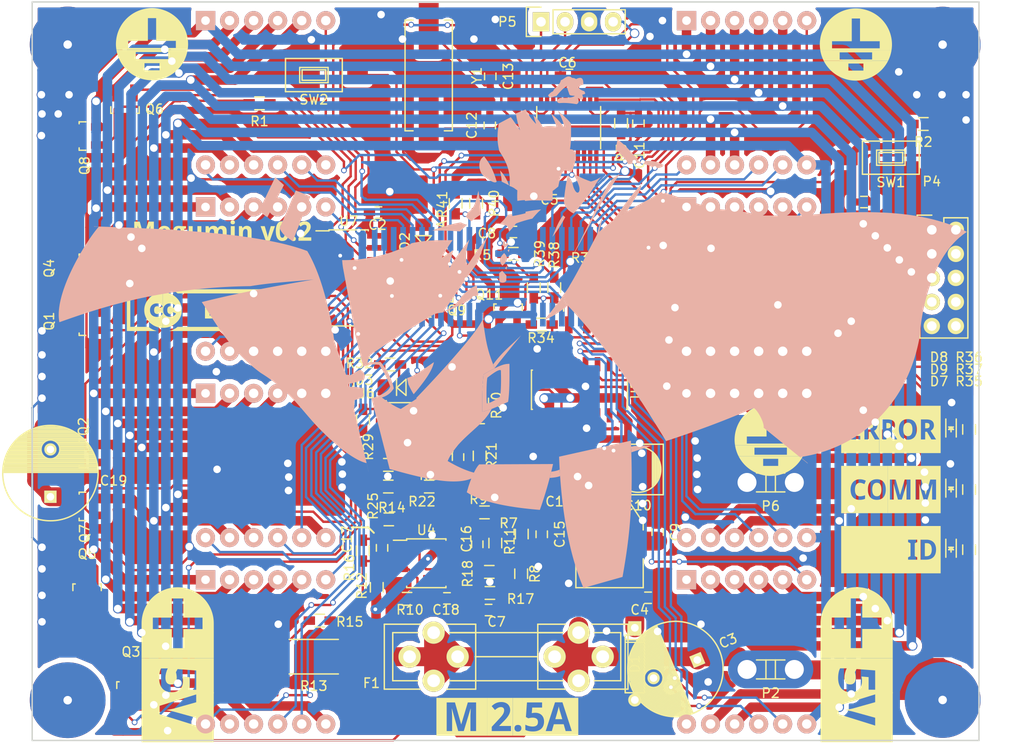
<source format=kicad_pcb>
(kicad_pcb (version 4) (host pcbnew 4.0.4-1.fc24-product)
  (layers (0 F.Cu signal) (31 B.Cu signal) (34 B.Paste user hide) (35 F.Paste user hide) (36 B.SilkS user) (37 F.SilkS user) (38 B.Mask user) (39 F.Mask user) (44 Edge.Cuts user))
  (net 0 "")
  (net 1 "Net-(C1-Pad1)")
  (net 2 /USER_BTN)
  (net 3 GND)
  (net 4 VDD)
  (net 5 +3V3)
  (net 6 /RST)
  (net 7 /XT1)
  (net 8 /XT2)
  (net 9 "Net-(C14-Pad2)")
  (net 10 "Net-(C15-Pad2)")
  (net 11 "Net-(C16-Pad1)")
  (net 12 /CM_STAGE2_FB)
  (net 13 /CM_STAGE1)
  (net 14 /CM_STAGE1_FB)
  (net 15 "Net-(C18-Pad2)")
  (net 16 /SEG_COM_MEAS)
  (net 17 /~WD_RST)
  (net 18 /WD_COMP)
  (net 19 /LED_ID)
  (net 20 /LED_ERROR)
  (net 21 /LED_COMM)
  (net 22 "Net-(D10-Pad6)")
  (net 23 "Net-(D10-Pad9)")
  (net 24 "Net-(D10-Pad8)")
  (net 25 "Net-(D10-Pad12)")
  (net 26 "Net-(D11-Pad6)")
  (net 27 "Net-(D11-Pad9)")
  (net 28 "Net-(D11-Pad8)")
  (net 29 "Net-(D11-Pad12)")
  (net 30 "Net-(D12-Pad6)")
  (net 31 "Net-(D12-Pad9)")
  (net 32 "Net-(D12-Pad8)")
  (net 33 "Net-(D12-Pad12)")
  (net 34 "Net-(D13-Pad6)")
  (net 35 "Net-(D13-Pad9)")
  (net 36 "Net-(D13-Pad8)")
  (net 37 "Net-(D13-Pad12)")
  (net 38 /SEG_E_COM)
  (net 39 /SEG_D_COM)
  (net 40 /SEG_DP_COM)
  (net 41 /SEG_C_COM)
  (net 42 /SEG_G_COM)
  (net 43 "Net-(D14-Pad6)")
  (net 44 "Net-(D14-Pad9)")
  (net 45 "Net-(D14-Pad8)")
  (net 46 "Net-(D14-Pad12)")
  (net 47 /SEG_A_COM)
  (net 48 /SEG_B_COM)
  (net 49 /SEG_F_COM)
  (net 50 "Net-(D15-Pad6)")
  (net 51 "Net-(D15-Pad9)")
  (net 52 "Net-(D15-Pad8)")
  (net 53 "Net-(D15-Pad12)")
  (net 54 "Net-(D16-Pad6)")
  (net 55 "Net-(D16-Pad9)")
  (net 56 "Net-(D16-Pad8)")
  (net 57 "Net-(D16-Pad12)")
  (net 58 "Net-(D17-Pad6)")
  (net 59 "Net-(D17-Pad9)")
  (net 60 "Net-(D17-Pad8)")
  (net 61 "Net-(D17-Pad12)")
  (net 62 /RS485_A)
  (net 63 /RS485_B)
  (net 64 /SWDIO)
  (net 65 /SWCLK)
  (net 66 /SEG_A_CTRL)
  (net 67 /SEG_E_CTRL)
  (net 68 /~OE)
  (net 69 "Net-(Q9-Pad2)")
  (net 70 "Net-(Q10-Pad2)")
  (net 71 "Net-(Q11-Pad2)")
  (net 72 /RS485_DE)
  (net 73 /CMEAS_OFFX_COMP)
  (net 74 /CMEAS_OUT)
  (net 75 "Net-(R10-Pad2)")
  (net 76 /R_SET_CTRL0)
  (net 77 /R_SET_CTRL1)
  (net 78 "Net-(R38-Pad2)")
  (net 79 /mux_mod_left/R_SET_0)
  (net 80 "Net-(R40-Pad2)")
  (net 81 /mux_mod_left/R_SET_1)
  (net 82 /RS485_RX)
  (net 83 /RS485_TX)
  (net 84 /SCK)
  (net 85 /MOSI_C0)
  (net 86 /STROBE)
  (net 87 /AUX_STROBE)
  (net 88 "Net-(U5-Pad4)")
  (net 89 /MOSI_C3)
  (net 90 "Net-(U5-Pad14)")
  (net 91 /MOSI_C2)
  (net 92 /MOSI_C1)
  (net 93 /mux_mod_left/VDD)
  (net 94 /VDD_PRE_FUSE)
  (net 95 /~WD_RST1)
  (net 96 /~WD_RST2)
  (net 97 /WD_REF2)
  (net 98 /WD_REF1)
  (net 99 "Net-(D7-Pad2)")
  (net 100 "Net-(D8-Pad2)")
  (net 101 "Net-(D9-Pad2)")
  (net 102 "Net-(U5-Pad5)")
  (net 103 "Net-(U5-Pad15)")
  (module Capacitors_SMD:c_elec_5x5.8 (layer F.Cu) (at 112.9919 93.1291 180)
    (fp_text reference C10 (at 0 -3.81 180) (layer F.SilkS))
    (fp_text value 47u)
    (pad 1 smd rect (at 2.19964 0 180) (size 2.99974 1.6002) (layers F.Cu F.Paste F.Mask) (net 5 +3V3))
    (pad 2 smd rect (at -2.19964 0 180) (size 2.99974 1.6002) (layers F.Cu F.Paste F.Mask) (net 3 GND))
  )
  (module footprints:label_gnd_04 (layer F.Cu) (at 61.658 48.214)
    (fp_text reference svg2mod hide)
    (fp_text value G*** hide)
  )
  (module footprints:label_plus_04 (layer F.Cu) (at 64.368 113.754 270)
    (fp_text reference svg2mod hide)
    (fp_text value G*** hide)
  )
  (module footprints:label_gnd_04 (layer F.Cu) (at 127 90)
    (fp_text reference svg2mod hide)
    (fp_text value G*** hide)
  )
  (module Resistors_SMD:R_0603_HandSoldering (layer F.Cu) (at 147.955 101.6 270)
    (fp_text reference R35 (at -17.78 0 360) (layer F.SilkS))
    (fp_text value 100)
    (pad 1 smd rect (at -1.1 0 270) (size 1.2 0.9) (layers F.Cu F.Paste F.Mask) (net 19 /LED_ID))
    (pad 2 smd rect (at 1.1 0 270) (size 1.2 0.9) (layers F.Cu F.Paste F.Mask) (net 99 "Net-(D7-Pad2)"))
  )
  (module Crystals:Crystal_HC49-SD_SMD (layer F.Cu) (at 90.8812 51.5112 270)
    (fp_text reference Y1 (at 0 -5.08 270) (layer F.SilkS))
    (fp_text value 8MHz)
    (pad 1 smd rect (at -4.84886 0 270) (size 5.6007 2.10058) (layers F.Cu F.Paste F.Mask) (net 8 /XT2))
    (pad 2 smd rect (at 4.84886 0 270) (size 5.6007 2.10058) (layers F.Cu F.Paste F.Mask) (net 7 /XT1))
  )
  (module Diodes_SMD:MiniMELF_Standard (layer F.Cu) (at 90.3224 69.0372 90)
    (fp_text reference D2 (at 0 -1.95 90) (layer F.SilkS))
    (fp_text value D_Small)
    (fp_text user K (at -1.8 1.95 90) (layer F.SilkS))
    (fp_text user A (at 1.8 1.95 90) (layer F.SilkS))
    (pad 1 smd rect (at -1.75006 0 90) (size 1.30048 1.69926) (layers F.Cu F.Paste F.Mask) (net 17 /~WD_RST))
    (pad 2 smd rect (at 1.75006 0 90) (size 1.30048 1.69926) (layers F.Cu F.Paste F.Mask) (net 6 /RST))
  )
  (module Diodes_SMD:MiniMELF_Standard (layer F.Cu) (at 94.361 86.233 90)
    (fp_text reference D4 (at 3.429 0.127 180) (layer F.SilkS))
    (fp_text value D_Small)
    (fp_text user K (at -1.8 1.95 90) (layer F.SilkS))
    (fp_text user A (at 1.8 1.95 90) (layer F.SilkS))
    (pad 1 smd rect (at -1.75006 0 90) (size 1.30048 1.69926) (layers F.Cu F.Paste F.Mask) (net 96 /~WD_RST2))
    (pad 2 smd rect (at 1.75006 0 90) (size 1.30048 1.69926) (layers F.Cu F.Paste F.Mask) (net 17 /~WD_RST))
  )
  (module Diodes_SMD:MiniMELF_Standard (layer F.Cu) (at 87.884 84.455)
    (fp_text reference D3 (at -3.81 -0.762) (layer F.SilkS))
    (fp_text value D_Small)
    (fp_text user K (at -1.8 1.95) (layer F.SilkS))
    (fp_text user A (at 1.8 1.95) (layer F.SilkS))
    (pad 1 smd rect (at -1.75006 0) (size 1.30048 1.69926) (layers F.Cu F.Paste F.Mask) (net 95 /~WD_RST1))
    (pad 2 smd rect (at 1.75006 0) (size 1.30048 1.69926) (layers F.Cu F.Paste F.Mask) (net 17 /~WD_RST))
  )
  (module Resistors_SMD:R_2512_HandSoldering (layer F.Cu) (at 78.74 112.903 180)
    (fp_text reference R13 (at 0 -3.1 180) (layer F.SilkS))
    (fp_text value 0.1)
    (pad 1 smd rect (at -3.95 0 180) (size 2.7 3.2) (layers F.Cu F.Paste F.Mask) (net 4 VDD))
    (pad 2 smd rect (at 3.95 0 180) (size 2.7 3.2) (layers F.Cu F.Paste F.Mask) (net 16 /SEG_COM_MEAS))
  )
  (module Capacitors_SMD:C_0603_HandSoldering (layer F.Cu) (at 136.8552 64.8843 180)
    (fp_text reference C1 (at 0 -1.9 180) (layer F.SilkS))
    (fp_text value 100n)
    (pad 1 smd rect (at -0.95 0 180) (size 1.2 0.75) (layers F.Cu F.Paste F.Mask) (net 1 "Net-(C1-Pad1)"))
    (pad 2 smd rect (at 0.95 0 180) (size 1.2 0.75) (layers F.Cu F.Paste F.Mask) (net 2 /USER_BTN))
  )
  (module Capacitors_SMD:C_0603_HandSoldering (layer F.Cu) (at 85.5726 65.9892 180)
    (fp_text reference C2 (at 0.1016 -1.3208 180) (layer F.SilkS))
    (fp_text value 100n)
    (pad 1 smd rect (at -0.95 0 180) (size 1.2 0.75) (layers F.Cu F.Paste F.Mask) (net 3 GND))
    (pad 2 smd rect (at 0.95 0 180) (size 1.2 0.75) (layers F.Cu F.Paste F.Mask) (net 4 VDD))
  )
  (module Capacitors_SMD:C_0603_HandSoldering (layer F.Cu) (at 114.046 106.68 180)
    (fp_text reference C4 (at 0.889 -1.27 180) (layer F.SilkS))
    (fp_text value 100n)
    (pad 1 smd rect (at -0.95 0 180) (size 1.2 0.75) (layers F.Cu F.Paste F.Mask) (net 3 GND))
    (pad 2 smd rect (at 0.95 0 180) (size 1.2 0.75) (layers F.Cu F.Paste F.Mask) (net 4 VDD))
  )
  (module Capacitors_SMD:C_0603_HandSoldering (layer F.Cu) (at 102.87 63.0428)
    (fp_text reference C5 (at 0.762 1.6002) (layer F.SilkS))
    (fp_text value 100n)
    (pad 1 smd rect (at -0.95 0) (size 1.2 0.75) (layers F.Cu F.Paste F.Mask) (net 3 GND))
    (pad 2 smd rect (at 0.95 0) (size 1.2 0.75) (layers F.Cu F.Paste F.Mask) (net 5 +3V3))
  )
  (module Capacitors_SMD:C_0603_HandSoldering (layer F.Cu) (at 105.7402 51.4604 180)
    (fp_text reference C6 (at 0.2032 1.2954 180) (layer F.SilkS))
    (fp_text value 100n)
    (pad 1 smd rect (at -0.95 0 180) (size 1.2 0.75) (layers F.Cu F.Paste F.Mask) (net 3 GND))
    (pad 2 smd rect (at 0.95 0 180) (size 1.2 0.75) (layers F.Cu F.Paste F.Mask) (net 5 +3V3))
  )
  (module Capacitors_SMD:C_0603_HandSoldering (layer F.Cu) (at 97.2058 107.9754)
    (fp_text reference C7 (at 0.8382 1.2446) (layer F.SilkS))
    (fp_text value 100n)
    (pad 1 smd rect (at -0.95 0) (size 1.2 0.75) (layers F.Cu F.Paste F.Mask) (net 3 GND))
    (pad 2 smd rect (at 0.95 0) (size 1.2 0.75) (layers F.Cu F.Paste F.Mask) (net 5 +3V3))
  )
  (module Capacitors_SMD:C_0603_HandSoldering (layer F.Cu) (at 99.822 68.0466)
    (fp_text reference C8 (at -2.794 0.1524) (layer F.SilkS))
    (fp_text value 100n)
    (pad 1 smd rect (at -0.95 0) (size 1.2 0.75) (layers F.Cu F.Paste F.Mask) (net 3 GND))
    (pad 2 smd rect (at 0.95 0) (size 1.2 0.75) (layers F.Cu F.Paste F.Mask) (net 5 +3V3))
  )
  (module Capacitors_SMD:C_0603_HandSoldering (layer F.Cu) (at 115.062 99.7458 270)
    (fp_text reference C9 (at 0 -1.9 270) (layer F.SilkS))
    (fp_text value 100n)
    (pad 1 smd rect (at -0.95 0 270) (size 1.2 0.75) (layers F.Cu F.Paste F.Mask) (net 3 GND))
    (pad 2 smd rect (at 0.95 0 270) (size 1.2 0.75) (layers F.Cu F.Paste F.Mask) (net 5 +3V3))
  )
  (module Capacitors_SMD:C_0603_HandSoldering (layer F.Cu) (at 113.03 56.5658 270)
    (fp_text reference C11 (at 3.3782 -0.127 270) (layer F.SilkS))
    (fp_text value 10n)
    (pad 1 smd rect (at -0.95 0 270) (size 1.2 0.75) (layers F.Cu F.Paste F.Mask) (net 6 /RST))
    (pad 2 smd rect (at 0.95 0 270) (size 1.2 0.75) (layers F.Cu F.Paste F.Mask) (net 3 GND))
  )
  (module Capacitors_SMD:C_0603_HandSoldering (layer F.Cu) (at 97.3328 56.7944 90)
    (fp_text reference C12 (at 0 -1.9 90) (layer F.SilkS))
    (fp_text value 22p)
    (pad 1 smd rect (at -0.95 0 90) (size 1.2 0.75) (layers F.Cu F.Paste F.Mask) (net 3 GND))
    (pad 2 smd rect (at 0.95 0 90) (size 1.2 0.75) (layers F.Cu F.Paste F.Mask) (net 7 /XT1))
  )
  (module Capacitors_SMD:C_0603_HandSoldering (layer F.Cu) (at 97.3836 51.6128 270)
    (fp_text reference C13 (at 0 -1.9 270) (layer F.SilkS))
    (fp_text value 22p)
    (pad 1 smd rect (at -0.95 0 270) (size 1.2 0.75) (layers F.Cu F.Paste F.Mask) (net 3 GND))
    (pad 2 smd rect (at 0.95 0 270) (size 1.2 0.75) (layers F.Cu F.Paste F.Mask) (net 8 /XT2))
  )
  (module Capacitors_SMD:C_0603_HandSoldering (layer F.Cu) (at 101.5365 96.52 180)
    (fp_text reference C14 (at -3.1115 0 180) (layer F.SilkS))
    (fp_text value 220n)
    (pad 1 smd rect (at -0.95 0 180) (size 1.2 0.75) (layers F.Cu F.Paste F.Mask) (net 3 GND))
    (pad 2 smd rect (at 0.95 0 180) (size 1.2 0.75) (layers F.Cu F.Paste F.Mask) (net 9 "Net-(C14-Pad2)"))
  )
  (module Capacitors_SMD:C_0603_HandSoldering (layer F.Cu) (at 102.8192 99.9744 270)
    (fp_text reference C15 (at 0 -1.9 270) (layer F.SilkS))
    (fp_text value 220n)
    (pad 1 smd rect (at -0.95 0 270) (size 1.2 0.75) (layers F.Cu F.Paste F.Mask) (net 3 GND))
    (pad 2 smd rect (at 0.95 0 270) (size 1.2 0.75) (layers F.Cu F.Paste F.Mask) (net 10 "Net-(C15-Pad2)"))
  )
  (module Capacitors_SMD:C_0603_HandSoldering (layer F.Cu) (at 96.012 101.0285 270)
    (fp_text reference C16 (at -0.5715 1.143 270) (layer F.SilkS))
    (fp_text value comp)
    (pad 1 smd rect (at -0.95 0 270) (size 1.2 0.75) (layers F.Cu F.Paste F.Mask) (net 11 "Net-(C16-Pad1)"))
    (pad 2 smd rect (at 0.95 0 270) (size 1.2 0.75) (layers F.Cu F.Paste F.Mask) (net 12 /CM_STAGE2_FB))
  )
  (module Capacitors_SMD:C_0603_HandSoldering (layer F.Cu) (at 85.9536 101.4095 270)
    (fp_text reference C17 (at -0.9095 3.7036 450) (layer F.SilkS))
    (fp_text value comp)
    (pad 1 smd rect (at -0.95 0 270) (size 1.2 0.75) (layers F.Cu F.Paste F.Mask) (net 13 /CM_STAGE1))
    (pad 2 smd rect (at 0.95 0 270) (size 1.2 0.75) (layers F.Cu F.Paste F.Mask) (net 14 /CM_STAGE1_FB))
  )
  (module Capacitors_SMD:C_0603_HandSoldering (layer F.Cu) (at 92.8116 106.7435)
    (fp_text reference C18 (at -0.1016 1.2065) (layer F.SilkS))
    (fp_text value 100n)
    (pad 1 smd rect (at -0.95 0) (size 1.2 0.75) (layers F.Cu F.Paste F.Mask) (net 3 GND))
    (pad 2 smd rect (at 0.95 0) (size 1.2 0.75) (layers F.Cu F.Paste F.Mask) (net 15 "Net-(C18-Pad2)"))
  )
  (module Capacitors_SMD:C_0603_HandSoldering (layer F.Cu) (at 93.98 91.821 270)
    (fp_text reference C20 (at -1.524 1.016 270) (layer F.SilkS))
    (fp_text value 100n)
    (pad 1 smd rect (at -0.95 0 270) (size 1.2 0.75) (layers F.Cu F.Paste F.Mask) (net 18 /WD_COMP))
    (pad 2 smd rect (at 0.95 0 270) (size 1.2 0.75) (layers F.Cu F.Paste F.Mask) (net 3 GND))
  )
  (module LEDs:LED_0603 (layer F.Cu) (at 146.05 101.6 270)
    (fp_text reference D7 (at -17.78 1.27 360) (layer F.SilkS))
    (fp_text value ID)
    (pad 2 smd rect (at 0.7493 0 90) (size 0.79756 0.79756) (layers F.Cu F.Paste F.Mask) (net 99 "Net-(D7-Pad2)"))
    (pad 1 smd rect (at -0.7493 0 90) (size 0.79756 0.79756) (layers F.Cu F.Paste F.Mask) (net 3 GND))
  )
  (module LEDs:LED_0603 (layer F.Cu) (at 146.05 88.9 270)
    (fp_text reference D8 (at -7.62 1.27 360) (layer F.SilkS))
    (fp_text value ERROR)
    (pad 2 smd rect (at 0.7493 0 90) (size 0.79756 0.79756) (layers F.Cu F.Paste F.Mask) (net 100 "Net-(D8-Pad2)"))
    (pad 1 smd rect (at -0.7493 0 90) (size 0.79756 0.79756) (layers F.Cu F.Paste F.Mask) (net 3 GND))
  )
  (module LEDs:LED_0603 (layer F.Cu) (at 146.05 95.25 270)
    (fp_text reference D9 (at -12.7 1.27 360) (layer F.SilkS))
    (fp_text value COMM)
    (pad 2 smd rect (at 0.7493 0 90) (size 0.79756 0.79756) (layers F.Cu F.Paste F.Mask) (net 101 "Net-(D9-Pad2)"))
    (pad 1 smd rect (at -0.7493 0 90) (size 0.79756 0.79756) (layers F.Cu F.Paste F.Mask) (net 3 GND))
  )
  (module Fuse_Holders_and_Fuses:Fuseholder5x20_horiz_open_universal_Type-III (layer F.Cu) (at 99.06 112.903 180)
    (fp_text reference F1 (at 14.224 -2.794 180) (layer F.SilkS))
    (fp_text value "2.5A MT")
    (pad 2 thru_hole circle (at 5.12064 0 180) (size 2.3495 2.3495) (drill 1.34874) (layers *.Cu *.Mask F.SilkS) (net 4 VDD))
    (pad 2 thru_hole circle (at 10.20064 0 180) (size 2.3495 2.3495) (drill 1.34874) (layers *.Cu *.Mask F.SilkS) (net 4 VDD))
    (pad 1 thru_hole circle (at -5.1181 0 180) (size 2.3495 2.3495) (drill 1.34874) (layers *.Cu *.Mask F.SilkS) (net 94 /VDD_PRE_FUSE))
    (pad 1 thru_hole circle (at -10.1981 0 180) (size 2.3495 2.3495) (drill 1.34874) (layers *.Cu *.Mask F.SilkS) (net 94 /VDD_PRE_FUSE))
    (pad 2 thru_hole circle (at 7.66064 -2.54 180) (size 2.3495 2.3495) (drill 1.34874) (layers *.Cu *.Mask F.SilkS) (net 4 VDD))
    (pad 2 thru_hole circle (at 7.66064 2.54 180) (size 2.3495 2.3495) (drill 1.34874) (layers *.Cu *.Mask F.SilkS) (net 4 VDD))
    (pad 1 thru_hole circle (at -7.6581 -2.54 180) (size 2.3495 2.3495) (drill 1.34874) (layers *.Cu *.Mask F.SilkS) (net 94 /VDD_PRE_FUSE))
    (pad 1 thru_hole circle (at -7.6581 2.54 180) (size 2.3495 2.3495) (drill 1.34874) (layers *.Cu *.Mask F.SilkS) (net 94 /VDD_PRE_FUSE))
  )
  (module Pin_Headers:Pin_Header_Straight_2x05 (layer F.Cu) (at 144.018 67.818)
    (fp_text reference P4 (at 0 -5.1) (layer F.SilkS))
    (fp_text value CONN_02X05)
    (pad 1 thru_hole rect (at 0 0) (size 1.7272 1.7272) (drill 1.016) (layers *.Cu *.Mask F.SilkS) (net 3 GND))
    (pad 2 thru_hole oval (at 2.54 0) (size 1.7272 1.7272) (drill 1.016) (layers *.Cu *.Mask F.SilkS) (net 3 GND))
    (pad 3 thru_hole oval (at 0 2.54) (size 1.7272 1.7272) (drill 1.016) (layers *.Cu *.Mask F.SilkS) (net 3 GND))
    (pad 4 thru_hole oval (at 2.54 2.54) (size 1.7272 1.7272) (drill 1.016) (layers *.Cu *.Mask F.SilkS) (net 3 GND))
    (pad 5 thru_hole oval (at 0 5.08) (size 1.7272 1.7272) (drill 1.016) (layers *.Cu *.Mask F.SilkS) (net 63 /RS485_B))
    (pad 6 thru_hole oval (at 2.54 5.08) (size 1.7272 1.7272) (drill 1.016) (layers *.Cu *.Mask F.SilkS) (net 3 GND))
    (pad 7 thru_hole oval (at 0 7.62) (size 1.7272 1.7272) (drill 1.016) (layers *.Cu *.Mask F.SilkS) (net 62 /RS485_A))
    (pad 8 thru_hole oval (at 2.54 7.62) (size 1.7272 1.7272) (drill 1.016) (layers *.Cu *.Mask F.SilkS) (net 3 GND))
    (pad 9 thru_hole oval (at 0 10.16) (size 1.7272 1.7272) (drill 1.016) (layers *.Cu *.Mask F.SilkS) (net 3 GND))
    (pad 10 thru_hole oval (at 2.54 10.16) (size 1.7272 1.7272) (drill 1.016) (layers *.Cu *.Mask F.SilkS) (net 3 GND))
  )
  (module Socket_Strips:Socket_Strip_Straight_1x04 (layer F.Cu) (at 102.743 45.847)
    (fp_text reference P5 (at -3.556 0) (layer F.SilkS))
    (fp_text value SWD)
    (pad 1 thru_hole rect (at 0 0) (size 1.7272 2.032) (drill 1.016) (layers *.Cu *.Mask F.SilkS) (net 64 /SWDIO))
    (pad 2 thru_hole oval (at 2.54 0) (size 1.7272 2.032) (drill 1.016) (layers *.Cu *.Mask F.SilkS) (net 65 /SWCLK))
    (pad 3 thru_hole oval (at 5.08 0) (size 1.7272 2.032) (drill 1.016) (layers *.Cu *.Mask F.SilkS) (net 3 GND))
    (pad 4 thru_hole oval (at 7.62 0) (size 1.7272 2.032) (drill 1.016) (layers *.Cu *.Mask F.SilkS) (net 5 +3V3))
  )
  (module TO_SOT_Packages_SMD:SOT-23_Handsoldering (layer F.Cu) (at 54.61 77.47 90)
    (fp_text reference Q1 (at 0 -3.81 90) (layer F.SilkS))
    (fp_text value AO3415A)
    (pad 1 smd rect (at -0.95 1.50114 90) (size 0.8001 1.80086) (layers F.Cu F.Paste F.Mask) (net 66 /SEG_A_CTRL))
    (pad 2 smd rect (at 0.95 1.50114 90) (size 0.8001 1.80086) (layers F.Cu F.Paste F.Mask) (net 41 /SEG_C_COM))
    (pad 3 smd rect (at 0 -1.50114 90) (size 0.8001 1.80086) (layers F.Cu F.Paste F.Mask) (net 16 /SEG_COM_MEAS))
  )
  (module TO_SOT_Packages_SMD:SOT-23_Handsoldering (layer F.Cu) (at 54.61 91.44 90)
    (fp_text reference Q2 (at 2.84 -0.191 90) (layer F.SilkS))
    (fp_text value AO3415A)
    (pad 1 smd rect (at -0.95 1.50114 90) (size 0.8001 1.80086) (layers F.Cu F.Paste F.Mask) (net 67 /SEG_E_CTRL))
    (pad 2 smd rect (at 0.95 1.50114 90) (size 0.8001 1.80086) (layers F.Cu F.Paste F.Mask) (net 42 /SEG_G_COM))
    (pad 3 smd rect (at 0 -1.50114 90) (size 0.8001 1.80086) (layers F.Cu F.Paste F.Mask) (net 16 /SEG_COM_MEAS))
  )
  (module TO_SOT_Packages_SMD:SOT-23_Handsoldering (layer F.Cu) (at 59.436 116.205)
    (fp_text reference Q3 (at 0 -3.81) (layer F.SilkS))
    (fp_text value AO3415A)
    (pad 1 smd rect (at -0.95 1.50114) (size 0.8001 1.80086) (layers F.Cu F.Paste F.Mask) (net 66 /SEG_A_CTRL))
    (pad 2 smd rect (at 0.95 1.50114) (size 0.8001 1.80086) (layers F.Cu F.Paste F.Mask) (net 48 /SEG_B_COM))
    (pad 3 smd rect (at 0 -1.50114) (size 0.8001 1.80086) (layers F.Cu F.Paste F.Mask) (net 16 /SEG_COM_MEAS))
  )
  (module TO_SOT_Packages_SMD:SOT-23_Handsoldering (layer F.Cu) (at 54.61 71.882 90)
    (fp_text reference Q4 (at 0 -3.81 90) (layer F.SilkS))
    (fp_text value AO3415A)
    (pad 1 smd rect (at -0.95 1.50114 90) (size 0.8001 1.80086) (layers F.Cu F.Paste F.Mask) (net 66 /SEG_A_CTRL))
    (pad 2 smd rect (at 0.95 1.50114 90) (size 0.8001 1.80086) (layers F.Cu F.Paste F.Mask) (net 40 /SEG_DP_COM))
    (pad 3 smd rect (at 0 -1.50114 90) (size 0.8001 1.80086) (layers F.Cu F.Paste F.Mask) (net 16 /SEG_COM_MEAS))
  )
  (module TO_SOT_Packages_SMD:SOT-23_Handsoldering (layer F.Cu) (at 54.8 105.872)
    (fp_text reference Q5 (at 0 -3.81) (layer F.SilkS))
    (fp_text value AO3415A)
    (pad 1 smd rect (at -0.95 1.50114) (size 0.8001 1.80086) (layers F.Cu F.Paste F.Mask) (net 67 /SEG_E_CTRL))
    (pad 2 smd rect (at 0.95 1.50114) (size 0.8001 1.80086) (layers F.Cu F.Paste F.Mask) (net 49 /SEG_F_COM))
    (pad 3 smd rect (at 0 -1.50114) (size 0.8001 1.80086) (layers F.Cu F.Paste F.Mask) (net 16 /SEG_COM_MEAS))
  )
  (module TO_SOT_Packages_SMD:SOT-23_Handsoldering (layer F.Cu) (at 58.801 54.864 180)
    (fp_text reference Q6 (at -3.111 -0.208 180) (layer F.SilkS))
    (fp_text value AO3415A)
    (pad 1 smd rect (at -0.95 1.50114 180) (size 0.8001 1.80086) (layers F.Cu F.Paste F.Mask) (net 66 /SEG_A_CTRL))
    (pad 2 smd rect (at 0.95 1.50114 180) (size 0.8001 1.80086) (layers F.Cu F.Paste F.Mask) (net 39 /SEG_D_COM))
    (pad 3 smd rect (at 0 -1.50114 180) (size 0.8001 1.80086) (layers F.Cu F.Paste F.Mask) (net 16 /SEG_COM_MEAS))
  )
  (module TO_SOT_Packages_SMD:SOT-23_Handsoldering (layer F.Cu) (at 54.61 97.028 90)
    (fp_text reference Q7 (at -2.875 -0.064 90) (layer F.SilkS))
    (fp_text value AO3415A)
    (pad 1 smd rect (at -0.95 1.50114 90) (size 0.8001 1.80086) (layers F.Cu F.Paste F.Mask) (net 66 /SEG_A_CTRL))
    (pad 2 smd rect (at 0.95 1.50114 90) (size 0.8001 1.80086) (layers F.Cu F.Paste F.Mask) (net 47 /SEG_A_COM))
    (pad 3 smd rect (at 0 -1.50114 90) (size 0.8001 1.80086) (layers F.Cu F.Paste F.Mask) (net 16 /SEG_COM_MEAS))
  )
  (module TO_SOT_Packages_SMD:SOT-23_Handsoldering (layer F.Cu) (at 54.61 57.912 90)
    (fp_text reference Q8 (at -3.129 -0.064 90) (layer F.SilkS))
    (fp_text value AO3415A)
    (pad 1 smd rect (at -0.95 1.50114 90) (size 0.8001 1.80086) (layers F.Cu F.Paste F.Mask) (net 67 /SEG_E_CTRL))
    (pad 2 smd rect (at 0.95 1.50114 90) (size 0.8001 1.80086) (layers F.Cu F.Paste F.Mask) (net 38 /SEG_E_COM))
    (pad 3 smd rect (at 0 -1.50114 90) (size 0.8001 1.80086) (layers F.Cu F.Paste F.Mask) (net 16 /SEG_COM_MEAS))
  )
  (module TO_SOT_Packages_SMD:SOT-23_Handsoldering (layer F.Cu) (at 91.948 74.7776 180)
    (fp_text reference Q9 (at -1.905 -1.5494 180) (layer F.SilkS))
    (fp_text value Q_PNP_CBE)
    (pad 1 smd rect (at -0.95 1.50114 180) (size 0.8001 1.80086) (layers F.Cu F.Paste F.Mask) (net 68 /~OE))
    (pad 2 smd rect (at 0.95 1.50114 180) (size 0.8001 1.80086) (layers F.Cu F.Paste F.Mask) (net 69 "Net-(Q9-Pad2)"))
    (pad 3 smd rect (at 0 -1.50114 180) (size 0.8001 1.80086) (layers F.Cu F.Paste F.Mask) (net 5 +3V3))
  )
  (module TO_SOT_Packages_SMD:SOT-23_Handsoldering (layer F.Cu) (at 106.6292 76.3524)
    (fp_text reference Q10 (at 2.8448 -0.2794) (layer F.SilkS))
    (fp_text value Q_NPN_CBE)
    (pad 1 smd rect (at -0.95 1.50114) (size 0.8001 1.80086) (layers F.Cu F.Paste F.Mask) (net 79 /mux_mod_left/R_SET_0))
    (pad 2 smd rect (at 0.95 1.50114) (size 0.8001 1.80086) (layers F.Cu F.Paste F.Mask) (net 70 "Net-(Q10-Pad2)"))
    (pad 3 smd rect (at 0 -1.50114) (size 0.8001 1.80086) (layers F.Cu F.Paste F.Mask) (net 3 GND))
  )
  (module TO_SOT_Packages_SMD:SOT-23_Handsoldering (layer F.Cu) (at 99.2632 76.3016)
    (fp_text reference Q11 (at -1.9812 -1.6256) (layer F.SilkS))
    (fp_text value Q_NPN_CBE)
    (pad 1 smd rect (at -0.95 1.50114) (size 0.8001 1.80086) (layers F.Cu F.Paste F.Mask) (net 81 /mux_mod_left/R_SET_1))
    (pad 2 smd rect (at 0.95 1.50114) (size 0.8001 1.80086) (layers F.Cu F.Paste F.Mask) (net 71 "Net-(Q11-Pad2)"))
    (pad 3 smd rect (at 0 -1.50114) (size 0.8001 1.80086) (layers F.Cu F.Paste F.Mask) (net 3 GND))
  )
  (module Resistors_SMD:R_0603_HandSoldering (layer F.Cu) (at 73.0123 54.4576 180)
    (fp_text reference R1 (at 0 -1.9 180) (layer F.SilkS))
    (fp_text value 10k)
    (pad 1 smd rect (at -1.1 0 180) (size 1.2 0.9) (layers F.Cu F.Paste F.Mask) (net 2 /USER_BTN))
    (pad 2 smd rect (at 1.1 0 180) (size 1.2 0.9) (layers F.Cu F.Paste F.Mask) (net 16 /SEG_COM_MEAS))
  )
  (module Resistors_SMD:R_0603_HandSoldering (layer F.Cu) (at 143.129 56.642 180)
    (fp_text reference R2 (at 0 -1.9 180) (layer F.SilkS))
    (fp_text value 10k)
    (pad 1 smd rect (at -1.1 0 180) (size 1.2 0.9) (layers F.Cu F.Paste F.Mask) (net 1 "Net-(C1-Pad1)"))
    (pad 2 smd rect (at 1.1 0 180) (size 1.2 0.9) (layers F.Cu F.Paste F.Mask) (net 2 /USER_BTN))
  )
  (module Resistors_SMD:R_0603_HandSoldering (layer F.Cu) (at 111.2012 56.5658 90)
    (fp_text reference R3 (at -3.1242 0.0508 90) (layer F.SilkS))
    (fp_text value 47k)
    (pad 1 smd rect (at -1.1 0 90) (size 1.2 0.9) (layers F.Cu F.Paste F.Mask) (net 5 +3V3))
    (pad 2 smd rect (at 1.1 0 90) (size 1.2 0.9) (layers F.Cu F.Paste F.Mask) (net 6 /RST))
  )
  (module Resistors_SMD:R_0603_HandSoldering (layer F.Cu) (at 113.157 74.676 270)
    (fp_text reference R4 (at 0 1.524 270) (layer F.SilkS))
    (fp_text value 100k)
    (pad 1 smd rect (at -1.1 0 270) (size 1.2 0.9) (layers F.Cu F.Paste F.Mask) (net 72 /RS485_DE))
    (pad 2 smd rect (at 1.1 0 270) (size 1.2 0.9) (layers F.Cu F.Paste F.Mask) (net 3 GND))
  )
  (module Resistors_SMD:R_0603_HandSoldering (layer F.Cu) (at 99.822 70.358)
    (fp_text reference R5 (at -3.302 0.127) (layer F.SilkS))
    (fp_text value 10k)
    (pad 1 smd rect (at -1.1 0) (size 1.2 0.9) (layers F.Cu F.Paste F.Mask) (net 68 /~OE))
    (pad 2 smd rect (at 1.1 0) (size 1.2 0.9) (layers F.Cu F.Paste F.Mask) (net 5 +3V3))
  )
  (module Resistors_SMD:R_0603_HandSoldering (layer F.Cu) (at 101.473 94.615 180)
    (fp_text reference R6 (at 0.127 1.27 180) (layer F.SilkS))
    (fp_text value 4k7)
    (pad 1 smd rect (at -1.1 0 180) (size 1.2 0.9) (layers F.Cu F.Paste F.Mask) (net 73 /CMEAS_OFFX_COMP))
    (pad 2 smd rect (at 1.1 0 180) (size 1.2 0.9) (layers F.Cu F.Paste F.Mask) (net 9 "Net-(C14-Pad2)"))
  )
  (module Resistors_SMD:R_0603_HandSoldering (layer F.Cu) (at 100.711 99.949 270)
    (fp_text reference R7 (at -1.143 1.397 540) (layer F.SilkS))
    (fp_text value 4k7)
    (pad 1 smd rect (at -1.1 0 270) (size 1.2 0.9) (layers F.Cu F.Paste F.Mask) (net 9 "Net-(C14-Pad2)"))
    (pad 2 smd rect (at 1.1 0 270) (size 1.2 0.9) (layers F.Cu F.Paste F.Mask) (net 10 "Net-(C15-Pad2)"))
  )
  (module Resistors_SMD:R_0603_HandSoldering (layer F.Cu) (at 100.6475 104.14 90)
    (fp_text reference R8 (at 0 1.4605 90) (layer F.SilkS))
    (fp_text value 4k7)
    (pad 1 smd rect (at -1.1 0 90) (size 1.2 0.9) (layers F.Cu F.Paste F.Mask) (net 12 /CM_STAGE2_FB))
    (pad 2 smd rect (at 1.1 0 90) (size 1.2 0.9) (layers F.Cu F.Paste F.Mask) (net 10 "Net-(C15-Pad2)"))
  )
  (module Resistors_SMD:R_0603_HandSoldering (layer F.Cu) (at 96.774 97.663)
    (fp_text reference R9 (at -0.635 -1.397) (layer F.SilkS))
    (fp_text value 1k)
    (pad 1 smd rect (at -1.1 0) (size 1.2 0.9) (layers F.Cu F.Paste F.Mask) (net 11 "Net-(C16-Pad1)"))
    (pad 2 smd rect (at 1.1 0) (size 1.2 0.9) (layers F.Cu F.Paste F.Mask) (net 74 /CMEAS_OUT))
  )
  (module Resistors_SMD:R_0603_HandSoldering (layer F.Cu) (at 88.5952 106.7943)
    (fp_text reference R10 (at 0.3048 1.1557) (layer F.SilkS))
    (fp_text value 47k)
    (pad 1 smd rect (at -1.1 0) (size 1.2 0.9) (layers F.Cu F.Paste F.Mask) (net 3 GND))
    (pad 2 smd rect (at 1.1 0) (size 1.2 0.9) (layers F.Cu F.Paste F.Mask) (net 75 "Net-(R10-Pad2)"))
  )
  (module Resistors_SMD:R_0603_HandSoldering (layer F.Cu) (at 97.917 100.9015 270)
    (fp_text reference R11 (at -0.1905 -1.524 270) (layer F.SilkS))
    (fp_text value 100k)
    (pad 1 smd rect (at -1.1 0 270) (size 1.2 0.9) (layers F.Cu F.Paste F.Mask) (net 11 "Net-(C16-Pad1)"))
    (pad 2 smd rect (at 1.1 0 270) (size 1.2 0.9) (layers F.Cu F.Paste F.Mask) (net 12 /CM_STAGE2_FB))
  )
  (module Resistors_SMD:R_0603_HandSoldering (layer F.Cu) (at 85.3948 105.5751 270)
    (fp_text reference R12 (at -0.1651 1.5748 270) (layer F.SilkS))
    (fp_text value 10k)
    (pad 1 smd rect (at -1.1 0 270) (size 1.2 0.9) (layers F.Cu F.Paste F.Mask) (net 75 "Net-(R10-Pad2)"))
    (pad 2 smd rect (at 1.1 0 270) (size 1.2 0.9) (layers F.Cu F.Paste F.Mask) (net 4 VDD))
  )
  (module Resistors_SMD:R_0603_HandSoldering (layer F.Cu) (at 86.6648 98.3996 180)
    (fp_text reference R14 (at -0.3302 1.2446 180) (layer F.SilkS))
    (fp_text value 10k)
    (pad 1 smd rect (at -1.1 0 180) (size 1.2 0.9) (layers F.Cu F.Paste F.Mask) (net 12 /CM_STAGE2_FB))
    (pad 2 smd rect (at 1.1 0 180) (size 1.2 0.9) (layers F.Cu F.Paste F.Mask) (net 13 /CM_STAGE1))
  )
  (module Resistors_SMD:R_0603_HandSoldering (layer F.Cu) (at 79.375 109.093 180)
    (fp_text reference R15 (at -3.175 -0.127 180) (layer F.SilkS))
    (fp_text value 10k)
    (pad 1 smd rect (at -1.1 0 180) (size 1.2 0.9) (layers F.Cu F.Paste F.Mask) (net 14 /CM_STAGE1_FB))
    (pad 2 smd rect (at 1.1 0 180) (size 1.2 0.9) (layers F.Cu F.Paste F.Mask) (net 16 /SEG_COM_MEAS))
  )
  (module Resistors_SMD:R_0603_HandSoldering (layer F.Cu) (at 83.9216 101.7016 270)
    (fp_text reference R16 (at 1.7984 1.4216 270) (layer F.SilkS))
    (fp_text value 47k)
    (pad 1 smd rect (at -1.1 0 270) (size 1.2 0.9) (layers F.Cu F.Paste F.Mask) (net 13 /CM_STAGE1))
    (pad 2 smd rect (at 1.1 0 270) (size 1.2 0.9) (layers F.Cu F.Paste F.Mask) (net 14 /CM_STAGE1_FB))
  )
  (module Resistors_SMD:R_0603_HandSoldering (layer F.Cu) (at 97.3455 106.172 180)
    (fp_text reference R17 (at -3.2385 -0.635 360) (layer F.SilkS))
    (fp_text value 4k7)
    (pad 1 smd rect (at -1.1 0 180) (size 1.2 0.9) (layers F.Cu F.Paste F.Mask) (net 5 +3V3))
    (pad 2 smd rect (at 1.1 0 180) (size 1.2 0.9) (layers F.Cu F.Paste F.Mask) (net 15 "Net-(C18-Pad2)"))
  )
  (module Resistors_SMD:R_0603_HandSoldering (layer F.Cu) (at 97.282 103.9495)
    (fp_text reference R18 (at -2.286 0.1905 90) (layer F.SilkS))
    (fp_text value 4k7)
    (pad 1 smd rect (at -1.1 0) (size 1.2 0.9) (layers F.Cu F.Paste F.Mask) (net 15 "Net-(C18-Pad2)"))
    (pad 2 smd rect (at 1.1 0) (size 1.2 0.9) (layers F.Cu F.Paste F.Mask) (net 3 GND))
  )
  (module Resistors_SMD:R_0603_HandSoldering (layer F.Cu) (at 89.2048 74.7776 270)
    (fp_text reference R19 (at 1.0414 -1.4732 270) (layer F.SilkS))
    (fp_text value 10k)
    (pad 1 smd rect (at -1.1 0 270) (size 1.2 0.9) (layers F.Cu F.Paste F.Mask) (net 69 "Net-(Q9-Pad2)"))
    (pad 2 smd rect (at 1.1 0 270) (size 1.2 0.9) (layers F.Cu F.Paste F.Mask) (net 17 /~WD_RST))
  )
  (module Resistors_SMD:R_0603_HandSoldering (layer F.Cu) (at 96.52 86.106 90)
    (fp_text reference R20 (at -0.254 1.524 90) (layer F.SilkS))
    (fp_text value 47k)
    (pad 1 smd rect (at -1.1 0 90) (size 1.2 0.9) (layers F.Cu F.Paste F.Mask) (net 5 +3V3))
    (pad 2 smd rect (at 1.1 0 90) (size 1.2 0.9) (layers F.Cu F.Paste F.Mask) (net 17 /~WD_RST))
  )
  (module Resistors_SMD:R_0603_HandSoldering (layer F.Cu) (at 83.947 87.884 90)
    (fp_text reference R23 (at 2.884 -1.447 90) (layer F.SilkS))
    (fp_text value 470k)
    (pad 1 smd rect (at -1.1 0 90) (size 1.2 0.9) (layers F.Cu F.Paste F.Mask) (net 98 /WD_REF1))
    (pad 2 smd rect (at 1.1 0 90) (size 1.2 0.9) (layers F.Cu F.Paste F.Mask) (net 95 /~WD_RST1))
  )
  (module Resistors_SMD:R_0603_HandSoldering (layer F.Cu) (at 147.955 88.9 270)
    (fp_text reference R36 (at -7.62 0 360) (layer F.SilkS))
    (fp_text value 140)
    (pad 1 smd rect (at -1.1 0 270) (size 1.2 0.9) (layers F.Cu F.Paste F.Mask) (net 20 /LED_ERROR))
    (pad 2 smd rect (at 1.1 0 270) (size 1.2 0.9) (layers F.Cu F.Paste F.Mask) (net 100 "Net-(D8-Pad2)"))
  )
  (module Resistors_SMD:R_0603_HandSoldering (layer F.Cu) (at 147.955 95.25 270)
    (fp_text reference R37 (at -12.7 0 540) (layer F.SilkS))
    (fp_text value 100)
    (pad 1 smd rect (at -1.1 0 270) (size 1.2 0.9) (layers F.Cu F.Paste F.Mask) (net 21 /LED_COMM))
    (pad 2 smd rect (at 1.1 0 270) (size 1.2 0.9) (layers F.Cu F.Paste F.Mask) (net 101 "Net-(D9-Pad2)"))
  )
  (module Resistors_SMD:R_0603_HandSoldering (layer F.Cu) (at 104.14 73.914 270)
    (fp_text reference R38 (at -3.429 0 270) (layer F.SilkS))
    (fp_text value R)
    (pad 1 smd rect (at -1.1 0 270) (size 1.2 0.9) (layers F.Cu F.Paste F.Mask) (net 79 /mux_mod_left/R_SET_0))
    (pad 2 smd rect (at 1.1 0 270) (size 1.2 0.9) (layers F.Cu F.Paste F.Mask) (net 78 "Net-(R38-Pad2)"))
  )
  (module Resistors_SMD:R_0603_HandSoldering (layer F.Cu) (at 101.981 73.914 270)
    (fp_text reference R39 (at -3.556 -0.635 270) (layer F.SilkS))
    (fp_text value R)
    (pad 1 smd rect (at -1.1 0 270) (size 1.2 0.9) (layers F.Cu F.Paste F.Mask) (net 81 /mux_mod_left/R_SET_1))
    (pad 2 smd rect (at 1.1 0 270) (size 1.2 0.9) (layers F.Cu F.Paste F.Mask) (net 78 "Net-(R38-Pad2)"))
  )
  (module Resistors_SMD:R_0603_HandSoldering (layer F.Cu) (at 95.885 65.024 270)
    (fp_text reference R40 (at 0 -1.9 270) (layer F.SilkS))
    (fp_text value R)
    (pad 1 smd rect (at -1.1 0 270) (size 1.2 0.9) (layers F.Cu F.Paste F.Mask) (net 79 /mux_mod_left/R_SET_0))
    (pad 2 smd rect (at 1.1 0 270) (size 1.2 0.9) (layers F.Cu F.Paste F.Mask) (net 80 "Net-(R40-Pad2)"))
  )
  (module Resistors_SMD:R_0603_HandSoldering (layer F.Cu) (at 93.726 65.024 270)
    (fp_text reference R41 (at 0.127 1.397 270) (layer F.SilkS))
    (fp_text value R)
    (pad 1 smd rect (at -1.1 0 270) (size 1.2 0.9) (layers F.Cu F.Paste F.Mask) (net 81 /mux_mod_left/R_SET_1))
    (pad 2 smd rect (at 1.1 0 270) (size 1.2 0.9) (layers F.Cu F.Paste F.Mask) (net 80 "Net-(R40-Pad2)"))
  )
  (module TO_SOT_Packages_SMD:SOT-223 (layer F.Cu) (at 109.982 101.0412)
    (fp_text reference U1 (at 0 -0.762) (layer F.SilkS))
    (fp_text value LD1117S33CTR)
    (pad 4 smd rect (at 0 -3.302) (size 3.6576 2.032) (layers F.Cu F.Paste F.Mask) (net 5 +3V3))
    (pad 2 smd rect (at 0 3.302) (size 1.016 2.032) (layers F.Cu F.Paste F.Mask) (net 5 +3V3))
    (pad 3 smd rect (at 2.286 3.302) (size 1.016 2.032) (layers F.Cu F.Paste F.Mask) (net 4 VDD))
    (pad 1 smd rect (at -2.286 3.302) (size 1.016 2.032) (layers F.Cu F.Paste F.Mask) (net 3 GND))
  )
  (module Housings_SOIC:SOIC-8_3.9x4.9mm_Pitch1.27mm (layer F.Cu) (at 117.983 73.914)
    (fp_text reference U2 (at 0 -3.5) (layer F.SilkS))
    (fp_text value SP3485CN)
    (pad 1 smd rect (at -2.7 -1.905) (size 1.55 0.6) (layers F.Cu F.Paste F.Mask) (net 82 /RS485_RX))
    (pad 2 smd rect (at -2.7 -0.635) (size 1.55 0.6) (layers F.Cu F.Paste F.Mask) (net 72 /RS485_DE))
    (pad 3 smd rect (at -2.7 0.635) (size 1.55 0.6) (layers F.Cu F.Paste F.Mask) (net 72 /RS485_DE))
    (pad 4 smd rect (at -2.7 1.905) (size 1.55 0.6) (layers F.Cu F.Paste F.Mask) (net 83 /RS485_TX))
    (pad 5 smd rect (at 2.7 1.905) (size 1.55 0.6) (layers F.Cu F.Paste F.Mask) (net 3 GND))
    (pad 6 smd rect (at 2.7 0.635) (size 1.55 0.6) (layers F.Cu F.Paste F.Mask) (net 62 /RS485_A))
    (pad 7 smd rect (at 2.7 -0.635) (size 1.55 0.6) (layers F.Cu F.Paste F.Mask) (net 63 /RS485_B))
    (pad 8 smd rect (at 2.7 -1.905) (size 1.55 0.6) (layers F.Cu F.Paste F.Mask) (net 5 +3V3))
  )
  (module Housings_SSOP:TSSOP-20_4.4x6.5mm_Pitch0.65mm (layer F.Cu) (at 105.664 57.023 90)
    (fp_text reference U3 (at 0 -4.3 90) (layer F.SilkS))
    (fp_text value STM32F030F4Px)
    (pad 1 smd rect (at -2.95 -2.925 90) (size 1.45 0.45) (layers F.Cu F.Paste F.Mask) (net 5 +3V3))
    (pad 2 smd rect (at -2.95 -2.275 90) (size 1.45 0.45) (layers F.Cu F.Paste F.Mask) (net 7 /XT1))
    (pad 3 smd rect (at -2.95 -1.625 90) (size 1.45 0.45) (layers F.Cu F.Paste F.Mask) (net 8 /XT2))
    (pad 4 smd rect (at -2.95 -0.975 90) (size 1.45 0.45) (layers F.Cu F.Paste F.Mask) (net 6 /RST))
    (pad 5 smd rect (at -2.95 -0.325 90) (size 1.45 0.45) (layers F.Cu F.Paste F.Mask) (net 5 +3V3))
    (pad 6 smd rect (at -2.95 0.325 90) (size 1.45 0.45) (layers F.Cu F.Paste F.Mask) (net 2 /USER_BTN))
    (pad 7 smd rect (at -2.95 0.975 90) (size 1.45 0.45) (layers F.Cu F.Paste F.Mask) (net 72 /RS485_DE))
    (pad 8 smd rect (at -2.95 1.625 90) (size 1.45 0.45) (layers F.Cu F.Paste F.Mask) (net 83 /RS485_TX))
    (pad 9 smd rect (at -2.95 2.275 90) (size 1.45 0.45) (layers F.Cu F.Paste F.Mask) (net 82 /RS485_RX))
    (pad 10 smd rect (at -2.95 2.925 90) (size 1.45 0.45) (layers F.Cu F.Paste F.Mask) (net 74 /CMEAS_OUT))
    (pad 11 smd rect (at 2.95 2.925 90) (size 1.45 0.45) (layers F.Cu F.Paste F.Mask) (net 84 /SCK))
    (pad 12 smd rect (at 2.95 2.275 90) (size 1.45 0.45) (layers F.Cu F.Paste F.Mask) (net 68 /~OE))
    (pad 13 smd rect (at 2.95 1.625 90) (size 1.45 0.45) (layers F.Cu F.Paste F.Mask) (net 85 /MOSI_C0))
    (pad 14 smd rect (at 2.95 0.975 90) (size 1.45 0.45) (layers F.Cu F.Paste F.Mask) (net 73 /CMEAS_OFFX_COMP))
    (pad 15 smd rect (at 2.95 0.325 90) (size 1.45 0.45) (layers F.Cu F.Paste F.Mask) (net 3 GND))
    (pad 16 smd rect (at 2.95 -0.325 90) (size 1.45 0.45) (layers F.Cu F.Paste F.Mask) (net 5 +3V3))
    (pad 17 smd rect (at 2.95 -0.975 90) (size 1.45 0.45) (layers F.Cu F.Paste F.Mask) (net 86 /STROBE))
    (pad 18 smd rect (at 2.95 -1.625 90) (size 1.45 0.45) (layers F.Cu F.Paste F.Mask) (net 87 /AUX_STROBE))
    (pad 19 smd rect (at 2.95 -2.275 90) (size 1.45 0.45) (layers F.Cu F.Paste F.Mask) (net 64 /SWDIO))
    (pad 20 smd rect (at 2.95 -2.925 90) (size 1.45 0.45) (layers F.Cu F.Paste F.Mask) (net 65 /SWCLK))
  )
  (module Housings_SOIC:SOIC-8_3.9x4.9mm_Pitch1.27mm (layer F.Cu) (at 90.6272 103.0351)
    (fp_text reference U4 (at 0 -3.5) (layer F.SilkS))
    (fp_text value LM358)
    (pad 1 smd rect (at -2.7 -1.905) (size 1.55 0.6) (layers F.Cu F.Paste F.Mask) (net 13 /CM_STAGE1))
    (pad 2 smd rect (at -2.7 -0.635) (size 1.55 0.6) (layers F.Cu F.Paste F.Mask) (net 14 /CM_STAGE1_FB))
    (pad 3 smd rect (at -2.7 0.635) (size 1.55 0.6) (layers F.Cu F.Paste F.Mask) (net 75 "Net-(R10-Pad2)"))
    (pad 4 smd rect (at -2.7 1.905) (size 1.55 0.6) (layers F.Cu F.Paste F.Mask) (net 3 GND))
    (pad 5 smd rect (at 2.7 1.905) (size 1.55 0.6) (layers F.Cu F.Paste F.Mask) (net 15 "Net-(C18-Pad2)"))
    (pad 6 smd rect (at 2.7 0.635) (size 1.55 0.6) (layers F.Cu F.Paste F.Mask) (net 12 /CM_STAGE2_FB))
    (pad 7 smd rect (at 2.7 -0.635) (size 1.55 0.6) (layers F.Cu F.Paste F.Mask) (net 11 "Net-(C16-Pad1)"))
    (pad 8 smd rect (at 2.7 -1.905) (size 1.55 0.6) (layers F.Cu F.Paste F.Mask) (net 4 VDD))
  )
  (module Housings_SOIC:SOIC-16_3.9x9.9mm_Pitch1.27mm (layer F.Cu) (at 106.807 84.709 270)
    (fp_text reference U5 (at 0 -6 270) (layer F.SilkS))
    (fp_text value 74HC595_mine)
    (pad 1 smd rect (at -2.7 -4.445 270) (size 1.5 0.6) (layers F.Cu F.Paste F.Mask) (net 20 /LED_ERROR))
    (pad 2 smd rect (at -2.7 -3.175 270) (size 1.5 0.6) (layers F.Cu F.Paste F.Mask) (net 21 /LED_COMM))
    (pad 3 smd rect (at -2.7 -1.905 270) (size 1.5 0.6) (layers F.Cu F.Paste F.Mask) (net 19 /LED_ID))
    (pad 4 smd rect (at -2.7 -0.635 270) (size 1.5 0.6) (layers F.Cu F.Paste F.Mask) (net 88 "Net-(U5-Pad4)"))
    (pad 5 smd rect (at -2.7 0.635 270) (size 1.5 0.6) (layers F.Cu F.Paste F.Mask) (net 102 "Net-(U5-Pad5)"))
    (pad 6 smd rect (at -2.7 1.905 270) (size 1.5 0.6) (layers F.Cu F.Paste F.Mask) (net 76 /R_SET_CTRL0))
    (pad 7 smd rect (at -2.7 3.175 270) (size 1.5 0.6) (layers F.Cu F.Paste F.Mask) (net 77 /R_SET_CTRL1))
    (pad 8 smd rect (at -2.7 4.445 270) (size 1.5 0.6) (layers F.Cu F.Paste F.Mask) (net 3 GND))
    (pad 9 smd rect (at 2.7 4.445 270) (size 1.5 0.6) (layers F.Cu F.Paste F.Mask) (net 89 /MOSI_C3))
    (pad 10 smd rect (at 2.7 3.175 270) (size 1.5 0.6) (layers F.Cu F.Paste F.Mask) (net 5 +3V3))
    (pad 11 smd rect (at 2.7 1.905 270) (size 1.5 0.6) (layers F.Cu F.Paste F.Mask) (net 84 /SCK))
    (pad 12 smd rect (at 2.7 0.635 270) (size 1.5 0.6) (layers F.Cu F.Paste F.Mask) (net 87 /AUX_STROBE))
    (pad 13 smd rect (at 2.7 -0.635 270) (size 1.5 0.6) (layers F.Cu F.Paste F.Mask) (net 3 GND))
    (pad 14 smd rect (at 2.7 -1.905 270) (size 1.5 0.6) (layers F.Cu F.Paste F.Mask) (net 90 "Net-(U5-Pad14)"))
    (pad 15 smd rect (at 2.7 -3.175 270) (size 1.5 0.6) (layers F.Cu F.Paste F.Mask) (net 103 "Net-(U5-Pad15)"))
    (pad 16 smd rect (at 2.7 -4.445 270) (size 1.5 0.6) (layers F.Cu F.Paste F.Mask) (net 5 +3V3))
  )
  (module Housings_SOIC:SOIC-8_3.9x4.9mm_Pitch1.27mm (layer F.Cu) (at 88.773 88.646)
    (fp_text reference U6 (at -4.572 -3.556) (layer F.SilkS))
    (fp_text value LM393)
    (pad 1 smd rect (at -2.7 -1.905) (size 1.55 0.6) (layers F.Cu F.Paste F.Mask) (net 95 /~WD_RST1))
    (pad 2 smd rect (at -2.7 -0.635) (size 1.55 0.6) (layers F.Cu F.Paste F.Mask) (net 18 /WD_COMP))
    (pad 3 smd rect (at -2.7 0.635) (size 1.55 0.6) (layers F.Cu F.Paste F.Mask) (net 98 /WD_REF1))
    (pad 4 smd rect (at -2.7 1.905) (size 1.55 0.6) (layers F.Cu F.Paste F.Mask) (net 3 GND))
    (pad 5 smd rect (at 2.7 1.905) (size 1.55 0.6) (layers F.Cu F.Paste F.Mask) (net 97 /WD_REF2))
    (pad 6 smd rect (at 2.7 0.635) (size 1.55 0.6) (layers F.Cu F.Paste F.Mask) (net 18 /WD_COMP))
    (pad 7 smd rect (at 2.7 -0.635) (size 1.55 0.6) (layers F.Cu F.Paste F.Mask) (net 96 /~WD_RST2))
    (pad 8 smd rect (at 2.7 -1.905) (size 1.55 0.6) (layers F.Cu F.Paste F.Mask) (net 5 +3V3))
  )
  (module Housings_SOIC:SOIC-16_3.9x9.9mm_Pitch1.27mm (layer F.Cu) (at 82.423 72.898)
    (fp_text reference U7 (at 0 -6) (layer F.SilkS))
    (fp_text value 74HC595_mine)
    (pad 1 smd rect (at -2.7 -4.445) (size 1.5 0.6) (layers F.Cu F.Paste F.Mask) (net 67 /SEG_E_CTRL))
    (pad 2 smd rect (at -2.7 -3.175) (size 1.5 0.6) (layers F.Cu F.Paste F.Mask) (net 66 /SEG_A_CTRL))
    (pad 3 smd rect (at -2.7 -1.905) (size 1.5 0.6) (layers F.Cu F.Paste F.Mask) (net 66 /SEG_A_CTRL))
    (pad 4 smd rect (at -2.7 -0.635) (size 1.5 0.6) (layers F.Cu F.Paste F.Mask) (net 67 /SEG_E_CTRL))
    (pad 5 smd rect (at -2.7 0.635) (size 1.5 0.6) (layers F.Cu F.Paste F.Mask) (net 66 /SEG_A_CTRL))
    (pad 6 smd rect (at -2.7 1.905) (size 1.5 0.6) (layers F.Cu F.Paste F.Mask) (net 66 /SEG_A_CTRL))
    (pad 7 smd rect (at -2.7 3.175) (size 1.5 0.6) (layers F.Cu F.Paste F.Mask) (net 67 /SEG_E_CTRL))
    (pad 8 smd rect (at -2.7 4.445) (size 1.5 0.6) (layers F.Cu F.Paste F.Mask) (net 3 GND))
    (pad 9 smd rect (at 2.7 4.445) (size 1.5 0.6) (layers F.Cu F.Paste F.Mask) (net 89 /MOSI_C3))
    (pad 10 smd rect (at 2.7 3.175) (size 1.5 0.6) (layers F.Cu F.Paste F.Mask) (net 5 +3V3))
    (pad 11 smd rect (at 2.7 1.905) (size 1.5 0.6) (layers F.Cu F.Paste F.Mask) (net 84 /SCK))
    (pad 12 smd rect (at 2.7 0.635) (size 1.5 0.6) (layers F.Cu F.Paste F.Mask) (net 87 /AUX_STROBE))
    (pad 13 smd rect (at 2.7 -0.635) (size 1.5 0.6) (layers F.Cu F.Paste F.Mask) (net 3 GND))
    (pad 14 smd rect (at 2.7 -1.905) (size 1.5 0.6) (layers F.Cu F.Paste F.Mask) (net 91 /MOSI_C2))
    (pad 15 smd rect (at 2.7 -3.175) (size 1.5 0.6) (layers F.Cu F.Paste F.Mask) (net 66 /SEG_A_CTRL))
    (pad 16 smd rect (at 2.7 -4.445) (size 1.5 0.6) (layers F.Cu F.Paste F.Mask) (net 4 VDD))
  )
  (module Resistors_SMD:R_0603_HandSoldering (layer F.Cu) (at 96.266 91.694 90)
    (fp_text reference R21 (at 0 1.27 90) (layer F.SilkS))
    (fp_text value 470k)
    (pad 1 smd rect (at -1.1 0 90) (size 1.2 0.9) (layers F.Cu F.Paste F.Mask) (net 97 /WD_REF2))
    (pad 2 smd rect (at 1.1 0 90) (size 1.2 0.9) (layers F.Cu F.Paste F.Mask) (net 96 /~WD_RST2))
  )
  (module Resistors_SMD:R_0603_HandSoldering (layer F.Cu) (at 90.932 94.9325)
    (fp_text reference R22 (at -0.762 1.5875) (layer F.SilkS))
    (fp_text value 100k)
    (pad 1 smd rect (at -1.1 0) (size 1.2 0.9) (layers F.Cu F.Paste F.Mask) (net 97 /WD_REF2))
    (pad 2 smd rect (at 1.1 0) (size 1.2 0.9) (layers F.Cu F.Paste F.Mask) (net 5 +3V3))
  )
  (module Resistors_SMD:R_0603_HandSoldering (layer F.Cu) (at 90.932 92.6465 180)
    (fp_text reference R24 (at -0.381 -1.0795 180) (layer F.SilkS))
    (fp_text value 10k)
    (pad 1 smd rect (at -1.1 0 180) (size 1.2 0.9) (layers F.Cu F.Paste F.Mask) (net 3 GND))
    (pad 2 smd rect (at 1.1 0 180) (size 1.2 0.9) (layers F.Cu F.Paste F.Mask) (net 97 /WD_REF2))
  )
  (module Resistors_SMD:R_0603_HandSoldering (layer F.Cu) (at 86.614 94.9325 180)
    (fp_text reference R25 (at 1.614 -2.0675 450) (layer F.SilkS))
    (fp_text value 47k)
    (pad 1 smd rect (at -1.1 0 180) (size 1.2 0.9) (layers F.Cu F.Paste F.Mask) (net 98 /WD_REF1))
    (pad 2 smd rect (at 1.1 0 180) (size 1.2 0.9) (layers F.Cu F.Paste F.Mask) (net 5 +3V3))
  )
  (module Resistors_SMD:R_0603_HandSoldering (layer F.Cu) (at 86.614 92.6465)
    (fp_text reference R29 (at -2.114 -1.8965 90) (layer F.SilkS))
    (fp_text value 47k)
    (pad 1 smd rect (at -1.1 0) (size 1.2 0.9) (layers F.Cu F.Paste F.Mask) (net 3 GND))
    (pad 2 smd rect (at 1.1 0) (size 1.2 0.9) (layers F.Cu F.Paste F.Mask) (net 98 /WD_REF1))
  )
  (module Resistors_SMD:R_0603_HandSoldering (layer F.Cu) (at 86.8045 82.042 180)
    (fp_text reference R32 (at 3.2385 0.127 180) (layer F.SilkS))
    (fp_text value 100k)
    (pad 1 smd rect (at -1.1 0 180) (size 1.2 0.9) (layers F.Cu F.Paste F.Mask) (net 18 /WD_COMP))
    (pad 2 smd rect (at 1.1 0 180) (size 1.2 0.9) (layers F.Cu F.Paste F.Mask) (net 66 /SEG_A_CTRL))
  )
  (module Resistors_SMD:R_0603_HandSoldering (layer F.Cu) (at 107.3404 72.6948)
    (fp_text reference R33 (at 0 -1.9) (layer F.SilkS))
    (fp_text value 100k)
    (pad 1 smd rect (at -1.1 0) (size 1.2 0.9) (layers F.Cu F.Paste F.Mask) (net 70 "Net-(Q10-Pad2)"))
    (pad 2 smd rect (at 1.1 0) (size 1.2 0.9) (layers F.Cu F.Paste F.Mask) (net 76 /R_SET_CTRL0))
  )
  (module Resistors_SMD:R_0603_HandSoldering (layer F.Cu) (at 102.8192 77.8256)
    (fp_text reference R34 (at -0.0762 1.4224) (layer F.SilkS))
    (fp_text value 100k)
    (pad 1 smd rect (at -1.1 0) (size 1.2 0.9) (layers F.Cu F.Paste F.Mask) (net 71 "Net-(Q11-Pad2)"))
    (pad 2 smd rect (at 1.1 0) (size 1.2 0.9) (layers F.Cu F.Paste F.Mask) (net 77 /R_SET_CTRL1))
  )
  (module Capacitors_ThroughHole:C_Radial_D10_L20_P5 (layer F.Cu) (at 119.25 113.25 202.5)
    (fp_text reference C3 (at -3.767975 0.604038 382.5) (layer F.SilkS))
    (fp_text value 1000u)
    (pad 1 thru_hole rect (at 0 0 202.5) (size 1.3 1.3) (drill 0.8) (layers *.Cu *.Mask F.SilkS) (net 94 /VDD_PRE_FUSE))
    (pad 2 thru_hole circle (at 5 0 202.5) (size 1.3 1.3) (drill 0.8) (layers *.Cu *.Mask F.SilkS) (net 3 GND))
  )
  (module Capacitors_ThroughHole:C_Radial_D10_L20_P5 (layer F.Cu) (at 50.927 96.012 90)
    (fp_text reference C19 (at 1.697 6.667 180) (layer F.SilkS))
    (fp_text value 1000u)
    (pad 1 thru_hole rect (at 0 0 90) (size 1.3 1.3) (drill 0.8) (layers *.Cu *.Mask F.SilkS) (net 16 /SEG_COM_MEAS))
    (pad 2 thru_hole circle (at 5 0 90) (size 1.3 1.3) (drill 0.8) (layers *.Cu *.Mask F.SilkS) (net 3 GND))
  )
  (module Discret:D3 (layer F.Cu) (at 112.649 113.665 90)
    (fp_text reference D1 (at 0 0 90) (layer F.SilkS))
    (fp_text value "6.4V 1.3W")
    (pad 1 thru_hole rect (at 3.81 0 90) (size 1.397 1.397) (drill 0.8128) (layers *.Cu *.Mask F.SilkS) (net 4 VDD))
    (pad 2 thru_hole circle (at -3.81 0 90) (size 1.397 1.397) (drill 0.8128) (layers *.Cu *.Mask F.SilkS) (net 3 GND))
  )
  (module Buttons_Switches_SMD:SW_SPST_FSMSM (layer F.Cu) (at 139.7 60.198 180)
    (fp_text reference SW1 (at 0.01011 -2.60022 180) (layer F.SilkS))
    (fp_text value USER)
    (pad 1 smd rect (at -4.60243 -0.00232 180) (size 2.18 1.6) (layers F.Cu F.Paste F.Mask) (net 1 "Net-(C1-Pad1)"))
    (pad 2 smd rect (at 4.60243 0.00232 180) (size 2.18 1.6) (layers F.Cu F.Paste F.Mask) (net 2 /USER_BTN))
  )
  (module Buttons_Switches_SMD:SW_SPST_FSMSM (layer F.Cu) (at 78.7654 51.4731 180)
    (fp_text reference SW2 (at 0.01011 -2.60022 180) (layer F.SilkS))
    (fp_text value RESET)
    (pad 1 smd rect (at -4.60243 -0.00232 180) (size 2.18 1.6) (layers F.Cu F.Paste F.Mask) (net 6 /RST))
    (pad 2 smd rect (at 4.60243 0.00232 180) (size 2.18 1.6) (layers F.Cu F.Paste F.Mask) (net 3 GND))
  )
  (module footprints:label_comm_04 (layer F.Cu) (at 139.7 95.25)
    (fp_text reference svg2mod hide)
    (fp_text value G*** hide)
  )
  (module footprints:label_error_04 (layer F.Cu) (at 139.7 88.9)
    (fp_text reference svg2mod hide)
    (fp_text value G*** hide)
  )
  (module footprints:label_id_04 (layer F.Cu) (at 139.7 101.6)
    (fp_text reference svg2mod hide)
    (fp_text value G*** hide)
  )
  (module footprints:label_plus_04 (layer F.Cu) (at 136.08 113.746 270)
    (fp_text reference svg2mod hide)
    (fp_text value G*** hide)
  )
  (module footprints:label_gnd_04 (layer F.Cu) (at 136 48.25)
    (fp_text reference svg2mod hide)
    (fp_text value G*** hide)
  )
  (module footprints:label_fuse_04 (layer F.Cu) (at 99.187 119.253)
    (fp_text reference svg2mod hide)
    (fp_text value G*** hide)
  )
  (module footprints:spade_6.35mm (layer F.Cu) (at 127 114.25)
    (fp_text reference P2 (at 0 2.5) (layer F.SilkS))
    (fp_text value VIN)
    (pad 1 thru_hole circle (at -2.5 0) (size 3 3) (drill 2) (layers *.Cu *.Mask) (net 94 /VDD_PRE_FUSE))
    (pad 1 thru_hole circle (at 2.5 0) (size 3 3) (drill 2) (layers *.Cu *.Mask) (net 94 /VDD_PRE_FUSE))
  )
  (module footprints:spade_6.35mm (layer F.Cu) (at 127 94.5)
    (fp_text reference P6 (at 0 2.5) (layer F.SilkS))
    (fp_text value GND)
    (pad 1 thru_hole circle (at -2.5 0) (size 3 3) (drill 2) (layers *.Cu *.Mask) (net 3 GND))
    (pad 1 thru_hole circle (at 2.5 0) (size 3 3) (drill 2) (layers *.Cu *.Mask) (net 3 GND))
  )
  (module footprints:label_data_v01 (layer F.Cu) (at 67.373 72.471)
    (fp_text reference svg2mod hide)
    (fp_text value G*** hide)
  )
  (module footprints:megumin (layer B.Cu) (at 100.75 77 180)
    (fp_text reference svg2mod hide)
    (fp_text value G*** hide)
  )
  (module footprints:m3_pillar (layer F.Cu) (at 145.161 117.475)
    (fp_text reference P1 hide)
    (fp_text value VIN)
    (pad 1 thru_hole circle (at 0 0) (size 8 8) (drill 0.9) (layers *.Cu *.Mask) (net 94 /VDD_PRE_FUSE))
  )
  (module footprints:m3_pillar (layer F.Cu) (at 145.161 48.26)
    (fp_text reference P3 hide)
    (fp_text value GND)
    (pad 1 thru_hole circle (at 0 0) (size 8 8) (drill 0.9) (layers *.Cu *.Mask) (net 3 GND))
  )
  (module footprints:m3_pillar (layer F.Cu) (at 52.75 48.25)
    (fp_text reference REF** hide)
    (fp_text value m3_pillar)
    (pad 1 thru_hole circle (at 0 0) (size 8 8) (drill 0.9) (layers *.Cu *.Mask) (net 3 GND))
  )
  (module footprints:m3_pillar (layer F.Cu) (at 52.75 117.5)
    (fp_text reference REF** hide)
    (fp_text value m3_pillar)
    (pad 1 thru_hole circle (at 0 0) (size 8 8) (drill 0.9) (layers *.Cu *.Mask))
  )
  (module footprints:7seg_4digit_cc_modified (layer B.Cu) (at 118.11 104.775)
    (fp_text reference D10 hide)
    (fp_text value 7seg_4digit_cc)
    (pad 1 thru_hole rect (at 0 0) (size 2.032 2.032) (drill 0.9144) (layers *.Cu *.Mask B.SilkS) (net 38 /SEG_E_COM))
    (pad 2 thru_hole circle (at 2.54 0) (size 2 2) (drill 1) (layers *.Cu *.Mask B.SilkS) (net 39 /SEG_D_COM))
    (pad 3 thru_hole circle (at 5.08 0) (size 2 2) (drill 1) (layers *.Cu *.Mask B.SilkS) (net 40 /SEG_DP_COM))
    (pad 4 thru_hole circle (at 7.62 0) (size 2 2) (drill 1) (layers *.Cu *.Mask B.SilkS) (net 41 /SEG_C_COM))
    (pad 5 thru_hole circle (at 10.16 0) (size 2 2) (drill 1) (layers *.Cu *.Mask B.SilkS) (net 42 /SEG_G_COM))
    (pad 6 thru_hole circle (at 12.7 0) (size 2 2) (drill 1) (layers *.Cu *.Mask B.SilkS) (net 22 "Net-(D10-Pad6)"))
    (pad 9 thru_hole circle (at 7.62 15.24) (size 2 2) (drill 1) (layers *.Cu *.Mask B.SilkS) (net 23 "Net-(D10-Pad9)"))
    (pad 8 thru_hole circle (at 10.16 15.24) (size 2 2) (drill 1) (layers *.Cu *.Mask B.SilkS) (net 24 "Net-(D10-Pad8)"))
    (pad 12 thru_hole circle (at 0 15.24) (size 2 2) (drill 1) (layers *.Cu *.Mask B.SilkS) (net 25 "Net-(D10-Pad12)"))
    (pad 11 thru_hole circle (at 2.54 15.24) (size 2 2) (drill 1) (layers *.Cu *.Mask B.SilkS) (net 47 /SEG_A_COM))
    (pad 7 thru_hole circle (at 12.7 15.24) (size 2 2) (drill 1) (layers *.Cu *.Mask B.SilkS) (net 48 /SEG_B_COM))
    (pad 10 thru_hole circle (at 5.08 15.24) (size 2 2) (drill 1) (layers *.Cu *.Mask B.SilkS) (net 49 /SEG_F_COM))
  )
  (module footprints:7seg_4digit_cc_modified (layer B.Cu) (at 118.11 85.09)
    (fp_text reference D11 hide)
    (fp_text value 7seg_4digit_cc)
    (pad 1 thru_hole rect (at 0 0) (size 2.032 2.032) (drill 0.9144) (layers *.Cu *.Mask B.SilkS) (net 38 /SEG_E_COM))
    (pad 2 thru_hole circle (at 2.54 0) (size 2 2) (drill 1) (layers *.Cu *.Mask B.SilkS) (net 39 /SEG_D_COM))
    (pad 3 thru_hole circle (at 5.08 0) (size 2 2) (drill 1) (layers *.Cu *.Mask B.SilkS) (net 40 /SEG_DP_COM))
    (pad 4 thru_hole circle (at 7.62 0) (size 2 2) (drill 1) (layers *.Cu *.Mask B.SilkS) (net 41 /SEG_C_COM))
    (pad 5 thru_hole circle (at 10.16 0) (size 2 2) (drill 1) (layers *.Cu *.Mask B.SilkS) (net 42 /SEG_G_COM))
    (pad 6 thru_hole circle (at 12.7 0) (size 2 2) (drill 1) (layers *.Cu *.Mask B.SilkS) (net 26 "Net-(D11-Pad6)"))
    (pad 9 thru_hole circle (at 7.62 15.24) (size 2 2) (drill 1) (layers *.Cu *.Mask B.SilkS) (net 27 "Net-(D11-Pad9)"))
    (pad 8 thru_hole circle (at 10.16 15.24) (size 2 2) (drill 1) (layers *.Cu *.Mask B.SilkS) (net 28 "Net-(D11-Pad8)"))
    (pad 12 thru_hole circle (at 0 15.24) (size 2 2) (drill 1) (layers *.Cu *.Mask B.SilkS) (net 29 "Net-(D11-Pad12)"))
    (pad 11 thru_hole circle (at 2.54 15.24) (size 2 2) (drill 1) (layers *.Cu *.Mask B.SilkS) (net 47 /SEG_A_COM))
    (pad 7 thru_hole circle (at 12.7 15.24) (size 2 2) (drill 1) (layers *.Cu *.Mask B.SilkS) (net 48 /SEG_B_COM))
    (pad 10 thru_hole circle (at 5.08 15.24) (size 2 2) (drill 1) (layers *.Cu *.Mask B.SilkS) (net 49 /SEG_F_COM))
  )
  (module footprints:7seg_4digit_cc_modified (layer B.Cu) (at 118.11 65.405)
    (fp_text reference D12 hide)
    (fp_text value 7seg_4digit_cc)
    (pad 1 thru_hole rect (at 0 0) (size 2.032 2.032) (drill 0.9144) (layers *.Cu *.Mask B.SilkS) (net 38 /SEG_E_COM))
    (pad 2 thru_hole circle (at 2.54 0) (size 2 2) (drill 1) (layers *.Cu *.Mask B.SilkS) (net 39 /SEG_D_COM))
    (pad 3 thru_hole circle (at 5.08 0) (size 2 2) (drill 1) (layers *.Cu *.Mask B.SilkS) (net 40 /SEG_DP_COM))
    (pad 4 thru_hole circle (at 7.62 0) (size 2 2) (drill 1) (layers *.Cu *.Mask B.SilkS) (net 41 /SEG_C_COM))
    (pad 5 thru_hole circle (at 10.16 0) (size 2 2) (drill 1) (layers *.Cu *.Mask B.SilkS) (net 42 /SEG_G_COM))
    (pad 6 thru_hole circle (at 12.7 0) (size 2 2) (drill 1) (layers *.Cu *.Mask B.SilkS) (net 30 "Net-(D12-Pad6)"))
    (pad 9 thru_hole circle (at 7.62 15.24) (size 2 2) (drill 1) (layers *.Cu *.Mask B.SilkS) (net 31 "Net-(D12-Pad9)"))
    (pad 8 thru_hole circle (at 10.16 15.24) (size 2 2) (drill 1) (layers *.Cu *.Mask B.SilkS) (net 32 "Net-(D12-Pad8)"))
    (pad 12 thru_hole circle (at 0 15.24) (size 2 2) (drill 1) (layers *.Cu *.Mask B.SilkS) (net 33 "Net-(D12-Pad12)"))
    (pad 11 thru_hole circle (at 2.54 15.24) (size 2 2) (drill 1) (layers *.Cu *.Mask B.SilkS) (net 47 /SEG_A_COM))
    (pad 7 thru_hole circle (at 12.7 15.24) (size 2 2) (drill 1) (layers *.Cu *.Mask B.SilkS) (net 48 /SEG_B_COM))
    (pad 10 thru_hole circle (at 5.08 15.24) (size 2 2) (drill 1) (layers *.Cu *.Mask B.SilkS) (net 49 /SEG_F_COM))
  )
  (module footprints:7seg_4digit_cc_modified (layer B.Cu) (at 118.11 45.72)
    (fp_text reference D13 hide)
    (fp_text value 7seg_4digit_cc)
    (pad 1 thru_hole rect (at 0 0) (size 2.032 2.032) (drill 0.9144) (layers *.Cu *.Mask B.SilkS) (net 38 /SEG_E_COM))
    (pad 2 thru_hole circle (at 2.54 0) (size 2 2) (drill 1) (layers *.Cu *.Mask B.SilkS) (net 39 /SEG_D_COM))
    (pad 3 thru_hole circle (at 5.08 0) (size 2 2) (drill 1) (layers *.Cu *.Mask B.SilkS) (net 40 /SEG_DP_COM))
    (pad 4 thru_hole circle (at 7.62 0) (size 2 2) (drill 1) (layers *.Cu *.Mask B.SilkS) (net 41 /SEG_C_COM))
    (pad 5 thru_hole circle (at 10.16 0) (size 2 2) (drill 1) (layers *.Cu *.Mask B.SilkS) (net 42 /SEG_G_COM))
    (pad 6 thru_hole circle (at 12.7 0) (size 2 2) (drill 1) (layers *.Cu *.Mask B.SilkS) (net 34 "Net-(D13-Pad6)"))
    (pad 9 thru_hole circle (at 7.62 15.24) (size 2 2) (drill 1) (layers *.Cu *.Mask B.SilkS) (net 35 "Net-(D13-Pad9)"))
    (pad 8 thru_hole circle (at 10.16 15.24) (size 2 2) (drill 1) (layers *.Cu *.Mask B.SilkS) (net 36 "Net-(D13-Pad8)"))
    (pad 12 thru_hole circle (at 0 15.24) (size 2 2) (drill 1) (layers *.Cu *.Mask B.SilkS) (net 37 "Net-(D13-Pad12)"))
    (pad 11 thru_hole circle (at 2.54 15.24) (size 2 2) (drill 1) (layers *.Cu *.Mask B.SilkS) (net 47 /SEG_A_COM))
    (pad 7 thru_hole circle (at 12.7 15.24) (size 2 2) (drill 1) (layers *.Cu *.Mask B.SilkS) (net 48 /SEG_B_COM))
    (pad 10 thru_hole circle (at 5.08 15.24) (size 2 2) (drill 1) (layers *.Cu *.Mask B.SilkS) (net 49 /SEG_F_COM))
  )
  (module footprints:7seg_4digit_cc_modified (layer B.Cu) (at 67.31 45.72)
    (fp_text reference D14 hide)
    (fp_text value 7seg_4digit_cc)
    (pad 1 thru_hole rect (at 0 0) (size 2.032 2.032) (drill 0.9144) (layers *.Cu *.Mask B.SilkS) (net 38 /SEG_E_COM))
    (pad 2 thru_hole circle (at 2.54 0) (size 2 2) (drill 1) (layers *.Cu *.Mask B.SilkS) (net 39 /SEG_D_COM))
    (pad 3 thru_hole circle (at 5.08 0) (size 2 2) (drill 1) (layers *.Cu *.Mask B.SilkS) (net 40 /SEG_DP_COM))
    (pad 4 thru_hole circle (at 7.62 0) (size 2 2) (drill 1) (layers *.Cu *.Mask B.SilkS) (net 41 /SEG_C_COM))
    (pad 5 thru_hole circle (at 10.16 0) (size 2 2) (drill 1) (layers *.Cu *.Mask B.SilkS) (net 42 /SEG_G_COM))
    (pad 6 thru_hole circle (at 12.7 0) (size 2 2) (drill 1) (layers *.Cu *.Mask B.SilkS) (net 43 "Net-(D14-Pad6)"))
    (pad 9 thru_hole circle (at 7.62 15.24) (size 2 2) (drill 1) (layers *.Cu *.Mask B.SilkS) (net 44 "Net-(D14-Pad9)"))
    (pad 8 thru_hole circle (at 10.16 15.24) (size 2 2) (drill 1) (layers *.Cu *.Mask B.SilkS) (net 45 "Net-(D14-Pad8)"))
    (pad 12 thru_hole circle (at 0 15.24) (size 2 2) (drill 1) (layers *.Cu *.Mask B.SilkS) (net 46 "Net-(D14-Pad12)"))
    (pad 11 thru_hole circle (at 2.54 15.24) (size 2 2) (drill 1) (layers *.Cu *.Mask B.SilkS) (net 47 /SEG_A_COM))
    (pad 7 thru_hole circle (at 12.7 15.24) (size 2 2) (drill 1) (layers *.Cu *.Mask B.SilkS) (net 48 /SEG_B_COM))
    (pad 10 thru_hole circle (at 5.08 15.24) (size 2 2) (drill 1) (layers *.Cu *.Mask B.SilkS) (net 49 /SEG_F_COM))
  )
  (module footprints:7seg_4digit_cc_modified (layer B.Cu) (at 67.31 65.405)
    (fp_text reference D15 hide)
    (fp_text value 7seg_4digit_cc)
    (pad 1 thru_hole rect (at 0 0) (size 2.032 2.032) (drill 0.9144) (layers *.Cu *.Mask B.SilkS) (net 38 /SEG_E_COM))
    (pad 2 thru_hole circle (at 2.54 0) (size 2 2) (drill 1) (layers *.Cu *.Mask B.SilkS) (net 39 /SEG_D_COM))
    (pad 3 thru_hole circle (at 5.08 0) (size 2 2) (drill 1) (layers *.Cu *.Mask B.SilkS) (net 40 /SEG_DP_COM))
    (pad 4 thru_hole circle (at 7.62 0) (size 2 2) (drill 1) (layers *.Cu *.Mask B.SilkS) (net 41 /SEG_C_COM))
    (pad 5 thru_hole circle (at 10.16 0) (size 2 2) (drill 1) (layers *.Cu *.Mask B.SilkS) (net 42 /SEG_G_COM))
    (pad 6 thru_hole circle (at 12.7 0) (size 2 2) (drill 1) (layers *.Cu *.Mask B.SilkS) (net 50 "Net-(D15-Pad6)"))
    (pad 9 thru_hole circle (at 7.62 15.24) (size 2 2) (drill 1) (layers *.Cu *.Mask B.SilkS) (net 51 "Net-(D15-Pad9)"))
    (pad 8 thru_hole circle (at 10.16 15.24) (size 2 2) (drill 1) (layers *.Cu *.Mask B.SilkS) (net 52 "Net-(D15-Pad8)"))
    (pad 12 thru_hole circle (at 0 15.24) (size 2 2) (drill 1) (layers *.Cu *.Mask B.SilkS) (net 53 "Net-(D15-Pad12)"))
    (pad 11 thru_hole circle (at 2.54 15.24) (size 2 2) (drill 1) (layers *.Cu *.Mask B.SilkS) (net 47 /SEG_A_COM))
    (pad 7 thru_hole circle (at 12.7 15.24) (size 2 2) (drill 1) (layers *.Cu *.Mask B.SilkS) (net 48 /SEG_B_COM))
    (pad 10 thru_hole circle (at 5.08 15.24) (size 2 2) (drill 1) (layers *.Cu *.Mask B.SilkS) (net 49 /SEG_F_COM))
  )
  (module footprints:7seg_4digit_cc_modified (layer B.Cu) (at 67.31 85.09)
    (fp_text reference D16 hide)
    (fp_text value 7seg_4digit_cc)
    (pad 1 thru_hole rect (at 0 0) (size 2.032 2.032) (drill 0.9144) (layers *.Cu *.Mask B.SilkS) (net 38 /SEG_E_COM))
    (pad 2 thru_hole circle (at 2.54 0) (size 2 2) (drill 1) (layers *.Cu *.Mask B.SilkS) (net 39 /SEG_D_COM))
    (pad 3 thru_hole circle (at 5.08 0) (size 2 2) (drill 1) (layers *.Cu *.Mask B.SilkS) (net 40 /SEG_DP_COM))
    (pad 4 thru_hole circle (at 7.62 0) (size 2 2) (drill 1) (layers *.Cu *.Mask B.SilkS) (net 41 /SEG_C_COM))
    (pad 5 thru_hole circle (at 10.16 0) (size 2 2) (drill 1) (layers *.Cu *.Mask B.SilkS) (net 42 /SEG_G_COM))
    (pad 6 thru_hole circle (at 12.7 0) (size 2 2) (drill 1) (layers *.Cu *.Mask B.SilkS) (net 54 "Net-(D16-Pad6)"))
    (pad 9 thru_hole circle (at 7.62 15.24) (size 2 2) (drill 1) (layers *.Cu *.Mask B.SilkS) (net 55 "Net-(D16-Pad9)"))
    (pad 8 thru_hole circle (at 10.16 15.24) (size 2 2) (drill 1) (layers *.Cu *.Mask B.SilkS) (net 56 "Net-(D16-Pad8)"))
    (pad 12 thru_hole circle (at 0 15.24) (size 2 2) (drill 1) (layers *.Cu *.Mask B.SilkS) (net 57 "Net-(D16-Pad12)"))
    (pad 11 thru_hole circle (at 2.54 15.24) (size 2 2) (drill 1) (layers *.Cu *.Mask B.SilkS) (net 47 /SEG_A_COM))
    (pad 7 thru_hole circle (at 12.7 15.24) (size 2 2) (drill 1) (layers *.Cu *.Mask B.SilkS) (net 48 /SEG_B_COM))
    (pad 10 thru_hole circle (at 5.08 15.24) (size 2 2) (drill 1) (layers *.Cu *.Mask B.SilkS) (net 49 /SEG_F_COM))
  )
  (module footprints:7seg_4digit_cc_modified (layer B.Cu) (at 67.31 104.775)
    (fp_text reference D17 hide)
    (fp_text value 7seg_4digit_cc)
    (pad 1 thru_hole rect (at 0 0) (size 2.032 2.032) (drill 0.9144) (layers *.Cu *.Mask B.SilkS) (net 38 /SEG_E_COM))
    (pad 2 thru_hole circle (at 2.54 0) (size 2 2) (drill 1) (layers *.Cu *.Mask B.SilkS) (net 39 /SEG_D_COM))
    (pad 3 thru_hole circle (at 5.08 0) (size 2 2) (drill 1) (layers *.Cu *.Mask B.SilkS) (net 40 /SEG_DP_COM))
    (pad 4 thru_hole circle (at 7.62 0) (size 2 2) (drill 1) (layers *.Cu *.Mask B.SilkS) (net 41 /SEG_C_COM))
    (pad 5 thru_hole circle (at 10.16 0) (size 2 2) (drill 1) (layers *.Cu *.Mask B.SilkS) (net 42 /SEG_G_COM))
    (pad 6 thru_hole circle (at 12.7 0) (size 2 2) (drill 1) (layers *.Cu *.Mask B.SilkS) (net 58 "Net-(D17-Pad6)"))
    (pad 9 thru_hole circle (at 7.62 15.24) (size 2 2) (drill 1) (layers *.Cu *.Mask B.SilkS) (net 59 "Net-(D17-Pad9)"))
    (pad 8 thru_hole circle (at 10.16 15.24) (size 2 2) (drill 1) (layers *.Cu *.Mask B.SilkS) (net 60 "Net-(D17-Pad8)"))
    (pad 12 thru_hole circle (at 0 15.24) (size 2 2) (drill 1) (layers *.Cu *.Mask B.SilkS) (net 61 "Net-(D17-Pad12)"))
    (pad 11 thru_hole circle (at 2.54 15.24) (size 2 2) (drill 1) (layers *.Cu *.Mask B.SilkS) (net 47 /SEG_A_COM))
    (pad 7 thru_hole circle (at 12.7 15.24) (size 2 2) (drill 1) (layers *.Cu *.Mask B.SilkS) (net 48 /SEG_B_COM))
    (pad 10 thru_hole circle (at 5.08 15.24) (size 2 2) (drill 1) (layers *.Cu *.Mask B.SilkS) (net 49 /SEG_F_COM))
  )
  (module footprints:SSOP24-1.0-nosilk (layer B.Cu) (at 107.442 72.771)
    (fp_text reference U8 hide)
    (fp_text value MBI5026)
    (pad 1 smd rect (at -5.5 -4) (size 0.6 2.5) (layers B.Cu B.Paste B.Mask) (net 3 GND))
    (pad 2 smd rect (at -4.5 -4) (size 0.6 2.5) (layers B.Cu B.Paste B.Mask) (net 92 /MOSI_C1))
    (pad 3 smd rect (at -3.5 -4) (size 0.6 2.5) (layers B.Cu B.Paste B.Mask) (net 84 /SCK))
    (pad 4 smd rect (at -2.5 -4) (size 0.6 2.5) (layers B.Cu B.Paste B.Mask) (net 86 /STROBE))
    (pad 5 smd rect (at -1.5 -4) (size 0.6 2.5) (layers B.Cu B.Paste B.Mask) (net 37 "Net-(D13-Pad12)"))
    (pad 6 smd rect (at -0.5 -4) (size 0.6 2.5) (layers B.Cu B.Paste B.Mask) (net 35 "Net-(D13-Pad9)"))
    (pad 7 smd rect (at 0.5 -4) (size 0.6 2.5) (layers B.Cu B.Paste B.Mask) (net 36 "Net-(D13-Pad8)"))
    (pad 8 smd rect (at 1.5 -4) (size 0.6 2.5) (layers B.Cu B.Paste B.Mask) (net 34 "Net-(D13-Pad6)"))
    (pad 9 smd rect (at 2.5 -4) (size 0.6 2.5) (layers B.Cu B.Paste B.Mask) (net 33 "Net-(D12-Pad12)"))
    (pad 10 smd rect (at 3.5 -4) (size 0.6 2.5) (layers B.Cu B.Paste B.Mask) (net 31 "Net-(D12-Pad9)"))
    (pad 11 smd rect (at 4.5 -4) (size 0.6 2.5) (layers B.Cu B.Paste B.Mask) (net 32 "Net-(D12-Pad8)"))
    (pad 12 smd rect (at 5.5 -4) (size 0.6 2.5) (layers B.Cu B.Paste B.Mask) (net 30 "Net-(D12-Pad6)"))
    (pad 13 smd rect (at 5.5 4) (size 0.6 2.5) (layers B.Cu B.Paste B.Mask) (net 29 "Net-(D11-Pad12)"))
    (pad 14 smd rect (at 4.5 4) (size 0.6 2.5) (layers B.Cu B.Paste B.Mask) (net 27 "Net-(D11-Pad9)"))
    (pad 15 smd rect (at 3.5 4) (size 0.6 2.5) (layers B.Cu B.Paste B.Mask) (net 28 "Net-(D11-Pad8)"))
    (pad 16 smd rect (at 2.5 4) (size 0.6 2.5) (layers B.Cu B.Paste B.Mask) (net 26 "Net-(D11-Pad6)"))
    (pad 17 smd rect (at 1.5 4) (size 0.6 2.5) (layers B.Cu B.Paste B.Mask) (net 25 "Net-(D10-Pad12)"))
    (pad 18 smd rect (at 0.5 4) (size 0.6 2.5) (layers B.Cu B.Paste B.Mask) (net 23 "Net-(D10-Pad9)"))
    (pad 19 smd rect (at -0.5 4) (size 0.6 2.5) (layers B.Cu B.Paste B.Mask) (net 24 "Net-(D10-Pad8)"))
    (pad 20 smd rect (at -1.5 4) (size 0.6 2.5) (layers B.Cu B.Paste B.Mask) (net 22 "Net-(D10-Pad6)"))
    (pad 21 smd rect (at -2.5 4) (size 0.6 2.5) (layers B.Cu B.Paste B.Mask) (net 68 /~OE))
    (pad 22 smd rect (at -3.5 4) (size 0.6 2.5) (layers B.Cu B.Paste B.Mask) (net 91 /MOSI_C2))
    (pad 23 smd rect (at -4.5 4) (size 0.6 2.5) (layers B.Cu B.Paste B.Mask) (net 78 "Net-(R38-Pad2)"))
    (pad 24 smd rect (at -5.5 4) (size 0.6 2.5) (layers B.Cu B.Paste B.Mask) (net 5 +3V3))
  )
  (module footprints:SSOP24-1.0-nosilk (layer B.Cu) (at 90.678 72.771 180)
    (fp_text reference U9 hide)
    (fp_text value MBI5026)
    (pad 1 smd rect (at -5.5 -4 180) (size 0.6 2.5) (layers B.Cu B.Paste B.Mask) (net 3 GND))
    (pad 2 smd rect (at -4.5 -4 180) (size 0.6 2.5) (layers B.Cu B.Paste B.Mask) (net 85 /MOSI_C0))
    (pad 3 smd rect (at -3.5 -4 180) (size 0.6 2.5) (layers B.Cu B.Paste B.Mask) (net 84 /SCK))
    (pad 4 smd rect (at -2.5 -4 180) (size 0.6 2.5) (layers B.Cu B.Paste B.Mask) (net 86 /STROBE))
    (pad 5 smd rect (at -1.5 -4 180) (size 0.6 2.5) (layers B.Cu B.Paste B.Mask) (net 61 "Net-(D17-Pad12)"))
    (pad 6 smd rect (at -0.5 -4 180) (size 0.6 2.5) (layers B.Cu B.Paste B.Mask) (net 59 "Net-(D17-Pad9)"))
    (pad 7 smd rect (at 0.5 -4 180) (size 0.6 2.5) (layers B.Cu B.Paste B.Mask) (net 60 "Net-(D17-Pad8)"))
    (pad 8 smd rect (at 1.5 -4 180) (size 0.6 2.5) (layers B.Cu B.Paste B.Mask) (net 58 "Net-(D17-Pad6)"))
    (pad 9 smd rect (at 2.5 -4 180) (size 0.6 2.5) (layers B.Cu B.Paste B.Mask) (net 57 "Net-(D16-Pad12)"))
    (pad 10 smd rect (at 3.5 -4 180) (size 0.6 2.5) (layers B.Cu B.Paste B.Mask) (net 55 "Net-(D16-Pad9)"))
    (pad 11 smd rect (at 4.5 -4 180) (size 0.6 2.5) (layers B.Cu B.Paste B.Mask) (net 56 "Net-(D16-Pad8)"))
    (pad 12 smd rect (at 5.5 -4 180) (size 0.6 2.5) (layers B.Cu B.Paste B.Mask) (net 54 "Net-(D16-Pad6)"))
    (pad 13 smd rect (at 5.5 4 180) (size 0.6 2.5) (layers B.Cu B.Paste B.Mask) (net 53 "Net-(D15-Pad12)"))
    (pad 14 smd rect (at 4.5 4 180) (size 0.6 2.5) (layers B.Cu B.Paste B.Mask) (net 51 "Net-(D15-Pad9)"))
    (pad 15 smd rect (at 3.5 4 180) (size 0.6 2.5) (layers B.Cu B.Paste B.Mask) (net 52 "Net-(D15-Pad8)"))
    (pad 16 smd rect (at 2.5 4 180) (size 0.6 2.5) (layers B.Cu B.Paste B.Mask) (net 50 "Net-(D15-Pad6)"))
    (pad 17 smd rect (at 1.5 4 180) (size 0.6 2.5) (layers B.Cu B.Paste B.Mask) (net 46 "Net-(D14-Pad12)"))
    (pad 18 smd rect (at 0.5 4 180) (size 0.6 2.5) (layers B.Cu B.Paste B.Mask) (net 44 "Net-(D14-Pad9)"))
    (pad 19 smd rect (at -0.5 4 180) (size 0.6 2.5) (layers B.Cu B.Paste B.Mask) (net 45 "Net-(D14-Pad8)"))
    (pad 20 smd rect (at -1.5 4 180) (size 0.6 2.5) (layers B.Cu B.Paste B.Mask) (net 43 "Net-(D14-Pad6)"))
    (pad 21 smd rect (at -2.5 4 180) (size 0.6 2.5) (layers B.Cu B.Paste B.Mask) (net 68 /~OE))
    (pad 22 smd rect (at -3.5 4 180) (size 0.6 2.5) (layers B.Cu B.Paste B.Mask) (net 92 /MOSI_C1))
    (pad 23 smd rect (at -4.5 4 180) (size 0.6 2.5) (layers B.Cu B.Paste B.Mask) (net 80 "Net-(R40-Pad2)"))
    (pad 24 smd rect (at -5.5 4 180) (size 0.6 2.5) (layers B.Cu B.Paste B.Mask) (net 93 /mux_mod_left/VDD))
  )
  (gr_line (start 149 121.75) (end 149 43.75) (angle 90) (layer Edge.Cuts) (width 0.15))
  (gr_line (start 149 43.75) (end 49 43.75) (angle 90) (layer Edge.Cuts) (width 0.15))
  (gr_line (start 49 121.75) (end 149 121.75) (angle 90) (layer Edge.Cuts) (width 0.15))
  (gr_line (start 49 43.75) (end 49 121.75) (angle 90) (layer Edge.Cuts) (width 0.15))
  (gr_line (start 84.5 99.25) (end 82.75 99.25) (angle 90) (layer F.SilkS) (width 0.2))
  (gr_line (start 84.455 99.187) (end 85.09 99.822) (angle 90) (layer F.SilkS) (width 0.2))
  (segment (start 67.299998 49.549998) (end 68.25 49.549998) (width 1) (layer F.Cu) (net 0))
  (segment (start 67.25 49.5) (end 67.299998 49.549998) (width 1) (layer F.Cu) (net 0))
  (segment (start 66.25 50.75) (end 67 50.75) (width 1) (layer F.Cu) (net 0))
  (segment (start 137.8052 64.8843) (end 136.779 63.8581) (width 0.254) (layer F.Cu) (net 1))
  (segment (start 137.414 59.944) (end 144.04611 59.944) (width 0.254) (layer F.Cu) (net 1))
  (segment (start 136.779 60.579) (end 137.414 59.944) (width 0.254) (layer F.Cu) (net 1))
  (segment (start 136.779 63.8581) (end 136.779 60.579) (width 0.254) (layer F.Cu) (net 1))
  (segment (start 144.04611 59.944) (end 144.30243 60.20032) (width 0.254) (layer F.Cu) (net 1))
  (segment (start 144.229 56.642) (end 144.229 60.12689) (width 0.8) (layer F.Cu) (net 1))
  (segment (start 144.229 60.12689) (end 144.30243 60.20032) (width 0.8) (layer F.Cu) (net 1))
  (segment (start 144.30243 60.20032) (end 144.19045 60.3123) (width 0.254) (layer F.Cu) (net 1))
  (segment (start 142.029 56.642) (end 142.029 57.742) (width 0.8) (layer F.Cu) (net 2))
  (segment (start 136.23825 59.055) (end 135.09757 60.19568) (width 0.8) (layer F.Cu) (net 2))
  (segment (start 140.716 59.055) (end 136.23825 59.055) (width 0.8) (layer F.Cu) (net 2))
  (segment (start 142.029 57.742) (end 140.716 59.055) (width 0.8) (layer F.Cu) (net 2))
  (segment (start 90.4875 61.8363) (end 90.9701 62.3189) (width 0.254) (layer B.Cu) (net 2))
  (segment (start 90.9701 62.3189) (end 91.7067 62.3189) (width 0.254) (layer B.Cu) (net 2))
  (segment (start 74.1123 54.4576) (end 75.7682 54.4576) (width 0.254) (layer F.Cu) (net 2))
  (segment (start 88.5698 59.9186) (end 90.0557 61.4045) (width 0.254) (layer B.Cu) (net 2))
  (segment (start 83.5533 59.9186) (end 88.5698 59.9186) (width 0.254) (layer B.Cu) (net 2))
  (segment (start 81.9277 61.5442) (end 83.5533 59.9186) (width 0.254) (layer B.Cu) (net 2))
  (via (at 81.9277 61.5442) (size 0.6) (drill 0.4) (layers F.Cu B.Cu) (net 2))
  (segment (start 81.9277 60.6171) (end 81.9277 61.5442) (width 0.254) (layer F.Cu) (net 2))
  (segment (start 75.7682 54.4576) (end 81.9277 60.6171) (width 0.254) (layer F.Cu) (net 2))
  (segment (start 92.0115 62.0141) (end 91.7067 62.3189) (width 0.254) (layer B.Cu) (net 2))
  (segment (start 90.4875 61.8363) (end 90.0557 61.4045) (width 0.254) (layer B.Cu) (net 2))
  (segment (start 90.0557 61.4045) (end 89.9414 61.2902) (width 0.254) (layer B.Cu) (net 2))
  (segment (start 105.989 59.973) (end 105.9942 59.9782) (width 0.254) (layer F.Cu) (net 2))
  (segment (start 105.9942 59.9782) (end 105.9942 62.0141) (width 0.254) (layer F.Cu) (net 2))
  (segment (start 105.9942 62.0141) (end 92.0115 62.0141) (width 0.254) (layer B.Cu) (net 2))
  (via (at 105.9942 62.0141) (size 0.6) (drill 0.4) (layers F.Cu B.Cu) (net 2))
  (segment (start 111.2266 62.7507) (end 110.5408 62.7507) (width 0.254) (layer F.Cu) (net 2))
  (segment (start 105.989 58.857) (end 105.989 59.973) (width 0.254) (layer F.Cu) (net 2))
  (segment (start 106.3117 58.5343) (end 105.989 58.857) (width 0.254) (layer F.Cu) (net 2))
  (segment (start 109.0422 58.5343) (end 106.3117 58.5343) (width 0.254) (layer F.Cu) (net 2))
  (segment (start 109.3724 58.8645) (end 109.0422 58.5343) (width 0.254) (layer F.Cu) (net 2))
  (segment (start 109.3724 61.5823) (end 109.3724 58.8645) (width 0.254) (layer F.Cu) (net 2))
  (segment (start 110.5408 62.7507) (end 109.3724 61.5823) (width 0.254) (layer F.Cu) (net 2))
  (segment (start 117.1067 62.7761) (end 116.4336 63.4492) (width 0.254) (layer F.Cu) (net 2))
  (segment (start 112.0902 62.7507) (end 111.2266 62.7507) (width 0.254) (layer F.Cu) (net 2))
  (segment (start 114.7953 65.4558) (end 112.0902 62.7507) (width 0.254) (layer F.Cu) (net 2))
  (segment (start 115.9891 65.4558) (end 114.7953 65.4558) (width 0.254) (layer F.Cu) (net 2))
  (segment (start 116.4336 65.0113) (end 115.9891 65.4558) (width 0.254) (layer F.Cu) (net 2))
  (segment (start 116.4336 63.4492) (end 116.4336 65.0113) (width 0.254) (layer F.Cu) (net 2))
  (segment (start 135.09757 60.19568) (end 132.51715 62.7761) (width 0.254) (layer F.Cu) (net 2))
  (segment (start 132.51715 62.7761) (end 117.1067 62.7761) (width 0.254) (layer F.Cu) (net 2))
  (segment (start 117.1067 62.7761) (end 117.094 62.7761) (width 0.254) (layer F.Cu) (net 2))
  (segment (start 135.09757 60.19568) (end 135.6028 59.69045) (width 0.254) (layer F.Cu) (net 2))
  (segment (start 135.9052 64.8843) (end 135.9052 61.00331) (width 0.254) (layer F.Cu) (net 2))
  (segment (start 135.9052 61.00331) (end 135.09757 60.19568) (width 0.254) (layer F.Cu) (net 2))
  (segment (start 119.634 109.474) (end 118.872 110.236) (width 0.254) (layer F.Cu) (net 3))
  (segment (start 119.02 115.57) (end 120.396 115.57) (width 0.25) (layer F.Cu) (net 3))
  (segment (start 120.25 110.09) (end 121.5 111.34) (width 0.25) (layer B.Cu) (net 3))
  (via (at 119.634 109.474) (size 1) (drill 0.8) (layers F.Cu B.Cu) (net 3))
  (segment (start 120.25 110.09) (end 119.634 109.474) (width 0.254) (layer B.Cu) (net 3))
  (via (at 120.396 115.57) (size 1) (drill 0.8) (layers F.Cu B.Cu) (net 3))
  (segment (start 121.5 111.34) (end 121.5 114.466) (width 0.25) (layer B.Cu) (net 3))
  (segment (start 121.5 114.466) (end 120.396 115.57) (width 0.25) (layer B.Cu) (net 3))
  (segment (start 100.9142 121.285) (end 102.87 119.3292) (width 0.254) (layer F.Cu) (net 3))
  (segment (start 93.853 121.285) (end 100.9142 121.285) (width 0.254) (layer F.Cu) (net 3))
  (segment (start 92.837 120.269) (end 93.853 121.285) (width 0.254) (layer F.Cu) (net 3))
  (segment (start 88.5825 120.269) (end 92.837 120.269) (width 0.254) (layer F.Cu) (net 3))
  (segment (start 87.122 121.7295) (end 88.5825 120.269) (width 0.254) (layer F.Cu) (net 3))
  (segment (start 63.5635 121.7295) (end 87.122 121.7295) (width 0.254) (layer F.Cu) (net 3))
  (segment (start 62.6745 120.8405) (end 63.5635 121.7295) (width 0.254) (layer F.Cu) (net 3))
  (segment (start 57.658 120.8405) (end 62.6745 120.8405) (width 0.254) (layer F.Cu) (net 3))
  (segment (start 115.2906 115.109) (end 116.0996 114.3) (width 0.254) (layer F.Cu) (net 3))
  (segment (start 116.0996 114.3) (end 117.75 114.3) (width 0.254) (layer F.Cu) (net 3))
  (segment (start 102.87 119.3292) (end 102.9208 119.38) (width 0.8) (layer F.Cu) (net 3))
  (segment (start 102.9208 119.38) (end 111.0196 119.38) (width 0.8) (layer F.Cu) (net 3))
  (segment (start 111.0196 119.38) (end 115.2906 115.109) (width 0.8) (layer F.Cu) (net 3))
  (segment (start 58.61 120.8405) (end 57.658 120.8405) (width 0.8) (layer F.Cu) (net 3))
  (segment (start 117.75 114.3) (end 119.02 115.57) (width 0.25) (layer F.Cu) (net 3))
  (via (at 115.062 110.236) (size 1) (drill 0.8) (layers F.Cu B.Cu) (net 3))
  (segment (start 118.872 110.236) (end 115.062 110.236) (width 0.254) (layer F.Cu) (net 3))
  (segment (start 113.474 94.95) (end 113.474 96.728) (width 1) (layer F.Cu) (net 3))
  (via (at 113.474 94.95) (size 1) (drill 0.8) (layers F.Cu B.Cu) (net 3))
  (segment (start 113.474 91.503) (end 113.474 94.95) (width 0.8) (layer F.Cu) (net 3))
  (via (at 113.474 98.506) (size 1) (drill 0.8) (layers F.Cu B.Cu) (net 3))
  (segment (start 113.474 96.728) (end 113.474 98.506) (width 1) (layer B.Cu) (net 3))
  (via (at 113.474 96.728) (size 1) (drill 0.8) (layers F.Cu B.Cu) (net 3))
  (segment (start 145.161 48.26) (end 143.083 46.182) (width 0.254) (layer B.Cu) (net 3))
  (segment (start 57.24475 73.70925) (end 57.5305 73.4235) (width 0.254) (layer F.Cu) (net 3))
  (segment (start 56.3325 74.6215) (end 57.24475 73.70925) (width 0.254) (layer F.Cu) (net 3))
  (segment (start 54.7915 74.6215) (end 56.3325 74.6215) (width 0.254) (layer F.Cu) (net 3))
  (segment (start 57.5305 73.4235) (end 57.9115 73.4235) (width 0.254) (layer F.Cu) (net 3))
  (segment (start 57.9115 73.4235) (end 59.0545 72.2805) (width 0.254) (layer F.Cu) (net 3))
  (segment (start 59.0545 72.2805) (end 60.8325 72.2805) (width 0.254) (layer F.Cu) (net 3))
  (segment (start 52.75 48.25) (end 49.974 51.026) (width 0.254) (layer F.Cu) (net 3))
  (segment (start 49.974 51.026) (end 49.974 53.548) (width 0.254) (layer F.Cu) (net 3))
  (via (at 52.895 53.548) (size 1) (drill 0.8) (layers F.Cu B.Cu) (net 3))
  (segment (start 51.752 54.691) (end 52.895 53.548) (width 0.254) (layer F.Cu) (net 3))
  (segment (start 51.752 55.58) (end 51.752 54.691) (width 0.254) (layer F.Cu) (net 3))
  (via (at 51.752 55.58) (size 1) (drill 0.8) (layers F.Cu B.Cu) (net 3))
  (segment (start 49.974 57.358) (end 51.752 55.58) (width 0.254) (layer B.Cu) (net 3))
  (segment (start 49.974 57.866) (end 49.974 57.358) (width 0.254) (layer B.Cu) (net 3))
  (via (at 49.974 57.866) (size 1) (drill 0.8) (layers F.Cu B.Cu) (net 3))
  (segment (start 50.038 57.802) (end 49.974 57.866) (width 0.254) (layer F.Cu) (net 3))
  (segment (start 50.038 55.58) (end 50.038 57.802) (width 0.254) (layer F.Cu) (net 3))
  (via (at 50.038 55.58) (size 1) (drill 0.8) (layers F.Cu B.Cu) (net 3))
  (segment (start 49.974 55.516) (end 50.038 55.58) (width 0.254) (layer B.Cu) (net 3))
  (segment (start 49.974 53.548) (end 49.974 55.516) (width 0.254) (layer B.Cu) (net 3))
  (via (at 49.974 53.548) (size 1) (drill 0.8) (layers F.Cu B.Cu) (net 3))
  (segment (start 145.161 48.26) (end 142.43 53.15) (width 0.254) (layer F.Cu) (net 3))
  (segment (start 140.525 51.135) (end 140.525 51.262) (width 0.254) (layer F.Cu) (net 3))
  (via (at 140.525 51.135) (size 1) (drill 0.8) (layers F.Cu B.Cu) (net 3))
  (segment (start 142.43 53.167) (end 140.525 51.135) (width 0.254) (layer B.Cu) (net 3))
  (segment (start 142.43 53.548) (end 142.43 53.167) (width 0.254) (layer B.Cu) (net 3))
  (via (at 142.43 53.548) (size 1) (drill 0.8) (layers F.Cu B.Cu) (net 3))
  (segment (start 142.43 53.15) (end 142.43 53.548) (width 0.254) (layer F.Cu) (net 3))
  (segment (start 145.161 48.26) (end 147.637 50.736) (width 0.254) (layer F.Cu) (net 3))
  (segment (start 147.637 50.736) (end 147.637 53.548) (width 0.254) (layer F.Cu) (net 3))
  (via (at 147.637 56.215) (size 1) (drill 0.8) (layers F.Cu B.Cu) (net 3))
  (segment (start 145.097 54.056) (end 147.637 56.215) (width 0.254) (layer F.Cu) (net 3))
  (segment (start 145.097 53.548) (end 145.097 54.056) (width 0.254) (layer F.Cu) (net 3))
  (via (at 145.097 53.548) (size 1) (drill 0.8) (layers F.Cu B.Cu) (net 3))
  (segment (start 147.637 53.548) (end 145.097 53.548) (width 0.254) (layer B.Cu) (net 3))
  (via (at 147.637 53.548) (size 1) (drill 0.8) (layers F.Cu B.Cu) (net 3))
  (segment (start 52.75 48.25) (end 55.453 45.547) (width 0.254) (layer F.Cu) (net 3))
  (segment (start 49.9745 111.206) (end 50.736 111.206) (width 0.254) (layer F.Cu) (net 3))
  (segment (start 58.61 120.985) (end 58.61 120.8405) (width 0.254) (layer F.Cu) (net 3))
  (segment (start 58.4655 120.8405) (end 58.61 120.985) (width 0.254) (layer F.Cu) (net 3))
  (segment (start 58.3385 120.8405) (end 58.4655 120.8405) (width 0.254) (layer F.Cu) (net 3))
  (segment (start 57.467 119.969) (end 58.3385 120.8405) (width 0.254) (layer F.Cu) (net 3))
  (segment (start 57.467 115.27) (end 57.467 119.969) (width 0.254) (layer F.Cu) (net 3))
  (segment (start 54.8 112.603) (end 57.467 115.27) (width 0.254) (layer F.Cu) (net 3))
  (segment (start 52.133 112.603) (end 54.8 112.603) (width 0.254) (layer F.Cu) (net 3))
  (segment (start 50.736 111.206) (end 52.133 112.603) (width 0.254) (layer F.Cu) (net 3))
  (segment (start 50.038 50.962) (end 50.038 78.486) (width 1) (layer B.Cu) (net 3))
  (via (at 50.038 85.598) (size 1) (drill 0.8) (layers F.Cu B.Cu) (net 3))
  (segment (start 50.038 83.312) (end 50.038 85.598) (width 0.254) (layer F.Cu) (net 3))
  (via (at 50.038 83.312) (size 1) (drill 0.8) (layers F.Cu B.Cu) (net 3))
  (segment (start 50.038 83.312) (end 50.038 81.026) (width 0.254) (layer B.Cu) (net 3))
  (via (at 50.038 81.026) (size 1) (drill 0.8) (layers F.Cu B.Cu) (net 3))
  (segment (start 50.038 78.486) (end 50.038 81.026) (width 0.254) (layer F.Cu) (net 3))
  (via (at 50.038 78.486) (size 1) (drill 0.8) (layers F.Cu B.Cu) (net 3))
  (segment (start 50.038 50.962) (end 52.75 48.25) (width 1) (layer B.Cu) (net 3))
  (segment (start 50.038 85.598) (end 50.927 86.487) (width 0.25) (layer B.Cu) (net 3))
  (segment (start 50.927 86.487) (end 50.927 91.012) (width 0.25) (layer B.Cu) (net 3))
  (via (at 74.9935 109.474) (size 1) (drill 0.8) (layers F.Cu B.Cu) (net 3))
  (segment (start 63.1825 120.8405) (end 58.61 120.8405) (width 0.8) (layer F.Cu) (net 3))
  (segment (start 63.1825 120.8405) (end 63.3095 120.7135) (width 0.8) (layer F.Cu) (net 3))
  (via (at 63.3095 120.7135) (size 1) (drill 0.8) (layers F.Cu B.Cu) (net 3))
  (segment (start 63.3095 120.7135) (end 74.549 109.474) (width 0.8) (layer B.Cu) (net 3))
  (segment (start 74.9935 109.474) (end 74.549 109.474) (width 0.8) (layer B.Cu) (net 3))
  (segment (start 50.038 109.22) (end 49.9745 109.2835) (width 0.254) (layer F.Cu) (net 3))
  (via (at 50.038 103.632) (size 1) (drill 0.8) (layers F.Cu B.Cu) (net 3))
  (segment (start 50.038 103.632) (end 50.038 106.426) (width 0.254) (layer B.Cu) (net 3))
  (via (at 50.038 106.426) (size 1) (drill 0.8) (layers F.Cu B.Cu) (net 3))
  (segment (start 50.038 106.426) (end 50.038 109.22) (width 0.254) (layer F.Cu) (net 3))
  (via (at 50.038 109.22) (size 1) (drill 0.8) (layers F.Cu B.Cu) (net 3))
  (segment (start 50.038 102.362) (end 50.038 101.346) (width 0.254) (layer F.Cu) (net 3))
  (segment (start 49.022 86.614) (end 50.038 85.598) (width 0.254) (layer B.Cu) (net 3))
  (segment (start 49.022 100.33) (end 49.022 86.614) (width 0.254) (layer B.Cu) (net 3))
  (segment (start 50.038 101.346) (end 49.022 100.33) (width 0.254) (layer B.Cu) (net 3))
  (via (at 50.038 101.346) (size 1) (drill 0.8) (layers F.Cu B.Cu) (net 3))
  (segment (start 50.038 102.362) (end 50.038 103.632) (width 0.254) (layer F.Cu) (net 3))
  (segment (start 49.9745 109.2835) (end 49.9745 111.206) (width 0.254) (layer F.Cu) (net 3))
  (segment (start 129.5 94.5) (end 124.5 94.5) (width 0.254) (layer F.Cu) (net 3))
  (segment (start 124.5 94.5) (end 125 95) (width 0.254) (layer F.Cu) (net 3))
  (segment (start 125 95) (end 127 95) (width 0.254) (layer F.Cu) (net 3))
  (segment (start 127 95) (end 127 94.9706) (width 0.254) (layer F.Cu) (net 3))
  (segment (start 65.786 62.357) (end 65.913 62.484) (width 0.254) (layer F.Cu) (net 3))
  (segment (start 70.104 62.484) (end 70.612 62.992) (width 0.254) (layer F.Cu) (net 3))
  (segment (start 65.913 62.484) (end 70.104 62.484) (width 0.254) (layer F.Cu) (net 3))
  (segment (start 119.2784 95.2373) (end 117.983 96.5327) (width 0.254) (layer F.Cu) (net 3))
  (via (at 119.2784 95.2373) (size 1) (drill 0.8) (layers F.Cu B.Cu) (net 3))
  (via (at 117.983 98.171) (size 1) (drill 0.8) (layers F.Cu B.Cu) (net 3))
  (segment (start 117.983 96.5327) (end 117.983 98.171) (width 0.254) (layer F.Cu) (net 3))
  (segment (start 143.3322 98.4631) (end 139.3063 102.489) (width 0.254) (layer F.Cu) (net 3))
  (via (at 130.429 102.489) (size 1) (drill 0.8) (layers F.Cu B.Cu) (net 3))
  (segment (start 139.3063 102.489) (end 130.429 102.489) (width 0.254) (layer F.Cu) (net 3))
  (segment (start 143.3322 98.4631) (end 143.3322 112.5982) (width 0.254) (layer B.Cu) (net 3))
  (segment (start 139.319 115.824) (end 139.319 120.523) (width 0.254) (layer B.Cu) (net 3))
  (segment (start 142.24 112.903) (end 139.319 115.824) (width 0.254) (layer B.Cu) (net 3))
  (segment (start 143.0274 112.903) (end 142.24 112.903) (width 0.254) (layer B.Cu) (net 3))
  (segment (start 143.3322 112.5982) (end 143.0274 112.903) (width 0.254) (layer B.Cu) (net 3))
  (via (at 85.852 45.085) (size 1) (drill 0.8) (layers F.Cu B.Cu) (net 3))
  (segment (start 85.852 45.085) (end 88.1126 47.3456) (width 0.8) (layer B.Cu) (net 3))
  (segment (start 88.1126 47.3456) (end 88.1126 47.6758) (width 0.8) (layer B.Cu) (net 3))
  (segment (start 95.6564 47.6758) (end 95.8342 47.6758) (width 0.8) (layer B.Cu) (net 3))
  (via (at 97.917 45.593) (size 1) (drill 0.8) (layers F.Cu B.Cu) (net 3))
  (segment (start 95.8342 47.6758) (end 97.917 45.593) (width 0.8) (layer B.Cu) (net 3))
  (segment (start 114.2492 47.3964) (end 114.2492 47.0408) (width 0.8) (layer B.Cu) (net 3))
  (via (at 115.57 45.72) (size 1) (drill 0.8) (layers F.Cu B.Cu) (net 3))
  (segment (start 114.2492 47.0408) (end 115.57 45.72) (width 0.8) (layer B.Cu) (net 3))
  (segment (start 59.944 62.4205) (end 59.944 59.309) (width 0.254) (layer F.Cu) (net 3))
  (segment (start 71.882 56.769) (end 75.184 56.769) (width 0.254) (layer F.Cu) (net 3))
  (segment (start 70.358 55.245) (end 71.882 56.769) (width 0.254) (layer F.Cu) (net 3))
  (segment (start 64.008 55.245) (end 70.358 55.245) (width 0.254) (layer F.Cu) (net 3))
  (segment (start 59.944 59.309) (end 64.008 55.245) (width 0.254) (layer F.Cu) (net 3))
  (segment (start 146.05 94.5007) (end 146.113 92.664) (width 0.8) (layer F.Cu) (net 3))
  (via (at 145.986 92.537) (size 1) (drill 0.8) (layers F.Cu B.Cu) (net 3))
  (segment (start 146.113 92.664) (end 145.986 92.537) (width 0.8) (layer F.Cu) (net 3))
  (segment (start 146.05 88.1507) (end 146.113 86.06) (width 0.8) (layer F.Cu) (net 3))
  (via (at 146.113 86.06) (size 1) (drill 0.8) (layers F.Cu B.Cu) (net 3))
  (segment (start 96.178 76.771) (end 96.178 79.6045) (width 0.8) (layer B.Cu) (net 3))
  (segment (start 96.178 79.6045) (end 96.774 80.2005) (width 0.8) (layer B.Cu) (net 3))
  (segment (start 105.664 105.156) (end 106.1339 105.156) (width 0.8) (layer B.Cu) (net 3))
  (via (at 109.664 110.19) (size 1) (drill 0.8) (layers F.Cu B.Cu) (net 3))
  (segment (start 106.1339 105.156) (end 109.664 110.19) (width 0.8) (layer B.Cu) (net 3))
  (segment (start 91.059 93.6752) (end 91.059 92.71) (width 0.8) (layer B.Cu) (net 3))
  (via (at 88.646 90.297) (size 1) (drill 0.8) (layers F.Cu B.Cu) (net 3))
  (segment (start 91.059 92.71) (end 88.646 90.297) (width 0.8) (layer B.Cu) (net 3))
  (segment (start 91.059 85.725) (end 90.4875 85.725) (width 0.8) (layer B.Cu) (net 3))
  (via (at 89.281 86.9315) (size 1) (drill 0.8) (layers F.Cu B.Cu) (net 3))
  (segment (start 90.4875 85.725) (end 89.281 86.9315) (width 0.8) (layer B.Cu) (net 3))
  (segment (start 101.9175 91.7575) (end 101.9175 89.789) (width 0.8) (layer B.Cu) (net 3))
  (via (at 101.9175 91.7575) (size 1) (drill 0.8) (layers F.Cu B.Cu) (net 3))
  (segment (start 98.7425 86.614) (end 98.6155 86.614) (width 0.8) (layer F.Cu) (net 3))
  (via (at 98.7425 86.614) (size 1) (drill 0.8) (layers F.Cu B.Cu) (net 3))
  (segment (start 101.9175 89.789) (end 98.7425 86.614) (width 0.8) (layer B.Cu) (net 3))
  (segment (start 101.9175 91.7575) (end 101.9175 92.0115) (width 0.8) (layer B.Cu) (net 3))
  (segment (start 103.8225 93.6625) (end 101.9175 91.7575) (width 0.8) (layer B.Cu) (net 3))
  (segment (start 106.6038 93.6625) (end 103.8225 93.6625) (width 0.8) (layer B.Cu) (net 3))
  (segment (start 97.8535 96.0755) (end 97.79 96.0755) (width 0.8) (layer F.Cu) (net 3))
  (via (at 97.8535 96.0755) (size 1) (drill 0.8) (layers F.Cu B.Cu) (net 3))
  (segment (start 101.9175 92.0115) (end 97.8535 96.0755) (width 0.8) (layer B.Cu) (net 3))
  (segment (start 93.345 82.296) (end 91.059 84.582) (width 0.254) (layer B.Cu) (net 3))
  (segment (start 93.726 82.677) (end 93.345 82.296) (width 0.254) (layer B.Cu) (net 3))
  (via (at 93.345 82.296) (size 1) (drill 0.8) (layers F.Cu B.Cu) (net 3))
  (segment (start 94.996 82.677) (end 93.726 82.677) (width 0.254) (layer B.Cu) (net 3))
  (segment (start 91.059 84.582) (end 91.059 85.725) (width 0.254) (layer B.Cu) (net 3))
  (segment (start 91.059 85.725) (end 91.059 93.6752) (width 0.254) (layer B.Cu) (net 3))
  (segment (start 77.343 68.199) (end 79.6925 70.5485) (width 0.254) (layer B.Cu) (net 3))
  (via (at 77.343 68.199) (size 1) (drill 0.8) (layers F.Cu B.Cu) (net 3))
  (segment (start 72.39 73.152) (end 77.343 68.199) (width 0.254) (layer B.Cu) (net 3))
  (segment (start 72.39 73.2155) (end 72.39 73.152) (width 0.254) (layer B.Cu) (net 3))
  (via (at 81.534 70.5485) (size 0.6) (drill 0.4) (layers F.Cu B.Cu) (net 3))
  (segment (start 79.6925 70.5485) (end 81.534 70.5485) (width 0.254) (layer B.Cu) (net 3))
  (segment (start 55.21325 63.15075) (end 55.9435 62.4205) (width 0.254) (layer F.Cu) (net 3))
  (segment (start 65.786 68.8975) (end 70.104 73.2155) (width 0.254) (layer B.Cu) (net 3))
  (segment (start 70.104 73.2155) (end 72.39 73.2155) (width 0.254) (layer B.Cu) (net 3))
  (via (at 65.786 62.357) (size 1) (drill 0.8) (layers F.Cu B.Cu) (net 3))
  (segment (start 60.452 62.23) (end 65.659 62.23) (width 0.254) (layer F.Cu) (net 3))
  (segment (start 65.659 62.23) (end 65.786 62.357) (width 0.254) (layer F.Cu) (net 3))
  (segment (start 65.786 62.357) (end 65.786 68.8975) (width 0.254) (layer B.Cu) (net 3))
  (segment (start 60.2615 62.4205) (end 60.452 62.23) (width 0.254) (layer F.Cu) (net 3))
  (segment (start 55.9435 62.4205) (end 59.944 62.4205) (width 0.254) (layer F.Cu) (net 3))
  (segment (start 59.944 62.4205) (end 60.2615 62.4205) (width 0.254) (layer F.Cu) (net 3))
  (segment (start 68.453 82.804) (end 66.2305 82.804) (width 0.254) (layer B.Cu) (net 3))
  (segment (start 66.2305 82.804) (end 65.659 82.2325) (width 0.254) (layer B.Cu) (net 3))
  (segment (start 65.659 82.2325) (end 65.659 77.4065) (width 0.254) (layer B.Cu) (net 3))
  (segment (start 65.659 77.4065) (end 68.5165 74.549) (width 0.254) (layer B.Cu) (net 3))
  (segment (start 68.5165 74.549) (end 72.39 74.549) (width 0.254) (layer B.Cu) (net 3))
  (via (at 68.453 82.804) (size 1) (drill 0.8) (layers F.Cu B.Cu) (net 3))
  (segment (start 72.39 74.549) (end 72.39 73.2155) (width 0.254) (layer B.Cu) (net 3))
  (via (at 72.39 74.549) (size 1) (drill 0.8) (layers F.Cu B.Cu) (net 3))
  (segment (start 146.558 54.864) (end 139.8905 54.864) (width 0.254) (layer F.Cu) (net 3))
  (segment (start 136.652 54.356) (end 136.652 57.404) (width 0.254) (layer F.Cu) (net 3))
  (segment (start 139.3825 54.356) (end 136.652 54.356) (width 0.254) (layer F.Cu) (net 3))
  (segment (start 139.8905 54.864) (end 139.3825 54.356) (width 0.254) (layer F.Cu) (net 3))
  (segment (start 72.39 74.549) (end 68.707 74.549) (width 0.254) (layer B.Cu) (net 3))
  (segment (start 65.659 77.597) (end 68.707 74.549) (width 0.254) (layer B.Cu) (net 3))
  (segment (start 65.659 79.1845) (end 65.659 77.597) (width 0.254) (layer B.Cu) (net 3))
  (segment (start 65.659 90.2462) (end 65.659 79.1845) (width 0.254) (layer B.Cu) (net 3))
  (segment (start 65.659 90.2462) (end 68.5292 93.1164) (width 0.254) (layer B.Cu) (net 3))
  (segment (start 54.737 71.882) (end 57.023 71.882) (width 0.254) (layer F.Cu) (net 3))
  (segment (start 58.42 70.485) (end 58.42 70.104) (width 0.254) (layer F.Cu) (net 3))
  (segment (start 57.023 71.882) (end 58.42 70.485) (width 0.254) (layer F.Cu) (net 3))
  (segment (start 54.737 67.564) (end 55.88 67.564) (width 0.254) (layer F.Cu) (net 3))
  (segment (start 54.737 74.676) (end 54.7915 74.6215) (width 0.254) (layer F.Cu) (net 3))
  (segment (start 54.7915 74.6215) (end 54.864 74.549) (width 0.254) (layer F.Cu) (net 3))
  (segment (start 55.245 63.119) (end 55.21325 63.15075) (width 0.254) (layer F.Cu) (net 3))
  (segment (start 55.21325 63.15075) (end 54.737 63.627) (width 0.254) (layer F.Cu) (net 3))
  (segment (start 54.737 80.264) (end 55.118 80.645) (width 0.254) (layer F.Cu) (net 3))
  (segment (start 54.737 63.627) (end 54.737 67.564) (width 0.254) (layer F.Cu) (net 3))
  (segment (start 54.737 67.564) (end 54.737 71.882) (width 0.254) (layer F.Cu) (net 3))
  (segment (start 54.737 71.882) (end 54.737 74.676) (width 0.254) (layer F.Cu) (net 3))
  (segment (start 54.737 74.676) (end 54.737 80.264) (width 0.254) (layer F.Cu) (net 3))
  (segment (start 68.5292 93.1164) (end 65.5955 96.0501) (width 0.254) (layer B.Cu) (net 3))
  (via (at 68.5292 93.1164) (size 1) (drill 0.8) (layers F.Cu B.Cu) (net 3))
  (segment (start 63.881 101.2825) (end 63.4365 100.838) (width 0.254) (layer F.Cu) (net 3))
  (segment (start 65.5955 101.2825) (end 63.881 101.2825) (width 0.254) (layer F.Cu) (net 3))
  (via (at 65.5955 101.2825) (size 1) (drill 0.8) (layers F.Cu B.Cu) (net 3))
  (segment (start 65.5955 96.0501) (end 65.5955 101.2825) (width 0.254) (layer B.Cu) (net 3))
  (segment (start 144.018 67.818) (end 142.24 66.04) (width 0.254) (layer F.Cu) (net 3))
  (segment (start 121.92 68.58) (end 122.682 69.342) (width 0.254) (layer B.Cu) (net 3))
  (segment (start 117.348 68.58) (end 121.92 68.58) (width 0.254) (layer B.Cu) (net 3))
  (segment (start 116.332 67.564) (end 117.348 68.58) (width 0.254) (layer B.Cu) (net 3))
  (segment (start 116.332 64.008) (end 116.332 67.564) (width 0.254) (layer B.Cu) (net 3))
  (segment (start 116.586 63.754) (end 116.332 64.008) (width 0.254) (layer B.Cu) (net 3))
  (segment (start 117.094 63.754) (end 116.586 63.754) (width 0.254) (layer B.Cu) (net 3))
  (segment (start 127 63.754) (end 117.094 63.754) (width 0.254) (layer B.Cu) (net 3))
  (via (at 127 63.754) (size 1) (drill 0.8) (layers F.Cu B.Cu) (net 3))
  (segment (start 131.826 63.754) (end 127 63.754) (width 0.254) (layer F.Cu) (net 3))
  (segment (start 133.604 65.532) (end 131.826 63.754) (width 0.254) (layer F.Cu) (net 3))
  (segment (start 133.604 66.04) (end 133.604 65.532) (width 0.254) (layer F.Cu) (net 3))
  (segment (start 134.62 66.04) (end 133.604 66.04) (width 0.254) (layer F.Cu) (net 3))
  (segment (start 142.24 66.04) (end 134.62 66.04) (width 0.254) (layer F.Cu) (net 3))
  (via (at 127.762 75.7428) (size 1) (drill 0.8) (layers F.Cu B.Cu) (net 3))
  (segment (start 127.762 75.7428) (end 127.762 75.692) (width 0.254) (layer B.Cu) (net 3))
  (segment (start 111.6203 61.6204) (end 111.3028 61.9379) (width 0.254) (layer B.Cu) (net 3))
  (segment (start 111.3028 61.9379) (end 109.911444 61.9379) (width 0.254) (layer B.Cu) (net 3))
  (segment (start 109.286322 62.563022) (end 109.286322 62.531978) (width 0.254) (layer B.Cu) (net 3))
  (segment (start 109.911444 61.9379) (end 109.286322 62.563022) (width 0.254) (layer B.Cu) (net 3))
  (segment (start 110.8837 60.8076) (end 111.6203 61.5442) (width 0.254) (layer F.Cu) (net 3))
  (via (at 111.6203 61.6204) (size 1) (drill 0.8) (layers F.Cu B.Cu) (net 3))
  (segment (start 111.6203 61.5442) (end 111.6203 61.6204) (width 0.254) (layer F.Cu) (net 3))
  (segment (start 74.16297 51.47078) (end 74.75452 51.47078) (width 0.8) (layer F.Cu) (net 3))
  (segment (start 74.75452 51.47078) (end 78.486 47.7393) (width 0.8) (layer F.Cu) (net 3))
  (via (at 78.486 47.7393) (size 1) (drill 0.8) (layers F.Cu B.Cu) (net 3))
  (segment (start 78.486 47.7393) (end 78.5495 47.6758) (width 0.8) (layer B.Cu) (net 3))
  (segment (start 78.5495 47.6758) (end 88.1126 47.6758) (width 0.8) (layer B.Cu) (net 3))
  (segment (start 113.3856 91.4146) (end 113.474 91.503) (width 0.8) (layer F.Cu) (net 3))
  (segment (start 113.474 91.503) (end 113.157 91.186) (width 0.8) (layer F.Cu) (net 3))
  (segment (start 113.157 91.186) (end 113.157 90.3605) (width 0.8) (layer F.Cu) (net 3))
  (via (at 113.157 90.3605) (size 1) (drill 0.8) (layers F.Cu B.Cu) (net 3))
  (segment (start 113.157 90.3605) (end 113.157 91.186) (width 0.8) (layer B.Cu) (net 3))
  (segment (start 119.2784 95.2373) (end 119.5451 94.9706) (width 0.8) (layer F.Cu) (net 3))
  (segment (start 118.0338 93.1291) (end 119.2403 91.9226) (width 0.254) (layer F.Cu) (net 3))
  (via (at 119.2403 91.9226) (size 1) (drill 0.8) (layers F.Cu B.Cu) (net 3))
  (segment (start 119.2403 91.9226) (end 119.2022 91.9607) (width 0.254) (layer B.Cu) (net 3))
  (segment (start 119.2022 91.9607) (end 119.2022 93.6498) (width 0.254) (layer B.Cu) (net 3))
  (via (at 119.2022 93.6498) (size 1) (drill 0.8) (layers F.Cu B.Cu) (net 3))
  (segment (start 119.2022 93.6498) (end 119.2784 93.726) (width 0.254) (layer F.Cu) (net 3))
  (segment (start 119.2784 93.726) (end 119.2784 95.2373) (width 0.254) (layer F.Cu) (net 3))
  (segment (start 115.19154 93.1291) (end 118.0338 93.1291) (width 0.254) (layer F.Cu) (net 3))
  (segment (start 143.3322 98.4885) (end 143.383 98.5393) (width 0.8) (layer F.Cu) (net 3))
  (segment (start 143.3322 98.4631) (end 143.3322 98.4885) (width 0.8) (layer F.Cu) (net 3))
  (via (at 143.3322 98.4631) (size 1) (drill 0.8) (layers F.Cu B.Cu) (net 3))
  (segment (start 143.3322 96.6724) (end 143.3322 98.4631) (width 0.8) (layer B.Cu) (net 3))
  (via (at 143.3322 96.6724) (size 1) (drill 0.8) (layers F.Cu B.Cu) (net 3))
  (segment (start 143.2433 96.5835) (end 143.3322 96.6724) (width 0.8) (layer F.Cu) (net 3))
  (segment (start 143.2433 93.4085) (end 143.2433 96.5835) (width 0.8) (layer F.Cu) (net 3))
  (via (at 143.2433 93.4085) (size 1) (drill 0.8) (layers F.Cu B.Cu) (net 3))
  (segment (start 143.3068 93.472) (end 143.2433 93.4085) (width 0.8) (layer B.Cu) (net 3))
  (segment (start 143.3068 94.9706) (end 143.3068 93.472) (width 0.8) (layer B.Cu) (net 3))
  (via (at 143.3068 94.9706) (size 1) (drill 0.8) (layers F.Cu B.Cu) (net 3))
  (segment (start 119.5451 94.9706) (end 127 94.9706) (width 0.8) (layer F.Cu) (net 3))
  (segment (start 127 94.9706) (end 143.3068 94.9706) (width 0.8) (layer F.Cu) (net 3))
  (segment (start 115.19154 93.1291) (end 115.1001 93.1291) (width 0.254) (layer F.Cu) (net 3))
  (segment (start 115.1001 93.1291) (end 113.3856 91.4146) (width 0.254) (layer F.Cu) (net 3))
  (segment (start 113.3602 91.44) (end 113.3602 93.1291) (width 0.254) (layer B.Cu) (net 3))
  (segment (start 113.3856 91.4146) (end 113.3602 91.44) (width 0.254) (layer B.Cu) (net 3))
  (via (at 113.3856 91.4146) (size 1) (drill 0.8) (layers F.Cu B.Cu) (net 3))
  (segment (start 119.0244 90.1192) (end 118.20144 90.1192) (width 0.254) (layer F.Cu) (net 3))
  (segment (start 116.0272 87.122) (end 119.0244 90.1192) (width 0.254) (layer F.Cu) (net 3))
  (via (at 119.0244 90.1192) (size 1) (drill 0.8) (layers F.Cu B.Cu) (net 3))
  (segment (start 116.0272 84.328) (end 116.0272 87.122) (width 0.254) (layer F.Cu) (net 3))
  (segment (start 118.20144 90.1192) (end 115.19154 93.1291) (width 0.254) (layer F.Cu) (net 3))
  (segment (start 115.062 98.7958) (end 115.062 93.25864) (width 0.254) (layer F.Cu) (net 3))
  (segment (start 115.062 93.25864) (end 115.19154 93.1291) (width 0.254) (layer F.Cu) (net 3))
  (segment (start 102.4865 96.52) (end 106.0704 96.52) (width 0.254) (layer F.Cu) (net 3))
  (segment (start 106.6038 90.2716) (end 106.6038 93.6625) (width 0.254) (layer B.Cu) (net 3))
  (segment (start 106.6038 93.6625) (end 106.6038 93.8784) (width 0.254) (layer B.Cu) (net 3))
  (via (at 106.6038 93.8784) (size 1) (drill 0.8) (layers F.Cu B.Cu) (net 3))
  (segment (start 107.5436 94.8182) (end 107.7722 94.8182) (width 0.8) (layer F.Cu) (net 3))
  (via (at 107.7722 94.8182) (size 1) (drill 0.8) (layers F.Cu B.Cu) (net 3))
  (segment (start 106.6038 93.8784) (end 107.5436 94.8182) (width 0.8) (layer F.Cu) (net 3))
  (segment (start 106.6038 89.7255) (end 107.5563 88.773) (width 0.254) (layer B.Cu) (net 3))
  (segment (start 106.6038 89.7255) (end 106.6038 90.2716) (width 0.254) (layer B.Cu) (net 3))
  (segment (start 106.0704 96.52) (end 107.7722 94.8182) (width 0.254) (layer F.Cu) (net 3))
  (segment (start 113.03 57.5158) (end 113.03 58.1914) (width 0.254) (layer F.Cu) (net 3))
  (segment (start 110.8837 60.3377) (end 110.8837 60.8076) (width 0.254) (layer F.Cu) (net 3))
  (segment (start 113.03 58.1914) (end 110.8837 60.3377) (width 0.254) (layer F.Cu) (net 3))
  (segment (start 106.8197 64.262) (end 107.5563 64.262) (width 0.254) (layer B.Cu) (net 3))
  (segment (start 101.981 64.262) (end 106.8197 64.262) (width 0.254) (layer B.Cu) (net 3))
  (segment (start 107.5563 64.262) (end 109.286322 62.531978) (width 0.254) (layer B.Cu) (net 3))
  (segment (start 113.9278 76.5468) (end 116.3789 76.5468) (width 0.254) (layer F.Cu) (net 3))
  (segment (start 116.713 76.2127) (end 116.4082 76.2127) (width 0.254) (layer B.Cu) (net 3))
  (segment (start 116.8908 76.0349) (end 116.713 76.2127) (width 0.254) (layer B.Cu) (net 3))
  (via (at 116.8908 76.0349) (size 1) (drill 0.8) (layers F.Cu B.Cu) (net 3))
  (segment (start 116.3789 76.5468) (end 116.8908 76.0349) (width 0.254) (layer F.Cu) (net 3))
  (segment (start 107.5563 88.773) (end 107.5563 84.4677) (width 0.254) (layer B.Cu) (net 3))
  (segment (start 107.5563 84.4677) (end 107.442 84.3534) (width 0.254) (layer B.Cu) (net 3))
  (segment (start 107.442 87.409) (end 107.442 88.6587) (width 0.254) (layer F.Cu) (net 3))
  (segment (start 107.442 88.6587) (end 107.5563 88.773) (width 0.254) (layer F.Cu) (net 3))
  (via (at 107.5563 88.773) (size 1) (drill 0.8) (layers F.Cu B.Cu) (net 3))
  (segment (start 98.872 68.0466) (end 98.2472 68.0466) (width 0.8) (layer F.Cu) (net 3))
  (segment (start 99.2632 73.533) (end 99.2632 74.80046) (width 0.8) (layer F.Cu) (net 3))
  (segment (start 97.0915 71.3613) (end 99.2632 73.533) (width 0.8) (layer F.Cu) (net 3))
  (segment (start 97.0915 69.2023) (end 97.0915 71.3613) (width 0.8) (layer F.Cu) (net 3))
  (segment (start 98.2472 68.0466) (end 97.0915 69.2023) (width 0.8) (layer F.Cu) (net 3))
  (segment (start 96.178 76.771) (end 96.178 76.4404) (width 0.8) (layer B.Cu) (net 3))
  (segment (start 96.178 76.4404) (end 97.1042 75.5142) (width 0.8) (layer B.Cu) (net 3))
  (segment (start 100.2665 75.5142) (end 99.55276 74.80046) (width 0.8) (layer F.Cu) (net 3))
  (via (at 100.2665 75.5142) (size 1) (drill 0.8) (layers F.Cu B.Cu) (net 3))
  (segment (start 97.1042 75.5142) (end 100.2665 75.5142) (width 0.8) (layer B.Cu) (net 3))
  (segment (start 99.55276 74.80046) (end 99.2632 74.80046) (width 0.8) (layer F.Cu) (net 3))
  (segment (start 101.942 68.771) (end 101.942 64.301) (width 0.8) (layer B.Cu) (net 3))
  (segment (start 101.942 64.301) (end 101.981 64.262) (width 0.8) (layer B.Cu) (net 3))
  (segment (start 99.5934 69.1134) (end 101.5996 69.1134) (width 0.8) (layer B.Cu) (net 3))
  (segment (start 101.5996 69.1134) (end 101.942 68.771) (width 0.8) (layer B.Cu) (net 3))
  (segment (start 97.3328 57.7444) (end 94.1476 57.7444) (width 0.254) (layer F.Cu) (net 3))
  (segment (start 88.1126 47.6758) (end 95.6564 47.6758) (width 0.254) (layer B.Cu) (net 3))
  (via (at 88.1126 47.6758) (size 1) (drill 0.8) (layers F.Cu B.Cu) (net 3))
  (segment (start 88.1888 47.752) (end 88.1126 47.6758) (width 0.254) (layer F.Cu) (net 3))
  (segment (start 88.1888 59.6392) (end 88.1888 47.752) (width 0.254) (layer F.Cu) (net 3))
  (segment (start 88.9508 60.4012) (end 88.1888 59.6392) (width 0.254) (layer F.Cu) (net 3))
  (segment (start 91.4908 60.4012) (end 88.9508 60.4012) (width 0.254) (layer F.Cu) (net 3))
  (segment (start 94.1476 57.7444) (end 91.4908 60.4012) (width 0.254) (layer F.Cu) (net 3))
  (segment (start 116.2558 79.4512) (end 116.2558 82.4992) (width 0.254) (layer B.Cu) (net 3))
  (via (at 107.442 84.3534) (size 1) (drill 0.8) (layers F.Cu B.Cu) (net 3))
  (segment (start 116.0272 84.328) (end 115.951 84.4042) (width 0.254) (layer F.Cu) (net 3))
  (segment (start 115.951 84.4042) (end 107.4928 84.4042) (width 0.254) (layer F.Cu) (net 3))
  (segment (start 107.4928 84.4042) (end 107.442 84.3534) (width 0.254) (layer F.Cu) (net 3))
  (via (at 116.0272 84.328) (size 1) (drill 0.8) (layers F.Cu B.Cu) (net 3))
  (segment (start 116.0272 82.7278) (end 116.0272 84.328) (width 0.254) (layer B.Cu) (net 3))
  (segment (start 116.2558 82.4992) (end 116.0272 82.7278) (width 0.254) (layer B.Cu) (net 3))
  (segment (start 107.442 84.3534) (end 107.3912 84.4042) (width 0.254) (layer B.Cu) (net 3))
  (segment (start 107.3912 84.4042) (end 107.442 84.3534) (width 0.254) (layer B.Cu) (net 3))
  (segment (start 107.442 84.3534) (end 107.442 84.455) (width 0.254) (layer B.Cu) (net 3))
  (segment (start 107.442 84.455) (end 103.378 80.391) (width 0.254) (layer B.Cu) (net 3))
  (segment (start 103.378 80.391) (end 102.3366 80.391) (width 0.254) (layer B.Cu) (net 3))
  (segment (start 145.161 48.26) (end 146.558 49.657) (width 0.5) (layer F.Cu) (net 3))
  (segment (start 146.558 49.657) (end 146.558 54.864) (width 0.5) (layer F.Cu) (net 3))
  (segment (start 146.558 54.864) (end 146.558 67.818) (width 0.5) (layer F.Cu) (net 3))
  (segment (start 146.7358 78.1558) (end 146.558 77.978) (width 0.5) (layer F.Cu) (net 3))
  (segment (start 144.018 67.818) (end 146.558 67.818) (width 0.5) (layer F.Cu) (net 3))
  (segment (start 146.558 67.818) (end 146.558 70.358) (width 0.5) (layer F.Cu) (net 3))
  (segment (start 146.558 70.358) (end 144.018 70.358) (width 0.5) (layer F.Cu) (net 3))
  (segment (start 144.018 70.358) (end 146.558 70.358) (width 0.5) (layer F.Cu) (net 3))
  (segment (start 146.558 70.358) (end 146.558 72.898) (width 0.5) (layer F.Cu) (net 3))
  (segment (start 146.558 72.898) (end 146.558 76.0222) (width 0.5) (layer F.Cu) (net 3))
  (segment (start 146.558 76.0222) (end 146.558 75.438) (width 0.5) (layer F.Cu) (net 3))
  (segment (start 146.558 75.438) (end 146.558 77.978) (width 0.5) (layer F.Cu) (net 3))
  (segment (start 146.558 77.978) (end 144.018 77.978) (width 0.5) (layer F.Cu) (net 3))
  (segment (start 120.683 75.819) (end 120.7592 75.7428) (width 0.5) (layer F.Cu) (net 3))
  (segment (start 120.7592 75.7428) (end 127.762 75.7428) (width 0.5) (layer F.Cu) (net 3))
  (segment (start 127.762 75.7428) (end 141.7828 75.7428) (width 0.5) (layer F.Cu) (net 3))
  (segment (start 141.7828 75.7428) (end 144.018 77.978) (width 0.5) (layer F.Cu) (net 3))
  (segment (start 115.2906 115.109) (end 105.664 105.584) (width 0.8) (layer B.Cu) (net 3))
  (segment (start 105.664 105.584) (end 105.664 105.156) (width 0.8) (layer B.Cu) (net 3))
  (segment (start 81.0006 78.3844) (end 81.0006 78.0034) (width 0.254) (layer B.Cu) (net 3))
  (via (at 81.0006 78.3844) (size 1) (drill 0.8) (layers F.Cu B.Cu) (net 3))
  (segment (start 79.9592 77.343) (end 81.0006 78.3844) (width 0.254) (layer F.Cu) (net 3))
  (segment (start 86.7664 73.1774) (end 86.7664 72.263) (width 0.254) (layer F.Cu) (net 3))
  (segment (start 86.8172 73.2282) (end 86.7664 73.1774) (width 0.254) (layer F.Cu) (net 3))
  (via (at 86.8172 73.2282) (size 1) (drill 0.8) (layers F.Cu B.Cu) (net 3))
  (segment (start 85.7758 73.2282) (end 86.8172 73.2282) (width 0.254) (layer B.Cu) (net 3))
  (segment (start 81.0006 78.0034) (end 85.7758 73.2282) (width 0.254) (layer B.Cu) (net 3))
  (segment (start 79.723 77.343) (end 79.9592 77.343) (width 0.254) (layer F.Cu) (net 3))
  (segment (start 68.5292 93.1164) (end 75.2856 93.1164) (width 0.254) (layer F.Cu) (net 3))
  (segment (start 50.927 92.5322) (end 52.2986 93.9038) (width 1.5) (layer F.Cu) (net 3))
  (segment (start 52.2986 93.9038) (end 62.738 93.9038) (width 1.5) (layer F.Cu) (net 3))
  (segment (start 62.738 93.9038) (end 63.5254 93.1164) (width 1.5) (layer F.Cu) (net 3))
  (segment (start 63.5254 93.1164) (end 68.5292 93.1164) (width 1.5) (layer F.Cu) (net 3))
  (segment (start 50.927 91.012) (end 50.927 92.5322) (width 1.5) (layer F.Cu) (net 3))
  (segment (start 75.2856 93.1164) (end 76.0984 93.9292) (width 0.254) (layer F.Cu) (net 3))
  (segment (start 76.0984 93.9292) (end 76.0984 95.3262) (width 0.8) (layer F.Cu) (net 3))
  (via (at 76.073 95.3516) (size 1) (drill 0.8) (layers F.Cu B.Cu) (net 3))
  (segment (start 76.0984 95.3262) (end 76.073 95.3516) (width 0.8) (layer F.Cu) (net 3))
  (segment (start 76.0984 93.9292) (end 76.0984 92.583) (width 0.8) (layer B.Cu) (net 3))
  (segment (start 81.7626 93.6244) (end 81.4578 93.9292) (width 0.8) (layer F.Cu) (net 3))
  (segment (start 81.4578 93.9292) (end 76.0984 93.9292) (width 0.8) (layer F.Cu) (net 3))
  (via (at 76.0984 93.9292) (size 1) (drill 0.8) (layers F.Cu B.Cu) (net 3))
  (segment (start 75.9968 92.4814) (end 76.0222 92.5068) (width 0.8) (layer F.Cu) (net 3))
  (via (at 75.9968 92.4814) (size 1) (drill 0.8) (layers F.Cu B.Cu) (net 3))
  (segment (start 76.0984 92.583) (end 75.9968 92.4814) (width 0.8) (layer B.Cu) (net 3))
  (segment (start 81.7626 93.6244) (end 81.7626 94.9706) (width 0.8) (layer F.Cu) (net 3))
  (via (at 81.7372 94.996) (size 1) (drill 0.8) (layers F.Cu B.Cu) (net 3))
  (segment (start 81.7626 94.9706) (end 81.7372 94.996) (width 0.8) (layer F.Cu) (net 3))
  (segment (start 81.7626 93.6244) (end 81.7626 92.3798) (width 0.8) (layer B.Cu) (net 3))
  (via (at 81.7118 92.329) (size 1) (drill 0.8) (layers F.Cu B.Cu) (net 3))
  (segment (start 81.7626 92.3798) (end 81.7118 92.329) (width 0.8) (layer B.Cu) (net 3))
  (segment (start 86.5632 93.853) (end 81.9912 93.853) (width 0.8) (layer B.Cu) (net 3))
  (via (at 81.7626 93.6244) (size 1) (drill 0.8) (layers F.Cu B.Cu) (net 3))
  (segment (start 81.9912 93.853) (end 81.7626 93.6244) (width 0.8) (layer B.Cu) (net 3))
  (segment (start 106.6902 51.4604) (end 107.1372 51.4604) (width 0.254) (layer F.Cu) (net 3))
  (segment (start 107.1372 51.4604) (end 108.3056 50.292) (width 0.254) (layer F.Cu) (net 3))
  (segment (start 110.0836 48.1076) (end 107.823 45.847) (width 0.254) (layer B.Cu) (net 3))
  (segment (start 113.538 48.1076) (end 110.0836 48.1076) (width 0.254) (layer B.Cu) (net 3))
  (segment (start 114.2492 47.3964) (end 113.538 48.1076) (width 0.254) (layer B.Cu) (net 3))
  (via (at 114.2492 47.3964) (size 1) (drill 0.8) (layers F.Cu B.Cu) (net 3))
  (segment (start 111.3536 50.292) (end 114.2492 47.3964) (width 0.254) (layer F.Cu) (net 3))
  (segment (start 108.3056 50.292) (end 111.3536 50.292) (width 0.254) (layer F.Cu) (net 3))
  (segment (start 97.3836 50.6628) (end 97.3836 49.403) (width 0.254) (layer F.Cu) (net 3))
  (segment (start 97.3836 49.403) (end 95.6564 47.6758) (width 0.254) (layer F.Cu) (net 3))
  (via (at 95.6564 47.6758) (size 1) (drill 0.8) (layers F.Cu B.Cu) (net 3))
  (segment (start 105.8418 47.8282) (end 107.823 45.847) (width 0.254) (layer B.Cu) (net 3))
  (segment (start 95.6564 47.6758) (end 95.8088 47.8282) (width 0.254) (layer B.Cu) (net 3))
  (segment (start 95.8088 47.8282) (end 105.8418 47.8282) (width 0.254) (layer B.Cu) (net 3))
  (segment (start 86.7664 63.7794) (end 101.4984 63.7794) (width 0.254) (layer B.Cu) (net 3))
  (segment (start 86.5226 64.0232) (end 86.7664 63.7794) (width 0.8) (layer F.Cu) (net 3))
  (via (at 86.7664 63.7794) (size 1) (drill 0.8) (layers F.Cu B.Cu) (net 3))
  (segment (start 86.5226 65.9892) (end 86.5226 64.0232) (width 0.8) (layer F.Cu) (net 3))
  (segment (start 101.4984 63.7794) (end 101.981 64.262) (width 0.254) (layer B.Cu) (net 3))
  (segment (start 98.872 68.392) (end 99.5934 69.1134) (width 0.8) (layer F.Cu) (net 3))
  (via (at 99.5934 69.1134) (size 1) (drill 0.8) (layers F.Cu B.Cu) (net 3))
  (segment (start 101.942 64.301) (end 101.981 64.262) (width 0.254) (layer B.Cu) (net 3))
  (segment (start 101.92 64.201) (end 101.981 64.262) (width 0.8) (layer F.Cu) (net 3))
  (via (at 101.981 64.262) (size 1) (drill 0.8) (layers F.Cu B.Cu) (net 3))
  (segment (start 101.92 64.201) (end 101.92 63.0428) (width 0.8) (layer F.Cu) (net 3))
  (segment (start 97.3328 57.7444) (end 97.3328 58.2676) (width 0.254) (layer F.Cu) (net 3))
  (segment (start 97.3328 58.2676) (end 101.92 62.8548) (width 0.254) (layer F.Cu) (net 3))
  (segment (start 101.92 62.8548) (end 101.92 63.0428) (width 0.254) (layer F.Cu) (net 3))
  (segment (start 96.178 76.771) (end 96.178 77.8646) (width 0.254) (layer B.Cu) (net 3))
  (segment (start 96.178 77.8646) (end 98.7044 80.391) (width 0.254) (layer B.Cu) (net 3))
  (segment (start 98.7044 80.391) (end 102.3366 80.391) (width 0.254) (layer B.Cu) (net 3))
  (segment (start 96.178 75.7038) (end 96.178 76.771) (width 0.254) (layer B.Cu) (net 3))
  (segment (start 106.6292 74.85126) (end 106.6292 74.663972) (width 0.254) (layer F.Cu) (net 3))
  (segment (start 106.6292 74.663972) (end 105.2068 73.241572) (width 0.254) (layer F.Cu) (net 3))
  (segment (start 116.4082 74.9046) (end 116.4082 76.2127) (width 0.254) (layer B.Cu) (net 3))
  (segment (start 114.808 73.3044) (end 116.4082 74.9046) (width 0.254) (layer B.Cu) (net 3))
  (segment (start 107.9754 73.3044) (end 114.808 73.3044) (width 0.254) (layer B.Cu) (net 3))
  (segment (start 105.8418 71.1708) (end 107.9754 73.3044) (width 0.254) (layer B.Cu) (net 3))
  (via (at 105.8418 71.1708) (size 1) (drill 0.8) (layers F.Cu B.Cu) (net 3))
  (segment (start 105.2068 71.8058) (end 105.8418 71.1708) (width 0.254) (layer F.Cu) (net 3))
  (segment (start 105.2068 73.241572) (end 105.2068 71.8058) (width 0.254) (layer F.Cu) (net 3))
  (segment (start 116.4082 76.2127) (end 116.4082 77.2414) (width 0.254) (layer B.Cu) (net 3))
  (segment (start 102.362 80.4164) (end 102.362 82.009) (width 0.254) (layer F.Cu) (net 3))
  (segment (start 102.3366 80.391) (end 102.362 80.4164) (width 0.254) (layer F.Cu) (net 3))
  (via (at 102.3366 80.391) (size 1) (drill 0.8) (layers F.Cu B.Cu) (net 3))
  (segment (start 85.514 92.6465) (end 85.514 92.8038) (width 0.254) (layer F.Cu) (net 3))
  (segment (start 85.514 92.8038) (end 86.5632 93.853) (width 0.254) (layer F.Cu) (net 3))
  (via (at 86.5632 93.853) (size 1) (drill 0.8) (layers F.Cu B.Cu) (net 3))
  (segment (start 86.5632 93.853) (end 86.741 93.6752) (width 0.254) (layer B.Cu) (net 3))
  (segment (start 86.741 93.6752) (end 91.059 93.6752) (width 0.254) (layer B.Cu) (net 3))
  (segment (start 92.032 92.6465) (end 92.032 92.7022) (width 0.254) (layer F.Cu) (net 3))
  (segment (start 92.032 92.7022) (end 91.059 93.6752) (width 0.254) (layer F.Cu) (net 3))
  (via (at 91.059 93.6752) (size 1) (drill 0.8) (layers F.Cu B.Cu) (net 3))
  (segment (start 91.059 93.6752) (end 91.2368 93.853) (width 0.254) (layer B.Cu) (net 3))
  (segment (start 91.2368 93.853) (end 91.2368 100.076) (width 0.254) (layer B.Cu) (net 3))
  (segment (start 91.506 98.298) (end 91.506 99.8068) (width 0.254) (layer F.Cu) (net 3))
  (segment (start 96.166402 105.005602) (end 97.330798 105.005602) (width 0.254) (layer B.Cu) (net 3))
  (segment (start 91.2368 100.076) (end 96.166402 105.005602) (width 0.254) (layer B.Cu) (net 3))
  (via (at 91.2368 100.076) (size 1) (drill 0.8) (layers F.Cu B.Cu) (net 3))
  (segment (start 91.506 99.8068) (end 91.2368 100.076) (width 0.254) (layer F.Cu) (net 3))
  (segment (start 98.382 103.9495) (end 98.382 103.9544) (width 0.254) (layer F.Cu) (net 3))
  (segment (start 98.382 103.9544) (end 97.330798 105.005602) (width 0.254) (layer F.Cu) (net 3))
  (via (at 97.330798 105.005602) (size 1) (drill 0.8) (layers F.Cu B.Cu) (net 3))
  (segment (start 97.330798 105.005602) (end 97.582796 105.2576) (width 0.254) (layer B.Cu) (net 3))
  (segment (start 97.582796 105.2576) (end 100.584 105.2576) (width 0.254) (layer B.Cu) (net 3))
  (segment (start 100.584 105.2576) (end 102.4636 103.378) (width 0.254) (layer B.Cu) (net 3))
  (segment (start 107.696 104.3432) (end 105.7656 104.3432) (width 0.254) (layer F.Cu) (net 3))
  (segment (start 105.7656 104.3432) (end 105.664 105.156) (width 0.254) (layer F.Cu) (net 3))
  (via (at 105.664 105.156) (size 1) (drill 0.8) (layers F.Cu B.Cu) (net 3))
  (segment (start 103.3424 99.0244) (end 102.8192 99.0244) (width 0.254) (layer F.Cu) (net 3))
  (segment (start 103.9114 99.5934) (end 103.3424 99.0244) (width 0.254) (layer F.Cu) (net 3))
  (segment (start 103.9114 101.9302) (end 103.9114 99.5934) (width 0.254) (layer F.Cu) (net 3))
  (segment (start 102.4636 103.378) (end 103.9114 101.9302) (width 0.254) (layer F.Cu) (net 3))
  (via (at 102.4636 103.378) (size 1) (drill 0.8) (layers F.Cu B.Cu) (net 3))
  (segment (start 103.9876 103.378) (end 102.4636 103.378) (width 0.254) (layer B.Cu) (net 3))
  (segment (start 105.664 105.156) (end 103.9876 103.378) (width 0.254) (layer B.Cu) (net 3))
  (segment (start 102.8192 99.0244) (end 102.8192 96.8527) (width 0.254) (layer F.Cu) (net 3))
  (segment (start 102.8192 96.8527) (end 102.4865 96.52) (width 0.254) (layer F.Cu) (net 3))
  (segment (start 113.157 75.776) (end 113.9278 76.5468) (width 0.254) (layer F.Cu) (net 3))
  (segment (start 120.683 77.4116) (end 120.683 75.819) (width 0.254) (layer F.Cu) (net 3))
  (segment (start 119.126 78.9686) (end 120.683 77.4116) (width 0.254) (layer F.Cu) (net 3))
  (segment (start 116.7384 78.9686) (end 119.126 78.9686) (width 0.254) (layer F.Cu) (net 3))
  (segment (start 116.2558 79.4512) (end 116.7384 78.9686) (width 0.254) (layer F.Cu) (net 3))
  (via (at 116.2558 79.4512) (size 1) (drill 0.8) (layers F.Cu B.Cu) (net 3))
  (segment (start 116.4082 79.2988) (end 116.2558 79.4512) (width 0.254) (layer B.Cu) (net 3))
  (segment (start 116.4082 77.2414) (end 116.4082 79.2988) (width 0.254) (layer B.Cu) (net 3))
  (segment (start 85.123 72.263) (end 86.7664 72.263) (width 0.254) (layer F.Cu) (net 3))
  (segment (start 86.7664 72.263) (end 87.7824 72.263) (width 0.254) (layer F.Cu) (net 3))
  (segment (start 87.7824 72.263) (end 87.8332 72.263) (width 0.254) (layer F.Cu) (net 3))
  (segment (start 87.8332 72.263) (end 88.9 71.1962) (width 0.254) (layer F.Cu) (net 3))
  (segment (start 88.9 71.1962) (end 88.9 68.3666) (width 0.254) (layer F.Cu) (net 3))
  (segment (start 88.9 68.3666) (end 86.5226 65.9892) (width 0.254) (layer F.Cu) (net 3))
  (segment (start 98.872 68.0466) (end 98.872 68.392) (width 0.8) (layer F.Cu) (net 3))
  (segment (start 91.8616 106.7435) (end 93.0935 107.9754) (width 0.25) (layer F.Cu) (net 3))
  (segment (start 93.0935 107.9754) (end 96.2558 107.9754) (width 0.25) (layer F.Cu) (net 3))
  (segment (start 87.4952 106.7943) (end 88.3461 107.6452) (width 0.25) (layer F.Cu) (net 3))
  (segment (start 90.9599 107.6452) (end 91.8616 106.7435) (width 0.25) (layer F.Cu) (net 3))
  (segment (start 88.3461 107.6452) (end 90.9599 107.6452) (width 0.25) (layer F.Cu) (net 3))
  (segment (start 87.9272 104.9401) (end 87.9272 106.3623) (width 0.25) (layer F.Cu) (net 3))
  (segment (start 87.9272 106.3623) (end 87.4952 106.7943) (width 0.25) (layer F.Cu) (net 3))
  (segment (start 98.382 103.9544) (end 97.330798 105.005602) (width 0.25) (layer F.Cu) (net 3))
  (segment (start 97.330798 106.900402) (end 96.2558 107.9754) (width 0.25) (layer F.Cu) (net 3))
  (segment (start 97.330798 105.005602) (end 97.330798 106.900402) (width 0.25) (layer F.Cu) (net 3))
  (segment (start 105.989 54.073) (end 105.989 52.1616) (width 0.25) (layer F.Cu) (net 3))
  (segment (start 105.989 52.1616) (end 106.6902 51.4604) (width 0.25) (layer F.Cu) (net 3))
  (segment (start 91.882 92.6465) (end 92.0065 92.771) (width 0.25) (layer F.Cu) (net 3))
  (segment (start 92.0065 92.771) (end 93.98 92.771) (width 0.25) (layer F.Cu) (net 3))
  (segment (start 85.664 92.6465) (end 86.073 92.2375) (width 0.25) (layer F.Cu) (net 3))
  (segment (start 86.073 92.2375) (end 86.073 90.551) (width 0.25) (layer F.Cu) (net 3))
  (segment (start 113.096 106.68) (end 112.268 105.852) (width 0.254) (layer F.Cu) (net 4))
  (segment (start 112.268 105.852) (end 112.268 104.3432) (width 0.254) (layer F.Cu) (net 4))
  (segment (start 93.406 101.0513) (end 93.406 98.298) (width 0.254) (layer F.Cu) (net 4))
  (segment (start 83.4898 67.8942) (end 83.8708 68.2752) (width 0.8) (layer B.Cu) (net 4))
  (segment (start 83.8708 68.2752) (end 83.8708 71.0438) (width 0.8) (layer B.Cu) (net 4))
  (segment (start 83.8708 71.0438) (end 83.058 71.8566) (width 0.8) (layer B.Cu) (net 4))
  (via (at 83.058 71.8566) (size 0.6) (drill 0.4) (layers F.Cu B.Cu) (net 4))
  (segment (start 83.058 71.8566) (end 83.2104 72.009) (width 0.254) (layer F.Cu) (net 4))
  (segment (start 83.2104 72.009) (end 83.2104 77.6986) (width 0.254) (layer F.Cu) (net 4))
  (segment (start 83.2104 77.6986) (end 82.800802 78.108198) (width 0.254) (layer F.Cu) (net 4))
  (segment (start 82.800802 78.108198) (end 82.800802 89.789) (width 0.254) (layer F.Cu) (net 4))
  (segment (start 84.1756 91.163798) (end 84.1756 95.8342) (width 0.254) (layer F.Cu) (net 4))
  (segment (start 82.800802 89.789) (end 84.1756 91.163798) (width 0.254) (layer F.Cu) (net 4))
  (segment (start 84.1756 96.52) (end 85.0773 97.4217) (width 0.254) (layer F.Cu) (net 4))
  (segment (start 85.0773 97.4217) (end 92.5297 97.4217) (width 0.254) (layer F.Cu) (net 4))
  (segment (start 92.5297 97.4217) (end 93.406 98.298) (width 0.254) (layer F.Cu) (net 4))
  (segment (start 84.1756 95.8342) (end 84.1756 96.52) (width 0.254) (layer F.Cu) (net 4))
  (via (at 83.4898 67.8942) (size 0.6) (drill 0.4) (layers F.Cu B.Cu) (net 4))
  (segment (start 84.6226 66.7614) (end 83.4898 67.8942) (width 0.8) (layer F.Cu) (net 4))
  (segment (start 84.6226 66.675) (end 84.6226 66.7614) (width 0.8) (layer F.Cu) (net 4))
  (segment (start 112.649 109.855) (end 112.649 107.569) (width 2) (layer F.Cu) (net 4))
  (segment (start 112.649 107.569) (end 112.6998 107.5182) (width 2) (layer F.Cu) (net 4))
  (segment (start 93.3272 101.1301) (end 93.406 101.0513) (width 0.8) (layer F.Cu) (net 4))
  (segment (start 85.123 68.453) (end 84.6226 67.9526) (width 0.8) (layer F.Cu) (net 4))
  (segment (start 93.3272 101.1301) (end 92.2401 101.1301) (width 1) (layer F.Cu) (net 4))
  (via (at 85.2424 107.8992) (size 0.6) (drill 0.4) (layers F.Cu B.Cu) (net 4))
  (segment (start 85.471 107.8992) (end 85.2424 107.8992) (width 1) (layer B.Cu) (net 4))
  (segment (start 90.805 102.5652) (end 85.471 107.8992) (width 1) (layer B.Cu) (net 4))
  (via (at 90.805 102.5652) (size 0.6) (drill 0.4) (layers F.Cu B.Cu) (net 4))
  (segment (start 92.2401 101.1301) (end 90.805 102.5652) (width 1) (layer F.Cu) (net 4))
  (segment (start 85.2424 107.8992) (end 85.3186 107.8992) (width 1) (layer F.Cu) (net 4))
  (segment (start 85.3186 107.8992) (end 85.2424 107.8992) (width 1) (layer F.Cu) (net 4))
  (segment (start 85.2424 107.8992) (end 85.3186 107.8992) (width 1) (layer F.Cu) (net 4))
  (segment (start 85.3948 106.6751) (end 85.3186 106.7513) (width 1) (layer F.Cu) (net 4))
  (segment (start 85.3186 106.7513) (end 85.3186 107.8992) (width 1) (layer F.Cu) (net 4))
  (segment (start 85.3186 107.8992) (end 85.3186 112.903) (width 1) (layer F.Cu) (net 4))
  (segment (start 85.3186 112.903) (end 82.69 112.903) (width 2) (layer F.Cu) (net 4))
  (segment (start 84.6226 67.9526) (end 84.6226 66.675) (width 0.8) (layer F.Cu) (net 4))
  (segment (start 91.39936 115.443) (end 93.93936 112.903) (width 2) (layer F.Cu) (net 4))
  (segment (start 93.93936 112.903) (end 91.39936 110.363) (width 2) (layer F.Cu) (net 4))
  (segment (start 84.6226 66.675) (end 84.6226 65.9892) (width 0.8) (layer F.Cu) (net 4))
  (segment (start 112.6998 107.5182) (end 112.6998 104.775) (width 2) (layer F.Cu) (net 4))
  (segment (start 112.6998 104.775) (end 112.268 104.3432) (width 2) (layer F.Cu) (net 4))
  (segment (start 93.93936 112.903) (end 98.6028 112.903) (width 2) (layer F.Cu) (net 4))
  (segment (start 98.6028 112.903) (end 103.9876 107.5182) (width 2) (layer F.Cu) (net 4))
  (segment (start 103.9876 107.5182) (end 112.6998 107.5182) (width 2) (layer F.Cu) (net 4))
  (segment (start 93.93936 112.903) (end 88.85936 112.903) (width 2) (layer F.Cu) (net 4))
  (segment (start 91.39936 115.443) (end 91.39936 110.363) (width 2) (layer F.Cu) (net 4))
  (segment (start 88.85936 112.903) (end 85.3186 112.903) (width 2) (layer F.Cu) (net 4))
  (segment (start 109.982 97.7392) (end 109.982 93.93936) (width 2) (layer F.Cu) (net 5))
  (segment (start 109.982 93.93936) (end 110.79226 93.1291) (width 2) (layer F.Cu) (net 5))
  (segment (start 115.062 100.6958) (end 110.7206 100.6958) (width 2) (layer F.Cu) (net 5))
  (segment (start 110.7206 100.6958) (end 109.918 101.4984) (width 2) (layer F.Cu) (net 5))
  (segment (start 109.918 101.4984) (end 109.918 97.8032) (width 2) (layer F.Cu) (net 5))
  (segment (start 109.918 97.8032) (end 109.982 97.7392) (width 2) (layer F.Cu) (net 5))
  (segment (start 109.918 97.8032) (end 109.982 97.7392) (width 0.8) (layer F.Cu) (net 5))
  (segment (start 111.9886 90.0938) (end 111.9251 90.0303) (width 0.8) (layer F.Cu) (net 5))
  (segment (start 111.9251 90.0303) (end 111.9251 88.0821) (width 0.8) (layer F.Cu) (net 5))
  (segment (start 110.79226 93.1291) (end 111.9886 91.93276) (width 0.8) (layer F.Cu) (net 5))
  (segment (start 111.9886 91.93276) (end 111.9886 90.0938) (width 0.8) (layer F.Cu) (net 5))
  (segment (start 111.9886 90.0938) (end 111.9886 89.916) (width 0.8) (layer F.Cu) (net 5))
  (segment (start 110.5662 93.32976) (end 110.77956 93.1164) (width 0.8) (layer F.Cu) (net 5))
  (segment (start 107.0483 56.9214) (end 105.339 56.9214) (width 0.254) (layer F.Cu) (net 5))
  (segment (start 105.3465 56.8706) (end 105.339 56.8706) (width 0.254) (layer F.Cu) (net 5))
  (segment (start 105.3465 56.9139) (end 105.3465 56.8706) (width 0.254) (layer F.Cu) (net 5))
  (segment (start 105.339 56.9214) (end 105.3465 56.9139) (width 0.254) (layer F.Cu) (net 5))
  (segment (start 105.339 54.073) (end 105.339 56.8706) (width 0.254) (layer F.Cu) (net 5))
  (segment (start 105.339 56.8706) (end 105.339 59.973) (width 0.254) (layer F.Cu) (net 5))
  (segment (start 103.82 63.0428) (end 103.82 63.0276) (width 0.254) (layer F.Cu) (net 5))
  (segment (start 103.82 63.0276) (end 102.739 61.9466) (width 0.254) (layer F.Cu) (net 5))
  (segment (start 102.739 61.9466) (end 102.739 59.973) (width 0.254) (layer F.Cu) (net 5))
  (segment (start 103.82 63.0428) (end 104.4702 63.0428) (width 0.254) (layer F.Cu) (net 5))
  (segment (start 104.4702 63.0428) (end 105.339 62.174) (width 0.254) (layer F.Cu) (net 5))
  (segment (start 105.339 62.174) (end 105.339 59.973) (width 0.254) (layer F.Cu) (net 5))
  (segment (start 99.23 89.916) (end 98.9584 89.6444) (width 0.8) (layer F.Cu) (net 5))
  (segment (start 111.9886 89.916) (end 99.23 89.916) (width 0.8) (layer F.Cu) (net 5))
  (segment (start 120.683 72.009) (end 120.683 69.7916) (width 0.254) (layer F.Cu) (net 5))
  (segment (start 120.65 69.723) (end 117.1702 69.723) (width 0.254) (layer B.Cu) (net 5))
  (segment (start 120.7008 69.7738) (end 120.65 69.723) (width 0.254) (layer B.Cu) (net 5))
  (via (at 120.7008 69.7738) (size 1) (drill 0.8) (layers F.Cu B.Cu) (net 5))
  (segment (start 120.683 69.7916) (end 120.7008 69.7738) (width 0.254) (layer F.Cu) (net 5))
  (segment (start 99.8982 76.771) (end 97.6762 76.771) (width 0.8) (layer B.Cu) (net 5))
  (segment (start 97.0534 77.089) (end 97.0534 76.4286) (width 0.8) (layer F.Cu) (net 5))
  (segment (start 97.2058 77.2414) (end 97.0534 77.089) (width 0.8) (layer F.Cu) (net 5))
  (via (at 97.2058 77.2414) (size 1) (drill 0.8) (layers F.Cu B.Cu) (net 5))
  (segment (start 97.6762 76.771) (end 97.2058 77.2414) (width 0.8) (layer B.Cu) (net 5))
  (segment (start 97.8154 66.7512) (end 102.0674 66.7512) (width 0.8) (layer F.Cu) (net 5))
  (segment (start 101.7397 66.675) (end 101.7397 67.0789) (width 0.8) (layer F.Cu) (net 5))
  (segment (start 101.9912 66.675) (end 101.7397 66.675) (width 0.8) (layer F.Cu) (net 5))
  (segment (start 102.0674 66.7512) (end 101.9912 66.675) (width 0.8) (layer F.Cu) (net 5))
  (segment (start 97.8154 66.7512) (end 97.8916 66.675) (width 0.8) (layer F.Cu) (net 5))
  (segment (start 115.1382 68.961) (end 110.3122 68.961) (width 0.254) (layer F.Cu) (net 5))
  (segment (start 109.982 68.6308) (end 109.982 68.6054) (width 0.254) (layer F.Cu) (net 5))
  (segment (start 110.3122 68.961) (end 109.982 68.6308) (width 0.254) (layer F.Cu) (net 5))
  (segment (start 115.9002 69.723) (end 117.1702 69.723) (width 0.254) (layer B.Cu) (net 5))
  (segment (start 115.6462 69.469) (end 115.9002 69.723) (width 0.254) (layer B.Cu) (net 5))
  (via (at 115.6462 69.469) (size 1) (drill 0.8) (layers F.Cu B.Cu) (net 5))
  (segment (start 115.1382 68.961) (end 115.6462 69.469) (width 0.254) (layer F.Cu) (net 5))
  (segment (start 120.8786 71.9836) (end 120.8786 72.3138) (width 0.254) (layer F.Cu) (net 5))
  (segment (start 103.82 64.7446) (end 106.1212 64.7446) (width 0.254) (layer F.Cu) (net 5))
  (segment (start 106.1212 64.7446) (end 109.982 68.6054) (width 0.254) (layer F.Cu) (net 5))
  (segment (start 104.7902 51.4604) (end 104.7902 50.2768) (width 0.254) (layer F.Cu) (net 5))
  (segment (start 111.4044 45.847) (end 110.363 45.847) (width 0.254) (layer B.Cu) (net 5))
  (segment (start 112.6236 47.0662) (end 111.4044 45.847) (width 0.254) (layer B.Cu) (net 5))
  (via (at 112.6236 47.0662) (size 1) (drill 0.8) (layers F.Cu B.Cu) (net 5))
  (segment (start 111.4298 48.26) (end 112.6236 47.0662) (width 0.254) (layer F.Cu) (net 5))
  (segment (start 106.807 48.26) (end 111.4298 48.26) (width 0.254) (layer F.Cu) (net 5))
  (segment (start 104.7902 50.2768) (end 106.807 48.26) (width 0.254) (layer F.Cu) (net 5))
  (segment (start 103.7844 63.0072) (end 103.82 63.0428) (width 0.254) (layer F.Cu) (net 5))
  (segment (start 111.2012 57.6658) (end 110.7264 57.6658) (width 0.254) (layer F.Cu) (net 5))
  (segment (start 109.982 56.9214) (end 107.0483 56.9214) (width 0.254) (layer F.Cu) (net 5))
  (segment (start 110.7264 57.6658) (end 109.982 56.9214) (width 0.254) (layer F.Cu) (net 5))
  (segment (start 97.0534 77.7748) (end 93.44406 77.7748) (width 0.8) (layer F.Cu) (net 5))
  (segment (start 93.44406 77.7748) (end 91.948 76.27874) (width 0.8) (layer F.Cu) (net 5))
  (segment (start 97.4852 75.9968) (end 97.0534 76.4286) (width 0.8) (layer F.Cu) (net 5))
  (segment (start 97.0534 76.4286) (end 97.0534 77.7748) (width 0.8) (layer F.Cu) (net 5))
  (segment (start 97.0534 77.7748) (end 97.0534 79.2226) (width 0.8) (layer F.Cu) (net 5))
  (segment (start 97.4852 75.9968) (end 97.4852 73.6092) (width 0.8) (layer F.Cu) (net 5))
  (segment (start 95.4024 70.0786) (end 95.4024 69.1642) (width 0.8) (layer F.Cu) (net 5))
  (segment (start 95.4024 69.1642) (end 97.8916 66.675) (width 0.8) (layer F.Cu) (net 5))
  (segment (start 97.4852 73.6092) (end 95.3516 71.4756) (width 0.8) (layer F.Cu) (net 5))
  (segment (start 95.3516 71.4756) (end 95.3516 70.0786) (width 0.8) (layer F.Cu) (net 5))
  (segment (start 95.3516 70.0786) (end 95.4024 70.0786) (width 0.8) (layer F.Cu) (net 5))
  (segment (start 101.942 76.771) (end 99.8982 76.771) (width 0.8) (layer B.Cu) (net 5))
  (segment (start 85.123 76.073) (end 85.6996 76.073) (width 0.254) (layer F.Cu) (net 5))
  (segment (start 85.6996 76.073) (end 89.258798 79.632198) (width 0.254) (layer F.Cu) (net 5))
  (segment (start 93.3704 77.70114) (end 91.948 76.27874) (width 0.254) (layer F.Cu) (net 5))
  (segment (start 93.3704 78.9178) (end 93.3704 77.70114) (width 0.254) (layer F.Cu) (net 5))
  (segment (start 92.656002 79.632198) (end 93.3704 78.9178) (width 0.254) (layer F.Cu) (net 5))
  (segment (start 89.258798 79.632198) (end 92.656002 79.632198) (width 0.254) (layer F.Cu) (net 5))
  (segment (start 97.0534 79.2226) (end 101.5492 83.7184) (width 1) (layer F.Cu) (net 5))
  (segment (start 103.9622 83.7184) (end 105.8164 85.5726) (width 1) (layer F.Cu) (net 5))
  (segment (start 101.5492 83.7184) (end 103.9622 83.7184) (width 1) (layer F.Cu) (net 5))
  (segment (start 103.82 63.0428) (end 103.82 64.7446) (width 1) (layer F.Cu) (net 5))
  (segment (start 103.82 64.7446) (end 103.82 64.9986) (width 1) (layer F.Cu) (net 5))
  (segment (start 103.82 64.9986) (end 103.2053 65.6133) (width 1) (layer F.Cu) (net 5))
  (segment (start 103.2053 65.6133) (end 101.7397 67.0789) (width 1) (layer F.Cu) (net 5))
  (segment (start 101.7397 67.0789) (end 101.4908 67.3278) (width 1) (layer F.Cu) (net 5))
  (segment (start 101.4908 67.3278) (end 100.772 68.0466) (width 1) (layer F.Cu) (net 5))
  (segment (start 100.922 70.358) (end 100.922 68.1966) (width 1) (layer F.Cu) (net 5))
  (segment (start 100.922 68.1966) (end 100.772 68.0466) (width 1) (layer F.Cu) (net 5))
  (segment (start 98.1558 107.061) (end 101.1682 107.061) (width 1) (layer F.Cu) (net 5))
  (segment (start 101.1682 107.061) (end 106.7308 101.4984) (width 1) (layer F.Cu) (net 5))
  (segment (start 106.7308 101.4984) (end 109.918 101.4984) (width 1) (layer F.Cu) (net 5))
  (segment (start 110.744 101.4984) (end 110.6424 101.6) (width 1) (layer F.Cu) (net 5))
  (segment (start 109.918 101.4984) (end 110.744 101.4984) (width 1) (layer F.Cu) (net 5))
  (segment (start 110.6424 101.6) (end 110.6424 101.7778) (width 1) (layer F.Cu) (net 5))
  (segment (start 110.6424 101.7778) (end 110.6424 101.6) (width 1) (layer F.Cu) (net 5))
  (segment (start 98.1558 107.9754) (end 98.1558 107.061) (width 1) (layer F.Cu) (net 5))
  (segment (start 98.1558 107.061) (end 98.1558 106.4617) (width 1) (layer F.Cu) (net 5))
  (segment (start 98.1558 106.4617) (end 98.4455 106.172) (width 1) (layer F.Cu) (net 5))
  (segment (start 92.032 94.9325) (end 92.0447 94.9198) (width 1) (layer F.Cu) (net 5))
  (segment (start 92.0447 94.9198) (end 97.1042 94.9198) (width 1) (layer F.Cu) (net 5))
  (segment (start 98.9584 93.0656) (end 98.9584 90.805) (width 1) (layer F.Cu) (net 5))
  (segment (start 97.1042 94.9198) (end 98.9584 93.0656) (width 1) (layer F.Cu) (net 5))
  (segment (start 98.9584 90.805) (end 98.9584 89.6444) (width 1) (layer F.Cu) (net 5))
  (segment (start 96.52 87.206) (end 98.9584 89.6444) (width 1) (layer F.Cu) (net 5))
  (segment (start 91.473 86.741) (end 91.9556 86.2584) (width 1) (layer F.Cu) (net 5))
  (segment (start 95.5724 86.2584) (end 96.52 87.206) (width 1) (layer F.Cu) (net 5))
  (segment (start 95.1992 86.2584) (end 95.5724 86.2584) (width 1) (layer F.Cu) (net 5))
  (segment (start 91.9556 86.2584) (end 95.1992 86.2584) (width 1) (layer F.Cu) (net 5))
  (segment (start 103.632 87.409) (end 103.632 86.1822) (width 1) (layer F.Cu) (net 5))
  (segment (start 103.632 86.1822) (end 103.0732 85.6234) (width 1) (layer F.Cu) (net 5))
  (via (at 103.0732 85.6234) (size 1) (drill 0.8) (layers F.Cu B.Cu) (net 5))
  (segment (start 103.0732 85.6234) (end 103.124 85.5726) (width 1) (layer B.Cu) (net 5))
  (segment (start 103.124 85.5726) (end 105.8164 85.5726) (width 1) (layer B.Cu) (net 5))
  (via (at 105.8164 85.5726) (size 1) (drill 0.8) (layers F.Cu B.Cu) (net 5))
  (segment (start 111.252 85.8266) (end 111.252 87.409) (width 1) (layer F.Cu) (net 5))
  (segment (start 105.8164 85.5726) (end 110.998 85.5726) (width 1) (layer F.Cu) (net 5))
  (segment (start 110.998 85.5726) (end 111.252 85.8266) (width 1) (layer F.Cu) (net 5))
  (segment (start 111.9251 88.0821) (end 111.252 87.409) (width 1) (layer F.Cu) (net 5))
  (segment (start 109.982 104.3432) (end 109.982 102.2604) (width 1) (layer F.Cu) (net 5))
  (segment (start 109.982 102.2604) (end 110.6424 101.6) (width 1) (layer F.Cu) (net 5))
  (segment (start 111.5466 100.6958) (end 111.8768 100.6958) (width 1) (layer F.Cu) (net 5))
  (segment (start 111.8768 100.6958) (end 113.0046 100.6958) (width 1) (layer F.Cu) (net 5))
  (segment (start 110.6424 101.6) (end 111.5466 100.6958) (width 1) (layer F.Cu) (net 5))
  (segment (start 113.0046 100.6958) (end 113.1316 100.6958) (width 1) (layer F.Cu) (net 5))
  (segment (start 113.1316 100.6958) (end 115.062 100.6958) (width 1) (layer F.Cu) (net 5))
  (segment (start 105.339 54.073) (end 105.339 52.0092) (width 0.25) (layer F.Cu) (net 5))
  (segment (start 105.339 52.0092) (end 104.7902 51.4604) (width 0.25) (layer F.Cu) (net 5))
  (segment (start 85.664 94.9325) (end 86.68 95.9485) (width 0.25) (layer F.Cu) (net 5))
  (segment (start 90.866 95.9485) (end 91.882 94.9325) (width 0.25) (layer F.Cu) (net 5))
  (segment (start 86.68 95.9485) (end 90.866 95.9485) (width 0.25) (layer F.Cu) (net 5))
  (segment (start 108.077 61.2394) (end 110.2995 61.2394) (width 0.254) (layer B.Cu) (net 6))
  (segment (start 110.2995 61.2394) (end 110.3503 61.2902) (width 0.254) (layer B.Cu) (net 6))
  (segment (start 111.98225 58.55335) (end 110.3503 60.1853) (width 0.254) (layer F.Cu) (net 6))
  (segment (start 110.3503 60.1853) (end 110.3503 61.2902) (width 0.254) (layer F.Cu) (net 6))
  (via (at 110.3503 61.2902) (size 0.6) (drill 0.4) (layers F.Cu B.Cu) (net 6))
  (segment (start 83.36783 51.47542) (end 86.56552 51.47542) (width 0.25) (layer F.Cu) (net 6))
  (segment (start 89.3318 61.4426) (end 91.4146 61.4426) (width 0.25) (layer F.Cu) (net 6))
  (segment (start 87.4776 59.5884) (end 89.3318 61.4426) (width 0.25) (layer F.Cu) (net 6))
  (segment (start 87.4776 52.3875) (end 87.4776 59.5884) (width 0.25) (layer F.Cu) (net 6))
  (segment (start 86.56552 51.47542) (end 87.4776 52.3875) (width 0.25) (layer F.Cu) (net 6))
  (segment (start 104.689 59.973) (end 104.689 61.2746) (width 0.254) (layer F.Cu) (net 6))
  (segment (start 104.5972 61.3664) (end 104.5972 61.2394) (width 0.254) (layer B.Cu) (net 6))
  (via (at 104.5972 61.3664) (size 0.6) (drill 0.4) (layers F.Cu B.Cu) (net 6))
  (segment (start 104.689 61.2746) (end 104.5972 61.3664) (width 0.254) (layer F.Cu) (net 6))
  (segment (start 104.5972 61.2394) (end 104.5972 61.2902) (width 0.254) (layer B.Cu) (net 6))
  (segment (start 104.5972 61.2902) (end 104.5972 61.2394) (width 0.254) (layer B.Cu) (net 6))
  (segment (start 112.1918 57.8104) (end 112.1918 58.3438) (width 0.254) (layer F.Cu) (net 6))
  (segment (start 112.1918 58.3438) (end 111.98225 58.55335) (width 0.254) (layer F.Cu) (net 6))
  (segment (start 95.0722 61.2394) (end 91.6178 61.2394) (width 0.254) (layer B.Cu) (net 6))
  (segment (start 91.4146 61.4426) (end 91.4146 61.8998) (width 0.254) (layer F.Cu) (net 6))
  (via (at 91.4146 61.4426) (size 0.6) (drill 0.4) (layers F.Cu B.Cu) (net 6))
  (segment (start 91.6178 61.2394) (end 91.4146 61.4426) (width 0.254) (layer B.Cu) (net 6))
  (segment (start 108.077 61.2394) (end 104.5972 61.2394) (width 0.254) (layer B.Cu) (net 6))
  (segment (start 112.1918 55.4658) (end 112.1918 57.8104) (width 0.254) (layer F.Cu) (net 6))
  (segment (start 91.4146 66.19494) (end 90.3224 67.28714) (width 0.254) (layer F.Cu) (net 6))
  (segment (start 91.4146 61.8998) (end 91.4146 66.19494) (width 0.254) (layer F.Cu) (net 6))
  (segment (start 104.5972 61.2394) (end 95.0722 61.2394) (width 0.254) (layer B.Cu) (net 6))
  (segment (start 111.2012 55.4658) (end 112.1918 55.4658) (width 0.254) (layer F.Cu) (net 6))
  (segment (start 112.1918 55.4658) (end 112.88 55.4658) (width 0.254) (layer F.Cu) (net 6))
  (segment (start 112.88 55.4658) (end 113.03 55.6158) (width 0.254) (layer F.Cu) (net 6))
  (segment (start 97.3328 55.8444) (end 98.5164 55.8444) (width 0.254) (layer F.Cu) (net 7))
  (segment (start 100.33 57.531) (end 100.33 57.5818) (width 0.254) (layer F.Cu) (net 7))
  (segment (start 100.2792 57.5818) (end 100.33 57.531) (width 0.254) (layer F.Cu) (net 7))
  (segment (start 100.2538 57.5818) (end 100.2792 57.5818) (width 0.254) (layer F.Cu) (net 7))
  (segment (start 98.5164 55.8444) (end 100.2538 57.5818) (width 0.254) (layer F.Cu) (net 7))
  (segment (start 103.389 59.973) (end 103.389 59.1168) (width 0.254) (layer F.Cu) (net 7))
  (segment (start 103.389 59.1168) (end 101.854 57.5818) (width 0.254) (layer F.Cu) (net 7))
  (segment (start 101.854 57.5818) (end 100.33 57.5818) (width 0.254) (layer F.Cu) (net 7))
  (segment (start 90.8812 56.36006) (end 96.81714 56.36006) (width 0.25) (layer F.Cu) (net 7))
  (segment (start 96.81714 56.36006) (end 97.3328 55.8444) (width 0.25) (layer F.Cu) (net 7))
  (segment (start 104.039 59.973) (end 104.039 58.9794) (width 0.254) (layer F.Cu) (net 8))
  (segment (start 98.552 53.7312) (end 97.3836 52.5628) (width 0.254) (layer F.Cu) (net 8))
  (segment (start 98.552 54.9656) (end 98.552 53.7312) (width 0.254) (layer F.Cu) (net 8))
  (segment (start 100.6094 57.023) (end 98.552 54.9656) (width 0.254) (layer F.Cu) (net 8))
  (segment (start 102.0826 57.023) (end 100.6094 57.023) (width 0.254) (layer F.Cu) (net 8))
  (segment (start 104.039 58.9794) (end 102.0826 57.023) (width 0.254) (layer F.Cu) (net 8))
  (segment (start 97.3836 52.5628) (end 96.78166 52.5628) (width 0.25) (layer F.Cu) (net 8))
  (segment (start 96.78166 52.5628) (end 90.8812 46.66234) (width 0.25) (layer F.Cu) (net 8))
  (segment (start 100.5865 96.52) (end 100.5865 94.8285) (width 0.25) (layer F.Cu) (net 9))
  (segment (start 100.5865 94.8285) (end 100.373 94.615) (width 0.25) (layer F.Cu) (net 9))
  (segment (start 100.5865 96.52) (end 100.5865 98.7245) (width 0.25) (layer F.Cu) (net 9))
  (segment (start 100.5865 98.7245) (end 100.711 98.849) (width 0.25) (layer F.Cu) (net 9))
  (segment (start 102.8192 100.9244) (end 100.8356 100.9244) (width 0.25) (layer F.Cu) (net 10))
  (segment (start 100.8356 100.9244) (end 100.711 101.049) (width 0.25) (layer F.Cu) (net 10))
  (segment (start 100.6475 103.04) (end 100.6475 101.1125) (width 0.25) (layer F.Cu) (net 10))
  (segment (start 100.6475 101.1125) (end 100.711 101.049) (width 0.25) (layer F.Cu) (net 10))
  (segment (start 96.012 100.0785) (end 96.012 98.001) (width 0.25) (layer F.Cu) (net 11))
  (segment (start 96.012 98.001) (end 95.674 97.663) (width 0.25) (layer F.Cu) (net 11))
  (segment (start 96.012 100.0785) (end 97.64 100.0785) (width 0.25) (layer F.Cu) (net 11))
  (segment (start 97.64 100.0785) (end 97.917 99.8015) (width 0.25) (layer F.Cu) (net 11))
  (segment (start 93.3272 102.4001) (end 93.7895 102.4001) (width 0.25) (layer F.Cu) (net 11))
  (segment (start 93.7895 102.4001) (end 96.012 100.1776) (width 0.25) (layer F.Cu) (net 11))
  (segment (start 96.012 100.1776) (end 96.012 100.0785) (width 0.25) (layer F.Cu) (net 11))
  (segment (start 96.012 101.9785) (end 98.2799 101.9785) (width 0.25) (layer F.Cu) (net 12))
  (segment (start 98.2799 101.9785) (end 98.3029 102.0015) (width 0.25) (layer F.Cu) (net 12))
  (segment (start 98.3029 102.0015) (end 97.917 102.0015) (width 0.25) (layer F.Cu) (net 12))
  (segment (start 93.3272 103.6701) (end 94.3204 103.6701) (width 0.25) (layer F.Cu) (net 12))
  (segment (start 94.3204 103.6701) (end 96.012 101.9785) (width 0.25) (layer F.Cu) (net 12))
  (segment (start 97.917 102.0015) (end 98.5979 102.0015) (width 0.25) (layer F.Cu) (net 12))
  (segment (start 99.568 104.1605) (end 100.6475 105.24) (width 0.25) (layer F.Cu) (net 12))
  (segment (start 99.568 102.9716) (end 99.568 104.1605) (width 0.25) (layer F.Cu) (net 12))
  (segment (start 98.5979 102.0015) (end 99.568 102.9716) (width 0.25) (layer F.Cu) (net 12))
  (segment (start 87.7648 98.3996) (end 87.7648 98.7376) (width 0.25) (layer F.Cu) (net 12))
  (segment (start 87.7648 98.7376) (end 89.916 100.8888) (width 0.25) (layer F.Cu) (net 12))
  (segment (start 89.916 100.8888) (end 89.916 102.9716) (width 0.25) (layer F.Cu) (net 12))
  (segment (start 89.916 102.9716) (end 90.6145 103.6701) (width 0.25) (layer F.Cu) (net 12))
  (segment (start 90.6145 103.6701) (end 93.3272 103.6701) (width 0.25) (layer F.Cu) (net 12))
  (segment (start 85.5648 98.3996) (end 85.5648 100.0707) (width 0.25) (layer F.Cu) (net 13))
  (segment (start 85.5648 100.0707) (end 85.9536 100.4595) (width 0.25) (layer F.Cu) (net 13))
  (segment (start 85.9536 100.4595) (end 85.9536 100.1219) (width 0.25) (layer F.Cu) (net 13))
  (segment (start 85.9536 100.4595) (end 84.0637 100.4595) (width 0.25) (layer F.Cu) (net 13))
  (segment (start 84.0637 100.4595) (end 83.9216 100.6016) (width 0.25) (layer F.Cu) (net 13))
  (segment (start 87.9272 101.1301) (end 86.6242 101.1301) (width 0.25) (layer F.Cu) (net 13))
  (segment (start 86.6242 101.1301) (end 85.9536 100.4595) (width 0.25) (layer F.Cu) (net 13))
  (segment (start 80.475 109.093) (end 81.8134 109.093) (width 0.25) (layer F.Cu) (net 14))
  (segment (start 83.9216 106.9848) (end 83.9216 102.8016) (width 0.25) (layer F.Cu) (net 14))
  (segment (start 81.8134 109.093) (end 83.9216 106.9848) (width 0.25) (layer F.Cu) (net 14))
  (segment (start 85.9536 102.3595) (end 87.8866 102.3595) (width 0.25) (layer F.Cu) (net 14))
  (segment (start 87.8866 102.3595) (end 87.9272 102.4001) (width 0.25) (layer F.Cu) (net 14))
  (segment (start 83.9216 102.8016) (end 85.5115 102.8016) (width 0.25) (layer F.Cu) (net 14))
  (segment (start 85.5115 102.8016) (end 85.9536 102.3595) (width 0.25) (layer F.Cu) (net 14))
  (segment (start 95.0136 104.9401) (end 95.1914 104.9401) (width 0.25) (layer F.Cu) (net 15))
  (segment (start 95.1914 104.9401) (end 96.182 103.9495) (width 0.25) (layer F.Cu) (net 15))
  (segment (start 93.3272 104.9401) (end 95.0136 104.9401) (width 0.25) (layer F.Cu) (net 15))
  (segment (start 95.0136 104.9401) (end 96.2455 106.172) (width 0.25) (layer F.Cu) (net 15))
  (segment (start 93.3272 104.9401) (end 93.3272 106.3091) (width 0.25) (layer F.Cu) (net 15))
  (segment (start 93.3272 106.3091) (end 93.7616 106.7435) (width 0.25) (layer F.Cu) (net 15))
  (segment (start 53.10886 60.2107) (end 58.1068 60.2107) (width 1) (layer F.Cu) (net 16))
  (segment (start 58.801 59.5165) (end 58.801 56.36514) (width 1) (layer F.Cu) (net 16))
  (segment (start 58.1068 60.2107) (end 58.801 59.5165) (width 1) (layer F.Cu) (net 16))
  (segment (start 54.8 104.08228) (end 53.10886 102.39114) (width 1) (layer F.Cu) (net 16))
  (segment (start 54.8 104.37086) (end 54.8 104.08228) (width 1) (layer F.Cu) (net 16))
  (segment (start 67.5 112.903) (end 66.653 113.75) (width 2) (layer F.Cu) (net 16))
  (segment (start 59.478 113.75) (end 59.436 113.792) (width 2) (layer F.Cu) (net 16))
  (segment (start 66.653 113.75) (end 59.478 113.75) (width 2) (layer F.Cu) (net 16))
  (segment (start 59.436 113.792) (end 59.042 113.792) (width 2) (layer F.Cu) (net 16))
  (segment (start 59.042 113.792) (end 56 110.75) (width 2) (layer F.Cu) (net 16))
  (segment (start 56 110.75) (end 53.75 110.75) (width 2) (layer F.Cu) (net 16))
  (segment (start 53.75 110.75) (end 51.99886 108.99886) (width 2) (layer F.Cu) (net 16))
  (segment (start 51.99886 108.99886) (end 51.99886 107.25) (width 2) (layer F.Cu) (net 16))
  (segment (start 51.99886 107.25) (end 51.99886 103.50114) (width 2) (layer F.Cu) (net 16))
  (segment (start 53.10886 102.39114) (end 53.10886 99.46894) (width 2) (layer F.Cu) (net 16))
  (segment (start 51.99886 103.50114) (end 53.10886 102.39114) (width 2) (layer F.Cu) (net 16))
  (segment (start 57.023 60.2107) (end 58.0263 60.2107) (width 0.254) (layer F.Cu) (net 16))
  (segment (start 64.643 54.229) (end 64.643 54.1909) (width 0.254) (layer F.Cu) (net 16))
  (segment (start 64.008 54.229) (end 64.643 54.229) (width 0.254) (layer F.Cu) (net 16))
  (segment (start 58.0263 60.2107) (end 64.008 54.229) (width 0.254) (layer F.Cu) (net 16))
  (segment (start 53.10886 60.2107) (end 53.10886 57.912) (width 2) (layer F.Cu) (net 16))
  (segment (start 59.436 114.70386) (end 59.436 113.792) (width 2) (layer F.Cu) (net 16))
  (segment (start 66.5734 54.1909) (end 71.6456 54.1909) (width 0.254) (layer F.Cu) (net 16))
  (segment (start 71.6456 54.1909) (end 71.9123 54.4576) (width 0.254) (layer F.Cu) (net 16))
  (segment (start 53.10886 60.2107) (end 57.023 60.2107) (width 0.254) (layer F.Cu) (net 16))
  (segment (start 64.643 54.1909) (end 66.5734 54.1909) (width 0.254) (layer F.Cu) (net 16))
  (segment (start 66.5734 54.1909) (end 66.6242 54.1909) (width 0.254) (layer F.Cu) (net 16))
  (segment (start 66.6242 54.1909) (end 66.6496 54.1909) (width 0.254) (layer F.Cu) (net 16))
  (segment (start 53.10886 97.028) (end 53.10886 99.46894) (width 1) (layer F.Cu) (net 16))
  (segment (start 53.0352 99.5426) (end 53.10886 99.5426) (width 1) (layer F.Cu) (net 16))
  (segment (start 53.10886 99.46894) (end 53.0352 99.5426) (width 1) (layer F.Cu) (net 16))
  (segment (start 50.927 96.012) (end 52.09286 96.012) (width 1) (layer F.Cu) (net 16))
  (segment (start 52.09286 96.012) (end 53.10886 97.028) (width 1) (layer F.Cu) (net 16))
  (segment (start 53.10886 91.44) (end 53.10886 88.646) (width 1) (layer F.Cu) (net 16))
  (segment (start 53.10886 88.646) (end 53.3146 88.44026) (width 1) (layer F.Cu) (net 16))
  (segment (start 53.3146 88.44026) (end 53.3146 88.0618) (width 1) (layer F.Cu) (net 16))
  (segment (start 53.3146 88.0618) (end 53.3146 88.646) (width 1) (layer F.Cu) (net 16))
  (segment (start 53.10886 71.882) (end 53.10886 73.04786) (width 0.5) (layer F.Cu) (net 16))
  (segment (start 53.10886 77.47) (end 53.10886 76.07046) (width 0.5) (layer F.Cu) (net 16))
  (segment (start 53.10886 73.04786) (end 53.10886 74.62266) (width 0.5) (layer F.Cu) (net 16))
  (segment (start 74.79 112.903) (end 74.79 112.578) (width 0.254) (layer F.Cu) (net 16))
  (segment (start 74.79 112.578) (end 78.275 109.093) (width 0.254) (layer F.Cu) (net 16))
  (segment (start 53.10886 88.646) (end 53.3146 88.646) (width 2) (layer F.Cu) (net 16))
  (segment (start 53.3146 88.646) (end 50.2412 88.646) (width 2) (layer F.Cu) (net 16))
  (segment (start 49.2252 94.3102) (end 50.927 96.012) (width 1.5) (layer F.Cu) (net 16))
  (segment (start 49.2252 89.662) (end 49.2252 94.3102) (width 1.5) (layer F.Cu) (net 16))
  (segment (start 50.2412 88.646) (end 49.2252 89.662) (width 1.5) (layer F.Cu) (net 16))
  (segment (start 50.927 96.012) (end 53.10886 96.012) (width 2) (layer F.Cu) (net 16))
  (segment (start 53.10886 95.9358) (end 53.10886 99.5426) (width 2) (layer F.Cu) (net 16))
  (segment (start 52.9336 95.9358) (end 53.10886 95.9358) (width 2) (layer F.Cu) (net 16))
  (segment (start 53.03266 95.9358) (end 52.9336 95.9358) (width 2) (layer F.Cu) (net 16))
  (segment (start 53.10886 96.012) (end 53.03266 95.9358) (width 2) (layer F.Cu) (net 16))
  (segment (start 74.79 112.903) (end 67.5 112.903) (width 2) (layer F.Cu) (net 16))
  (segment (start 53.10886 60.2107) (end 53.10886 74.62266) (width 2) (layer F.Cu) (net 16))
  (segment (start 53.10886 74.62266) (end 53.10886 76.07046) (width 2) (layer F.Cu) (net 16))
  (segment (start 53.10886 76.07046) (end 53.10886 88.646) (width 2) (layer F.Cu) (net 16))
  (segment (start 94.361 84.48294) (end 95.99694 84.48294) (width 0.254) (layer F.Cu) (net 17))
  (segment (start 95.99694 84.48294) (end 96.52 85.006) (width 0.254) (layer F.Cu) (net 17))
  (segment (start 89.63406 84.455) (end 89.63406 82.70494) (width 0.25) (layer F.Cu) (net 17))
  (segment (start 92.0672 78.74) (end 89.2048 75.8776) (width 0.25) (layer F.Cu) (net 17))
  (segment (start 92.456 78.74) (end 92.0672 78.74) (width 0.25) (layer F.Cu) (net 17))
  (via (at 92.456 78.74) (size 0.6) (drill 0.4) (layers F.Cu B.Cu) (net 17))
  (segment (start 89.662 81.534) (end 92.456 78.74) (width 0.25) (layer B.Cu) (net 17))
  (segment (start 89.662 82.677) (end 89.662 81.534) (width 0.25) (layer B.Cu) (net 17))
  (via (at 89.662 82.677) (size 0.6) (drill 0.4) (layers F.Cu B.Cu) (net 17))
  (segment (start 89.63406 82.70494) (end 89.662 82.677) (width 0.25) (layer F.Cu) (net 17))
  (segment (start 89.2048 75.8776) (end 89.1364 75.8776) (width 0.25) (layer F.Cu) (net 17))
  (segment (start 89.1364 75.8776) (end 88.2396 74.9808) (width 0.25) (layer F.Cu) (net 17))
  (segment (start 88.2396 72.87006) (end 90.3224 70.78726) (width 0.25) (layer F.Cu) (net 17))
  (segment (start 88.2396 74.9808) (end 88.2396 72.87006) (width 0.25) (layer F.Cu) (net 17))
  (segment (start 89.2048 84.02574) (end 89.63406 84.455) (width 0.25) (layer F.Cu) (net 17))
  (segment (start 94.361 84.48294) (end 89.662 84.48294) (width 0.25) (layer F.Cu) (net 17))
  (segment (start 89.662 84.48294) (end 89.63406 84.455) (width 0.25) (layer F.Cu) (net 17))
  (segment (start 87.7545 82.042) (end 87.7545 87.7595) (width 0.25) (layer F.Cu) (net 18))
  (segment (start 87.757 87.762) (end 87.757 88.011) (width 0.25) (layer F.Cu) (net 18))
  (segment (start 87.7545 87.7595) (end 87.757 87.762) (width 0.25) (layer F.Cu) (net 18))
  (segment (start 93.98 90.871) (end 92.39 89.281) (width 0.25) (layer F.Cu) (net 18))
  (segment (start 92.39 89.281) (end 91.473 89.281) (width 0.25) (layer F.Cu) (net 18))
  (segment (start 86.073 88.011) (end 87.757 88.011) (width 0.25) (layer F.Cu) (net 18))
  (segment (start 87.757 88.011) (end 87.8205 88.011) (width 0.25) (layer F.Cu) (net 18))
  (segment (start 89.0905 89.281) (end 91.473 89.281) (width 0.25) (layer F.Cu) (net 18))
  (segment (start 87.8205 88.011) (end 89.0905 89.281) (width 0.25) (layer F.Cu) (net 18))
  (segment (start 144.653 90.505) (end 144.907 90.759) (width 0.254) (layer F.Cu) (net 19))
  (segment (start 144.907 90.759) (end 144.907 91.948) (width 0.254) (layer F.Cu) (net 19))
  (segment (start 147.955 100.5) (end 147.955 99.695) (width 0.25) (layer F.Cu) (net 19))
  (segment (start 141.859 83.439) (end 134.747 83.439) (width 0.25) (layer F.Cu) (net 19))
  (segment (start 144.653 86.233) (end 141.859 83.439) (width 0.25) (layer F.Cu) (net 19))
  (segment (start 144.653 90.505) (end 144.653 86.233) (width 0.25) (layer F.Cu) (net 19))
  (segment (start 144.907 96.647) (end 144.907 91.948) (width 0.25) (layer F.Cu) (net 19))
  (segment (start 147.955 99.695) (end 144.907 96.647) (width 0.25) (layer F.Cu) (net 19))
  (segment (start 135.5852 83.439) (end 134.747 83.439) (width 0.25) (layer F.Cu) (net 19))
  (segment (start 134.747 83.439) (end 112.903 83.439) (width 0.25) (layer F.Cu) (net 19))
  (segment (start 112.903 83.439) (end 112.649 83.693) (width 0.25) (layer F.Cu) (net 19))
  (segment (start 112.649 83.693) (end 109.22 83.693) (width 0.25) (layer F.Cu) (net 19))
  (segment (start 109.22 83.693) (end 108.712 83.185) (width 0.25) (layer F.Cu) (net 19))
  (segment (start 108.712 83.185) (end 108.712 82.009) (width 0.25) (layer F.Cu) (net 19))
  (segment (start 141.922 82.2833) (end 144.2413 82.2833) (width 0.254) (layer F.Cu) (net 20))
  (segment (start 147.955 85.997) (end 147.955 87.8) (width 0.254) (layer F.Cu) (net 20))
  (segment (start 144.2413 82.2833) (end 147.955 85.997) (width 0.254) (layer F.Cu) (net 20))
  (segment (start 147.955 87.8) (end 147.871 87.8) (width 0.25) (layer F.Cu) (net 20))
  (segment (start 137.6807 82.2833) (end 137.668 82.296) (width 0.25) (layer F.Cu) (net 20))
  (segment (start 137.668 82.296) (end 111.539 82.296) (width 0.25) (layer F.Cu) (net 20))
  (segment (start 139.108 82.2833) (end 137.6807 82.2833) (width 0.25) (layer F.Cu) (net 20))
  (segment (start 141.922 82.2833) (end 139.108 82.2833) (width 0.25) (layer F.Cu) (net 20))
  (segment (start 111.539 82.296) (end 111.252 82.009) (width 0.25) (layer F.Cu) (net 20))
  (segment (start 147.955 94.15) (end 147.955 92.093) (width 0.254) (layer F.Cu) (net 21))
  (segment (start 146.24 91.394) (end 145.161 90.315) (width 0.254) (layer F.Cu) (net 21))
  (segment (start 147.256 91.394) (end 146.24 91.394) (width 0.254) (layer F.Cu) (net 21))
  (segment (start 147.955 92.093) (end 147.256 91.394) (width 0.254) (layer F.Cu) (net 21))
  (segment (start 136.0932 82.931) (end 142.113 82.931) (width 0.25) (layer F.Cu) (net 21))
  (segment (start 142.113 82.931) (end 145.161 85.979) (width 0.25) (layer F.Cu) (net 21))
  (segment (start 145.161 85.979) (end 145.161 90.315) (width 0.25) (layer F.Cu) (net 21))
  (segment (start 112.649 82.931) (end 136.0932 82.931) (width 0.25) (layer F.Cu) (net 21))
  (segment (start 112.395 83.185) (end 112.649 82.931) (width 0.25) (layer F.Cu) (net 21))
  (segment (start 110.617 83.185) (end 112.395 83.185) (width 0.25) (layer F.Cu) (net 21))
  (segment (start 109.982 82.55) (end 110.617 83.185) (width 0.25) (layer F.Cu) (net 21))
  (segment (start 109.982 82.009) (end 109.982 82.55) (width 0.25) (layer F.Cu) (net 21))
  (segment (start 130.81 104.775) (end 128.905 102.87) (width 0.25) (layer B.Cu) (net 22))
  (segment (start 108.331 80.391) (end 105.942 78.002) (width 0.25) (layer B.Cu) (net 22))
  (segment (start 110.363 80.391) (end 108.331 80.391) (width 0.25) (layer B.Cu) (net 22))
  (segment (start 110.744 80.772) (end 110.363 80.391) (width 0.25) (layer B.Cu) (net 22))
  (segment (start 110.744 86.741) (end 110.744 80.772) (width 0.25) (layer B.Cu) (net 22))
  (segment (start 114.554 90.551) (end 110.744 86.741) (width 0.25) (layer B.Cu) (net 22))
  (segment (start 114.554 102.743) (end 114.554 90.551) (width 0.25) (layer B.Cu) (net 22))
  (segment (start 114.427 102.87) (end 114.554 102.743) (width 0.25) (layer B.Cu) (net 22))
  (via (at 114.427 102.87) (size 0.6) (drill 0.4) (layers F.Cu B.Cu) (net 22))
  (segment (start 117.348 102.87) (end 114.427 102.87) (width 0.25) (layer F.Cu) (net 22))
  (via (at 117.348 102.87) (size 0.6) (drill 0.4) (layers F.Cu B.Cu) (net 22))
  (segment (start 128.905 102.87) (end 117.348 102.87) (width 0.25) (layer B.Cu) (net 22))
  (segment (start 105.942 78.002) (end 105.942 76.771) (width 0.25) (layer B.Cu) (net 22))
  (segment (start 116.9644 108.7856) (end 116.9644 113.9644) (width 0.25) (layer B.Cu) (net 23))
  (segment (start 116.9644 113.9644) (end 117.5766 114.5766) (width 0.25) (layer B.Cu) (net 23))
  (segment (start 119.4308 118.11) (end 118.4402 118.11) (width 0.25) (layer F.Cu) (net 23))
  (segment (start 118.4402 118.11) (end 116.459 116.1288) (width 0.25) (layer F.Cu) (net 23))
  (segment (start 117.376999 115.624399) (end 116.872598 116.1288) (width 0.25) (layer B.Cu) (net 23))
  (segment (start 117.376999 115.624399) (end 117.5766 115.424798) (width 0.25) (layer B.Cu) (net 23))
  (segment (start 117.5766 115.424798) (end 117.5766 114.5766) (width 0.25) (layer B.Cu) (net 23))
  (segment (start 116.872598 116.1288) (end 116.459 116.1288) (width 0.25) (layer B.Cu) (net 23))
  (segment (start 120.5738 118.11) (end 119.4308 118.11) (width 0.25) (layer B.Cu) (net 23))
  (segment (start 116.459 116.1288) (end 116.872598 116.1288) (width 0.25) (layer B.Cu) (net 23))
  (via (at 116.459 116.1288) (size 0.6) (drill 0.4) (layers F.Cu B.Cu) (net 23))
  (via (at 119.4308 118.11) (size 0.6) (drill 0.4) (layers F.Cu B.Cu) (net 23))
  (segment (start 115.824 107.6452) (end 116.9644 108.7856) (width 0.25) (layer B.Cu) (net 23))
  (segment (start 115.824 107.6452) (end 115.824 90.043) (width 0.25) (layer B.Cu) (net 23))
  (segment (start 115.824 90.043) (end 112.014 86.233) (width 0.25) (layer B.Cu) (net 23))
  (segment (start 107.942 78.097) (end 107.942 76.771) (width 0.25) (layer B.Cu) (net 23))
  (segment (start 109.22 79.375) (end 107.942 78.097) (width 0.25) (layer B.Cu) (net 23))
  (segment (start 111.379 79.375) (end 109.22 79.375) (width 0.25) (layer B.Cu) (net 23))
  (segment (start 112.014 80.01) (end 111.379 79.375) (width 0.25) (layer B.Cu) (net 23))
  (segment (start 112.014 86.233) (end 112.014 80.01) (width 0.25) (layer B.Cu) (net 23))
  (segment (start 125.73 120.015) (end 123.825 118.11) (width 0.25) (layer B.Cu) (net 23))
  (segment (start 123.825 118.11) (end 120.5738 118.11) (width 0.25) (layer B.Cu) (net 23))
  (segment (start 116.3588 108.8912) (end 116.3588 114.657) (width 0.25) (layer B.Cu) (net 24))
  (segment (start 116.3588 114.657) (end 116.8654 115.1636) (width 0.25) (layer B.Cu) (net 24))
  (segment (start 120.015 117.221) (end 118.9228 117.221) (width 0.25) (layer F.Cu) (net 24))
  (segment (start 118.9228 117.221) (end 116.8654 115.1636) (width 0.25) (layer F.Cu) (net 24))
  (via (at 116.8654 115.1636) (size 0.6) (drill 0.4) (layers F.Cu B.Cu) (net 24))
  (via (at 120.015 117.221) (size 0.6) (drill 0.4) (layers F.Cu B.Cu) (net 24))
  (segment (start 120.015 117.221) (end 125.476 117.221) (width 0.25) (layer B.Cu) (net 24))
  (segment (start 125.476 117.221) (end 128.27 120.015) (width 0.25) (layer B.Cu) (net 24))
  (segment (start 116.3588 108.8912) (end 115.189 107.7214) (width 0.25) (layer B.Cu) (net 24))
  (segment (start 106.942 76.771) (end 106.942 78.113) (width 0.25) (layer B.Cu) (net 24))
  (segment (start 115.189 90.297) (end 115.189 107.2388) (width 0.25) (layer B.Cu) (net 24))
  (segment (start 111.379 86.487) (end 115.189 90.297) (width 0.25) (layer B.Cu) (net 24))
  (segment (start 111.379 80.391) (end 111.379 86.487) (width 0.25) (layer B.Cu) (net 24))
  (segment (start 110.871 79.883) (end 111.379 80.391) (width 0.25) (layer B.Cu) (net 24))
  (segment (start 108.712 79.883) (end 110.871 79.883) (width 0.25) (layer B.Cu) (net 24))
  (segment (start 106.942 78.113) (end 108.712 79.883) (width 0.25) (layer B.Cu) (net 24))
  (segment (start 115.189 107.7214) (end 115.189 107.2388) (width 0.25) (layer B.Cu) (net 24))
  (segment (start 117.57 108.68) (end 117.57 113.82) (width 0.25) (layer B.Cu) (net 25))
  (segment (start 117.57 113.82) (end 118.1608 114.4108) (width 0.25) (layer B.Cu) (net 25))
  (segment (start 118.11 120.015) (end 118.1608 119.9642) (width 0.25) (layer B.Cu) (net 25))
  (segment (start 118.1608 119.9642) (end 118.1608 114.4108) (width 0.25) (layer B.Cu) (net 25))
  (segment (start 116.459 107.569) (end 117.57 108.68) (width 0.25) (layer B.Cu) (net 25))
  (segment (start 108.942 76.771) (end 108.942 78.081) (width 0.25) (layer B.Cu) (net 25))
  (segment (start 116.459 89.789) (end 116.459 107.569) (width 0.25) (layer B.Cu) (net 25))
  (segment (start 112.649 85.979) (end 116.459 89.789) (width 0.25) (layer B.Cu) (net 25))
  (segment (start 112.649 79.756) (end 112.649 85.979) (width 0.25) (layer B.Cu) (net 25))
  (segment (start 111.633 78.74) (end 112.649 79.756) (width 0.25) (layer B.Cu) (net 25))
  (segment (start 109.601 78.74) (end 111.633 78.74) (width 0.25) (layer B.Cu) (net 25))
  (segment (start 108.942 78.081) (end 109.601 78.74) (width 0.25) (layer B.Cu) (net 25))
  (segment (start 130.81 85.09) (end 129.159 86.741) (width 0.25) (layer B.Cu) (net 26))
  (segment (start 115.062 84.709) (end 115.062 81.661) (width 0.25) (layer B.Cu) (net 26))
  (segment (start 117.094 86.741) (end 115.062 84.709) (width 0.25) (layer B.Cu) (net 26))
  (segment (start 129.159 86.741) (end 117.094 86.741) (width 0.25) (layer B.Cu) (net 26))
  (segment (start 111.76 73.787) (end 111.252 73.787) (width 0.25) (layer B.Cu) (net 26))
  (segment (start 109.942 75.097) (end 109.942 76.771) (width 0.25) (layer B.Cu) (net 26))
  (segment (start 111.252 73.787) (end 109.942 75.097) (width 0.25) (layer B.Cu) (net 26))
  (segment (start 115.062 74.803) (end 114.046 73.787) (width 0.25) (layer B.Cu) (net 26))
  (segment (start 115.062 81.661) (end 115.062 74.803) (width 0.25) (layer B.Cu) (net 26))
  (segment (start 114.046 73.787) (end 111.76 73.787) (width 0.25) (layer B.Cu) (net 26))
  (segment (start 109.942 76.668) (end 109.942 76.771) (width 0.25) (layer B.Cu) (net 26))
  (segment (start 117.6528 96.3676) (end 117.6528 96.4438) (width 0.25) (layer B.Cu) (net 27))
  (segment (start 117.6528 96.4438) (end 119.0498 97.8408) (width 0.25) (layer B.Cu) (net 27))
  (segment (start 116.47805 87.90305) (end 117.6528 89.0778) (width 0.25) (layer B.Cu) (net 27))
  (segment (start 123.2408 97.8408) (end 125.73 100.33) (width 0.25) (layer B.Cu) (net 27))
  (segment (start 119.0498 97.8408) (end 123.2408 97.8408) (width 0.25) (layer B.Cu) (net 27))
  (segment (start 117.6528 89.0778) (end 117.6528 96.3676) (width 0.25) (layer B.Cu) (net 27))
  (segment (start 115.316 86.741) (end 113.919 85.344) (width 0.25) (layer B.Cu) (net 27))
  (segment (start 113.919 75.311) (end 113.538 74.93) (width 0.25) (layer B.Cu) (net 27))
  (segment (start 113.919 85.344) (end 113.919 75.311) (width 0.25) (layer B.Cu) (net 27))
  (segment (start 111.942 76.771) (end 111.942 75.129) (width 0.25) (layer B.Cu) (net 27))
  (segment (start 112.141 74.93) (end 113.538 74.93) (width 0.25) (layer B.Cu) (net 27))
  (segment (start 111.942 75.129) (end 112.141 74.93) (width 0.25) (layer B.Cu) (net 27))
  (segment (start 115.316 86.741) (end 116.47805 87.90305) (width 0.25) (layer B.Cu) (net 27))
  (segment (start 128.27 100.33) (end 125.2855 97.3455) (width 0.25) (layer B.Cu) (net 28))
  (segment (start 118.102802 88.638802) (end 116.84 87.376) (width 0.25) (layer B.Cu) (net 28))
  (segment (start 118.102802 95.954002) (end 118.102802 88.638802) (width 0.25) (layer B.Cu) (net 28))
  (segment (start 119.4943 97.3455) (end 118.102802 95.954002) (width 0.25) (layer B.Cu) (net 28))
  (segment (start 125.2855 97.3455) (end 119.4943 97.3455) (width 0.25) (layer B.Cu) (net 28))
  (segment (start 115.951 86.487) (end 114.554 85.09) (width 0.25) (layer B.Cu) (net 28))
  (segment (start 116.84 87.376) (end 115.951 86.487) (width 0.25) (layer B.Cu) (net 28))
  (segment (start 113.792 74.295) (end 111.633 74.295) (width 0.25) (layer B.Cu) (net 28))
  (segment (start 111.633 74.295) (end 110.942 74.986) (width 0.25) (layer B.Cu) (net 28))
  (segment (start 110.942 74.986) (end 110.942 76.771) (width 0.25) (layer B.Cu) (net 28))
  (segment (start 114.554 85.09) (end 114.554 75.057) (width 0.25) (layer B.Cu) (net 28))
  (segment (start 114.554 75.057) (end 113.792 74.295) (width 0.25) (layer B.Cu) (net 28))
  (segment (start 118.11 100.33) (end 117.0178 99.2378) (width 0.25) (layer B.Cu) (net 29))
  (segment (start 117.0178 89.4588) (end 115.9002 88.3412) (width 0.25) (layer B.Cu) (net 29))
  (segment (start 117.0178 99.2378) (end 117.0178 89.4588) (width 0.25) (layer B.Cu) (net 29))
  (segment (start 112.942 76.771) (end 112.942 78.398) (width 0.25) (layer B.Cu) (net 29))
  (segment (start 113.284 85.725) (end 113.411 85.852) (width 0.25) (layer B.Cu) (net 29))
  (segment (start 113.284 78.74) (end 113.284 85.725) (width 0.25) (layer B.Cu) (net 29))
  (segment (start 112.942 78.398) (end 113.284 78.74) (width 0.25) (layer B.Cu) (net 29))
  (segment (start 115.9002 88.3412) (end 113.411 85.852) (width 0.25) (layer B.Cu) (net 29))
  (segment (start 112.942 68.771) (end 112.942 70.2446) (width 0.254) (layer B.Cu) (net 30))
  (segment (start 125.5776 70.6374) (end 127.444 68.771) (width 0.254) (layer B.Cu) (net 30))
  (segment (start 113.3348 70.6374) (end 125.5776 70.6374) (width 0.254) (layer B.Cu) (net 30))
  (segment (start 112.942 70.2446) (end 113.3348 70.6374) (width 0.254) (layer B.Cu) (net 30))
  (segment (start 130.81 65.405) (end 127.444 68.771) (width 0.25) (layer B.Cu) (net 30))
  (segment (start 125.73 80.645) (end 124.206 79.121) (width 0.25) (layer B.Cu) (net 31))
  (segment (start 118.618 74.041) (end 116.586 72.009) (width 0.25) (layer B.Cu) (net 31))
  (segment (start 118.618 78.105) (end 118.618 74.041) (width 0.25) (layer B.Cu) (net 31))
  (segment (start 119.634 79.121) (end 118.618 78.105) (width 0.25) (layer B.Cu) (net 31))
  (segment (start 124.206 79.121) (end 119.634 79.121) (width 0.25) (layer B.Cu) (net 31))
  (segment (start 116.586 72.009) (end 115.951 72.009) (width 0.25) (layer B.Cu) (net 31))
  (segment (start 110.942 70.048) (end 110.942 68.771) (width 0.25) (layer B.Cu) (net 31))
  (segment (start 112.903 72.009) (end 110.942 70.048) (width 0.25) (layer B.Cu) (net 31))
  (segment (start 115.951 72.009) (end 112.903 72.009) (width 0.25) (layer B.Cu) (net 31))
  (segment (start 116.459 71.374) (end 116.84 71.374) (width 0.25) (layer B.Cu) (net 32))
  (segment (start 126.238 78.613) (end 128.27 80.645) (width 0.25) (layer B.Cu) (net 32))
  (segment (start 119.888 78.613) (end 126.238 78.613) (width 0.25) (layer B.Cu) (net 32))
  (segment (start 119.126 77.851) (end 119.888 78.613) (width 0.25) (layer B.Cu) (net 32))
  (segment (start 119.126 73.66) (end 119.126 77.851) (width 0.25) (layer B.Cu) (net 32))
  (segment (start 116.84 71.374) (end 119.126 73.66) (width 0.25) (layer B.Cu) (net 32))
  (segment (start 111.942 68.771) (end 111.942 69.905) (width 0.25) (layer B.Cu) (net 32))
  (segment (start 111.942 69.905) (end 113.411 71.374) (width 0.25) (layer B.Cu) (net 32))
  (segment (start 113.411 71.374) (end 116.459 71.374) (width 0.25) (layer B.Cu) (net 32))
  (segment (start 109.942 68.771) (end 109.942 69.937) (width 0.25) (layer B.Cu) (net 33))
  (segment (start 109.942 69.937) (end 112.649 72.644) (width 0.25) (layer B.Cu) (net 33))
  (segment (start 112.649 72.644) (end 116.332 72.644) (width 0.25) (layer B.Cu) (net 33))
  (segment (start 116.332 72.644) (end 118.11 74.422) (width 0.25) (layer B.Cu) (net 33))
  (segment (start 118.11 74.422) (end 118.11 80.645) (width 0.25) (layer B.Cu) (net 33))
  (segment (start 110.807 65.486) (end 113.855 65.486) (width 0.25) (layer B.Cu) (net 34))
  (segment (start 113.855 65.486) (end 114.236 65.105) (width 0.25) (layer B.Cu) (net 34))
  (segment (start 109.2195 67.0735) (end 110.807 65.486) (width 0.25) (layer B.Cu) (net 34))
  (segment (start 108.942 67.351) (end 108.942 68.771) (width 0.25) (layer B.Cu) (net 34))
  (segment (start 109.2195 67.0735) (end 108.942 67.351) (width 0.25) (layer B.Cu) (net 34))
  (segment (start 115.697 63.7921) (end 115.5489 63.7921) (width 0.25) (layer B.Cu) (net 34))
  (segment (start 130.81 45.72) (end 130.81 54.483) (width 0.25) (layer F.Cu) (net 34))
  (segment (start 121.92 54.737) (end 120.142 54.737) (width 0.25) (layer F.Cu) (net 34))
  (segment (start 120.142 54.737) (end 119.507 55.372) (width 0.25) (layer F.Cu) (net 34))
  (segment (start 119.507 56.6928) (end 119.507 55.372) (width 0.25) (layer F.Cu) (net 34))
  (segment (start 119.507 57.4548) (end 115.951 61.0108) (width 0.25) (layer F.Cu) (net 34))
  (segment (start 119.507 56.6928) (end 119.507 57.4548) (width 0.25) (layer F.Cu) (net 34))
  (segment (start 115.951 61.0743) (end 115.951 61.0108) (width 0.254) (layer F.Cu) (net 34))
  (segment (start 115.951 63.5381) (end 115.697 63.7921) (width 0.254) (layer F.Cu) (net 34))
  (via (at 115.697 63.7921) (size 0.6) (drill 0.4) (layers F.Cu B.Cu) (net 34))
  (segment (start 115.951 61.0743) (end 115.951 63.5381) (width 0.254) (layer F.Cu) (net 34))
  (segment (start 123.19 54.737) (end 124.333 55.88) (width 0.254) (layer F.Cu) (net 34))
  (segment (start 130.81 55.245) (end 130.81 54.483) (width 0.254) (layer F.Cu) (net 34))
  (segment (start 121.92 54.737) (end 123.19 54.737) (width 0.254) (layer F.Cu) (net 34))
  (segment (start 125.603 57.15) (end 129.921 57.15) (width 0.254) (layer F.Cu) (net 34))
  (segment (start 129.921 57.15) (end 130.81 56.261) (width 0.254) (layer F.Cu) (net 34))
  (segment (start 130.81 56.261) (end 130.81 55.245) (width 0.254) (layer F.Cu) (net 34))
  (segment (start 124.333 55.88) (end 125.603 57.15) (width 0.254) (layer F.Cu) (net 34))
  (segment (start 115.5489 63.7921) (end 114.236 65.105) (width 0.25) (layer B.Cu) (net 34))
  (segment (start 108.942 68.771) (end 108.942 67.715) (width 0.254) (layer B.Cu) (net 34))
  (segment (start 106.942 68.771) (end 106.942 66.938) (width 0.25) (layer B.Cu) (net 35))
  (segment (start 107.378 66.502) (end 108.1738 66.502) (width 0.25) (layer B.Cu) (net 35))
  (segment (start 106.942 66.938) (end 107.378 66.502) (width 0.25) (layer B.Cu) (net 35))
  (segment (start 110.5916 64.0842) (end 113.751006 64.0842) (width 0.254) (layer B.Cu) (net 35))
  (segment (start 115.351206 62.484) (end 124.206 62.484) (width 0.25) (layer B.Cu) (net 35))
  (segment (start 124.206 62.484) (end 125.73 60.96) (width 0.25) (layer B.Cu) (net 35))
  (segment (start 110.5916 64.0842) (end 108.1738 66.502) (width 0.254) (layer B.Cu) (net 35))
  (segment (start 113.751006 64.0842) (end 115.351206 62.484) (width 0.254) (layer B.Cu) (net 35))
  (segment (start 106.942 67.7338) (end 106.942 68.771) (width 0.254) (layer B.Cu) (net 35))
  (segment (start 107.942 67.208) (end 107.942 68.771) (width 0.25) (layer B.Cu) (net 36))
  (segment (start 108.14 67.01) (end 107.942 67.208) (width 0.25) (layer B.Cu) (net 36))
  (segment (start 108.267 67.01) (end 108.14 67.01) (width 0.25) (layer B.Cu) (net 36))
  (segment (start 108.5294 67.01) (end 108.267 67.01) (width 0.25) (layer B.Cu) (net 36))
  (segment (start 109.0967 66.4427) (end 108.5294 67.01) (width 0.25) (layer B.Cu) (net 36))
  (segment (start 109.0967 66.4427) (end 110.7694 64.77) (width 0.254) (layer B.Cu) (net 36))
  (segment (start 110.7694 64.77) (end 113.792 64.77) (width 0.254) (layer B.Cu) (net 36))
  (segment (start 113.792 64.77) (end 115.443 63.119) (width 0.254) (layer B.Cu) (net 36))
  (segment (start 107.942 68.771) (end 107.942 67.5974) (width 0.254) (layer B.Cu) (net 36))
  (segment (start 128.27 60.96) (end 126.111 63.119) (width 0.25) (layer B.Cu) (net 36))
  (segment (start 126.111 63.119) (end 115.443 63.119) (width 0.25) (layer B.Cu) (net 36))
  (segment (start 105.942 67.264) (end 105.942 66.541) (width 0.25) (layer B.Cu) (net 37))
  (segment (start 106.489 65.994) (end 107.9198 65.994) (width 0.25) (layer B.Cu) (net 37))
  (segment (start 105.942 66.541) (end 106.489 65.994) (width 0.25) (layer B.Cu) (net 37))
  (segment (start 105.942 68.771) (end 105.942 67.264) (width 0.25) (layer B.Cu) (net 37))
  (segment (start 110.9726 63.4746) (end 110.4392 63.4746) (width 0.254) (layer B.Cu) (net 37))
  (segment (start 110.4392 63.4746) (end 107.9198 65.994) (width 0.254) (layer B.Cu) (net 37))
  (segment (start 110.9726 63.4746) (end 113.411 63.4746) (width 0.254) (layer B.Cu) (net 37))
  (segment (start 113.411 63.4746) (end 114.9096 61.976) (width 0.254) (layer B.Cu) (net 37))
  (segment (start 118.11 60.96) (end 117.094 61.976) (width 0.25) (layer B.Cu) (net 37))
  (segment (start 117.094 61.976) (end 114.9096 61.976) (width 0.25) (layer B.Cu) (net 37))
  (segment (start 105.942 68.771) (end 105.942 67.6416) (width 0.254) (layer B.Cu) (net 37))
  (segment (start 56.11114 56.962) (end 55.75 56.60086) (width 1) (layer F.Cu) (net 38))
  (segment (start 55.75 56.60086) (end 55.75 54.25) (width 1) (layer F.Cu) (net 38))
  (segment (start 61.3405 104.775) (end 58.7195 104.775) (width 1) (layer F.Cu) (net 38))
  (segment (start 58.7195 104.775) (end 55.4985 101.554) (width 1) (layer F.Cu) (net 38))
  (via (at 55.4985 101.554) (size 1) (drill 0.8) (layers F.Cu B.Cu) (net 38))
  (segment (start 58.7195 104.775) (end 55.4985 101.554) (width 0.8) (layer F.Cu) (net 38))
  (segment (start 55.4985 101.554) (end 55.499 101.554) (width 0.8) (layer B.Cu) (net 38))
  (segment (start 55.499 101.554) (end 55.4985 101.554) (width 0.8) (layer B.Cu) (net 38))
  (segment (start 55.4985 101.554) (end 55.499 101.554) (width 0.8) (layer B.Cu) (net 38))
  (segment (start 56.75 52) (end 56.25 52.5) (width 1) (layer F.Cu) (net 38))
  (segment (start 55.75 54.25) (end 55.753 54.25) (width 1) (layer B.Cu) (net 38))
  (via (at 55.75 54.25) (size 1) (drill 0.8) (layers F.Cu B.Cu) (net 38))
  (segment (start 56.25 53.75) (end 55.75 54.25) (width 1) (layer F.Cu) (net 38))
  (segment (start 56.25 52.5) (end 56.25 53.75) (width 1) (layer F.Cu) (net 38))
  (segment (start 55.75 57.5) (end 55.753 57.5) (width 1) (layer B.Cu) (net 38))
  (segment (start 55.753 57.5) (end 55.75 57.5) (width 1) (layer B.Cu) (net 38))
  (segment (start 55.75 57.5) (end 55.753 57.5) (width 1) (layer B.Cu) (net 38))
  (segment (start 67.31 45.72) (end 66.03 47) (width 1) (layer F.Cu) (net 38))
  (segment (start 61.75 47) (end 66.03 47) (width 1) (layer F.Cu) (net 38))
  (segment (start 61.25 47.5) (end 61.75 47) (width 1) (layer F.Cu) (net 38))
  (segment (start 60.75 48) (end 61.25 47.5) (width 1) (layer F.Cu) (net 38))
  (segment (start 56.75 52) (end 60.75 48) (width 1) (layer F.Cu) (net 38))
  (segment (start 118.11 85.09) (end 124.968 91.948) (width 1) (layer F.Cu) (net 38))
  (segment (start 141.859 91.948) (end 141.859 91.821) (width 1) (layer B.Cu) (net 38))
  (via (at 141.859 91.948) (size 1) (drill 0.8) (layers F.Cu B.Cu) (net 38))
  (segment (start 124.968 91.948) (end 141.859 91.948) (width 1) (layer F.Cu) (net 38))
  (segment (start 118.11 65.405) (end 124.968 72.263) (width 1) (layer F.Cu) (net 38))
  (via (at 141.859 72.263) (size 1) (drill 0.8) (layers F.Cu B.Cu) (net 38))
  (segment (start 124.968 72.263) (end 141.859 72.263) (width 1) (layer F.Cu) (net 38))
  (segment (start 141.859 109.093) (end 141.859 111.633) (width 1) (layer B.Cu) (net 38))
  (segment (start 125.095 111.76) (end 141.986 111.76) (width 1) (layer F.Cu) (net 38))
  (via (at 141.986 111.76) (size 1) (drill 0.8) (layers F.Cu B.Cu) (net 38))
  (segment (start 125.095 111.76) (end 118.11 104.775) (width 1) (layer F.Cu) (net 38))
  (segment (start 141.859 111.633) (end 141.986 111.76) (width 1) (layer B.Cu) (net 38))
  (segment (start 118.11 49.276) (end 134.62 49.276) (width 1) (layer B.Cu) (net 38))
  (segment (start 141.859 56.515) (end 141.859 72.263) (width 1) (layer B.Cu) (net 38))
  (segment (start 141.859 72.263) (end 141.859 91.821) (width 1) (layer B.Cu) (net 38))
  (segment (start 141.859 91.821) (end 141.859 109.093) (width 1) (layer B.Cu) (net 38))
  (segment (start 141.859 109.093) (end 141.859 110.109) (width 1) (layer B.Cu) (net 38))
  (segment (start 134.62 49.276) (end 141.859 56.515) (width 1) (layer B.Cu) (net 38))
  (segment (start 67.31 45.72) (end 67.31 45.847) (width 1) (layer B.Cu) (net 38))
  (segment (start 67.31 45.847) (end 70.739 49.276) (width 1) (layer B.Cu) (net 38))
  (segment (start 118.11 49.149) (end 118.11 45.72) (width 1) (layer F.Cu) (net 38))
  (segment (start 118.11 49.276) (end 118.11 49.149) (width 1) (layer F.Cu) (net 38))
  (via (at 118.11 49.276) (size 1) (drill 0.8) (layers F.Cu B.Cu) (net 38))
  (segment (start 70.739 49.276) (end 118.11 49.276) (width 1) (layer B.Cu) (net 38))
  (segment (start 67.31 104.775) (end 61.3405 104.775) (width 1) (layer F.Cu) (net 38))
  (segment (start 67.31 85.09) (end 55.499 85.09) (width 1) (layer F.Cu) (net 38))
  (via (at 55.499 85.09) (size 1) (drill 0.8) (layers F.Cu B.Cu) (net 38))
  (segment (start 55.753 65.532) (end 55.753 66.294) (width 1) (layer B.Cu) (net 38))
  (segment (start 55.499 66.548) (end 55.499 85.09) (width 1) (layer B.Cu) (net 38))
  (segment (start 55.499 85.09) (end 55.499 101.554) (width 1) (layer B.Cu) (net 38))
  (segment (start 55.753 66.294) (end 55.499 66.548) (width 1) (layer B.Cu) (net 38))
  (via (at 55.753 65.532) (size 1) (drill 0.8) (layers F.Cu B.Cu) (net 38))
  (segment (start 55.753 54.25) (end 55.753 54.864) (width 1) (layer B.Cu) (net 38))
  (segment (start 55.753 54.864) (end 55.753 56.007) (width 1) (layer B.Cu) (net 38))
  (segment (start 55.753 56.007) (end 55.753 57.5) (width 1) (layer B.Cu) (net 38))
  (segment (start 55.753 57.5) (end 55.753 65.532) (width 1) (layer B.Cu) (net 38))
  (segment (start 55.88 65.405) (end 67.31 65.405) (width 1) (layer F.Cu) (net 38))
  (segment (start 55.753 65.532) (end 55.88 65.405) (width 1) (layer F.Cu) (net 38))
  (segment (start 60.261 106.553) (end 58.5925 106.553) (width 1) (layer F.Cu) (net 39))
  (via (at 56.7685 104.729) (size 1) (drill 0.8) (layers F.Cu B.Cu) (net 39))
  (segment (start 58.5925 106.553) (end 56.7685 104.729) (width 1) (layer F.Cu) (net 39))
  (segment (start 56.7685 104.729) (end 56.769 104.729) (width 1) (layer B.Cu) (net 39))
  (segment (start 56.769 104.729) (end 56.7685 104.729) (width 1) (layer B.Cu) (net 39))
  (segment (start 56.7685 104.729) (end 56.769 104.729) (width 1) (layer B.Cu) (net 39))
  (segment (start 67.75 48.25) (end 63.5 48.25) (width 1) (layer B.Cu) (net 39))
  (segment (start 63.5 48.25) (end 63 48.75) (width 1) (layer B.Cu) (net 39))
  (segment (start 72 50.546) (end 70.046 50.546) (width 1) (layer B.Cu) (net 39))
  (segment (start 67.75 48.25) (end 68.082 48.25) (width 1) (layer F.Cu) (net 39))
  (segment (start 70.046 50.546) (end 67.75 48.25) (width 1) (layer B.Cu) (net 39))
  (segment (start 56.953002 51.562) (end 59.765002 48.75) (width 1) (layer B.Cu) (net 39))
  (segment (start 56.953002 51.562) (end 56.953002 53) (width 1) (layer B.Cu) (net 39))
  (segment (start 56.953002 53) (end 56.953002 63.627) (width 1) (layer B.Cu) (net 39))
  (segment (start 59.765002 48.75) (end 63 48.75) (width 1) (layer B.Cu) (net 39))
  (segment (start 57.851 53.36286) (end 57.851 52.899) (width 1) (layer F.Cu) (net 39))
  (segment (start 57.851 52.899) (end 62 48.75) (width 1) (layer F.Cu) (net 39))
  (segment (start 62 48.75) (end 63 48.75) (width 1) (layer F.Cu) (net 39))
  (segment (start 120.65 50.546) (end 72 50.546) (width 1) (layer B.Cu) (net 39))
  (segment (start 68.082 48.25) (end 68.834 47.498) (width 1) (layer F.Cu) (net 39))
  (segment (start 68.834 47.498) (end 69.85 46.482) (width 1) (layer F.Cu) (net 39))
  (segment (start 63 48.75) (end 63.5 48.25) (width 1) (layer F.Cu) (net 39))
  (segment (start 63.5 48.25) (end 68.082 48.25) (width 1) (layer F.Cu) (net 39))
  (via (at 63 48.75) (size 1) (drill 0.8) (layers F.Cu B.Cu) (net 39))
  (segment (start 69.85 85.09) (end 69.85 85.598) (width 1) (layer F.Cu) (net 39))
  (segment (start 69.85 85.598) (end 68.453 86.995) (width 1) (layer F.Cu) (net 39))
  (segment (start 68.453 86.995) (end 56.769 86.995) (width 1) (layer F.Cu) (net 39))
  (via (at 56.769 86.995) (size 1) (drill 0.8) (layers F.Cu B.Cu) (net 39))
  (segment (start 56.953002 63.627) (end 56.953002 66.871998) (width 1) (layer B.Cu) (net 39))
  (segment (start 56.769 68.326) (end 56.769 86.995) (width 1) (layer B.Cu) (net 39))
  (segment (start 56.769 67.056) (end 56.769 68.326) (width 1) (layer B.Cu) (net 39))
  (segment (start 56.953002 66.871998) (end 56.769 67.056) (width 1) (layer B.Cu) (net 39))
  (segment (start 56.953002 63.627) (end 59.436 63.627) (width 1) (layer F.Cu) (net 39))
  (via (at 56.953002 63.627) (size 1) (drill 0.8) (layers F.Cu B.Cu) (net 39))
  (segment (start 120.65 85.09) (end 126.238 90.678) (width 1) (layer F.Cu) (net 39))
  (via (at 140.589 90.678) (size 1) (drill 0.8) (layers F.Cu B.Cu) (net 39))
  (segment (start 126.238 90.678) (end 140.589 90.678) (width 1) (layer F.Cu) (net 39))
  (segment (start 120.65 65.405) (end 126.238 70.993) (width 1) (layer F.Cu) (net 39))
  (via (at 140.589 70.993) (size 1) (drill 0.8) (layers F.Cu B.Cu) (net 39))
  (segment (start 126.238 70.993) (end 140.589 70.993) (width 1) (layer F.Cu) (net 39))
  (segment (start 120.65 104.775) (end 126.238 110.363) (width 1) (layer F.Cu) (net 39))
  (segment (start 133.858 50.546) (end 120.65 50.546) (width 1) (layer B.Cu) (net 39))
  (segment (start 140.589 57.277) (end 133.858 50.546) (width 1) (layer B.Cu) (net 39))
  (segment (start 140.589 110.363) (end 140.589 90.678) (width 1) (layer B.Cu) (net 39))
  (segment (start 140.589 90.678) (end 140.589 70.993) (width 1) (layer B.Cu) (net 39))
  (segment (start 140.589 70.993) (end 140.589 57.277) (width 1) (layer B.Cu) (net 39))
  (via (at 140.589 110.363) (size 1) (drill 0.8) (layers F.Cu B.Cu) (net 39))
  (segment (start 140.462 110.363) (end 140.589 110.363) (width 1) (layer F.Cu) (net 39))
  (segment (start 126.238 110.363) (end 140.462 110.363) (width 1) (layer F.Cu) (net 39))
  (via (at 120.65 50.546) (size 1) (drill 0.8) (layers F.Cu B.Cu) (net 39))
  (segment (start 120.65 50.546) (end 120.65 45.72) (width 1) (layer F.Cu) (net 39))
  (segment (start 69.85 104.775) (end 69.85 105.283) (width 1) (layer F.Cu) (net 39))
  (segment (start 69.85 105.283) (end 68.58 106.553) (width 1) (layer F.Cu) (net 39))
  (segment (start 68.58 106.553) (end 60.261 106.553) (width 1) (layer F.Cu) (net 39))
  (segment (start 56.769 86.995) (end 56.769 104.729) (width 1) (layer B.Cu) (net 39))
  (segment (start 69.85 64.897) (end 68.58 63.627) (width 1) (layer F.Cu) (net 39))
  (segment (start 68.58 63.627) (end 59.436 63.627) (width 1) (layer F.Cu) (net 39))
  (segment (start 69.85 65.405) (end 69.85 64.897) (width 1) (layer F.Cu) (net 39))
  (segment (start 69.85 46.482) (end 69.85 45.72) (width 1) (layer F.Cu) (net 39))
  (segment (start 58.166 67.31) (end 58.039 67.437) (width 1) (layer B.Cu) (net 40))
  (segment (start 58.039 67.437) (end 58.039 88.265) (width 1) (layer B.Cu) (net 40))
  (segment (start 67.25 49.5) (end 64.25 49.5) (width 1) (layer B.Cu) (net 40))
  (segment (start 64.25 49.5) (end 63.75 50) (width 1) (layer B.Cu) (net 40))
  (segment (start 123.19 51.943) (end 69.693 51.943) (width 1) (layer B.Cu) (net 40))
  (segment (start 69.693 51.943) (end 67.25 49.5) (width 1) (layer B.Cu) (net 40))
  (segment (start 69.932 48.432) (end 68.814002 49.549998) (width 1) (layer F.Cu) (net 40))
  (segment (start 72.39 45.974) (end 69.932 48.432) (width 1) (layer F.Cu) (net 40))
  (segment (start 68.814002 49.549998) (end 64.200002 49.549998) (width 1) (layer F.Cu) (net 40))
  (segment (start 64.200002 49.549998) (end 63.75 50) (width 1) (layer F.Cu) (net 40))
  (via (at 63.75 50) (size 1) (drill 0.8) (layers F.Cu B.Cu) (net 40))
  (segment (start 60.916 50) (end 58.166 52.75) (width 1) (layer B.Cu) (net 40))
  (segment (start 58.166 64.135) (end 58.166 52.75) (width 1) (layer B.Cu) (net 40))
  (segment (start 58.166 67.31) (end 58.166 64.135) (width 1) (layer B.Cu) (net 40))
  (segment (start 63.75 50) (end 60.916 50) (width 1) (layer B.Cu) (net 40))
  (segment (start 72.39 85.09) (end 72.39 85.217) (width 1) (layer F.Cu) (net 40))
  (segment (start 72.39 85.217) (end 69.342 88.265) (width 1) (layer F.Cu) (net 40))
  (segment (start 69.342 88.265) (end 58.039 88.265) (width 1) (layer F.Cu) (net 40))
  (via (at 58.039 88.265) (size 1) (drill 0.8) (layers F.Cu B.Cu) (net 40))
  (segment (start 56.11114 70.805) (end 56.11114 69.36486) (width 1) (layer F.Cu) (net 40))
  (segment (start 56.11114 69.36486) (end 58.166 67.31) (width 1) (layer F.Cu) (net 40))
  (via (at 58.166 67.31) (size 1) (drill 0.8) (layers F.Cu B.Cu) (net 40))
  (segment (start 59.944 67.31) (end 58.166 67.31) (width 1) (layer F.Cu) (net 40))
  (segment (start 123.19 85.09) (end 127.508 89.408) (width 1) (layer F.Cu) (net 40))
  (via (at 139.319 89.408) (size 1) (drill 0.8) (layers F.Cu B.Cu) (net 40))
  (segment (start 127.508 89.408) (end 139.319 89.408) (width 1) (layer F.Cu) (net 40))
  (segment (start 123.19 65.405) (end 127.508 69.723) (width 1) (layer F.Cu) (net 40))
  (via (at 139.319 69.723) (size 1) (drill 0.8) (layers F.Cu B.Cu) (net 40))
  (segment (start 127.508 69.723) (end 139.319 69.723) (width 1) (layer F.Cu) (net 40))
  (via (at 139.319 109.093) (size 1) (drill 0.8) (layers F.Cu B.Cu) (net 40))
  (segment (start 133.35 51.943) (end 139.319 57.912) (width 1) (layer B.Cu) (net 40))
  (segment (start 139.319 57.912) (end 139.319 69.723) (width 1) (layer B.Cu) (net 40))
  (segment (start 139.319 69.723) (end 139.319 89.408) (width 1) (layer B.Cu) (net 40))
  (segment (start 139.319 89.408) (end 139.319 109.093) (width 1) (layer B.Cu) (net 40))
  (segment (start 123.19 51.943) (end 133.35 51.943) (width 1) (layer B.Cu) (net 40))
  (segment (start 127.508 109.093) (end 123.19 104.775) (width 1) (layer F.Cu) (net 40))
  (segment (start 139.319 109.093) (end 127.508 109.093) (width 1) (layer F.Cu) (net 40))
  (segment (start 123.19 51.943) (end 123.19 45.72) (width 1) (layer F.Cu) (net 40))
  (via (at 123.19 51.943) (size 1) (drill 0.8) (layers F.Cu B.Cu) (net 40))
  (segment (start 72.39 104.775) (end 69.342 107.823) (width 1) (layer F.Cu) (net 40))
  (via (at 58.039 107.823) (size 1) (drill 0.8) (layers F.Cu B.Cu) (net 40))
  (segment (start 69.342 107.823) (end 58.039 107.823) (width 1) (layer F.Cu) (net 40))
  (segment (start 58.039 88.265) (end 58.039 107.823) (width 1) (layer B.Cu) (net 40))
  (segment (start 70.485 67.31) (end 72.39 65.405) (width 1) (layer F.Cu) (net 40))
  (segment (start 72.39 45.72) (end 72.39 45.974) (width 1) (layer F.Cu) (net 40))
  (segment (start 59.944 67.31) (end 70.485 67.31) (width 1) (layer F.Cu) (net 40))
  (segment (start 59.436 68.58) (end 59.3085 68.7075) (width 1) (layer B.Cu) (net 41))
  (segment (start 59.3085 68.7075) (end 59.3085 73.487) (width 1) (layer B.Cu) (net 41))
  (segment (start 58.25514 74.376) (end 59.14414 73.487) (width 1) (layer F.Cu) (net 41))
  (segment (start 59.14414 73.487) (end 59.3085 73.487) (width 1) (layer F.Cu) (net 41))
  (via (at 59.3085 73.487) (size 1) (drill 0.8) (layers F.Cu B.Cu) (net 41))
  (segment (start 58.05157 74.57957) (end 56.11114 76.52) (width 1) (layer F.Cu) (net 41))
  (segment (start 58.05157 74.57957) (end 58.25514 74.376) (width 1) (layer F.Cu) (net 41))
  (segment (start 59.309 74.376) (end 59.309 76.454) (width 1) (layer B.Cu) (net 41))
  (segment (start 59.3085 73.487) (end 59.309 73.487) (width 1) (layer B.Cu) (net 41))
  (segment (start 59.309 73.487) (end 59.309 73.1695) (width 1) (layer B.Cu) (net 41))
  (segment (start 59.309 89.535) (end 59.309 76.454) (width 1) (layer B.Cu) (net 41))
  (segment (start 59.309 73.1695) (end 59.309 74.376) (width 1) (layer B.Cu) (net 41))
  (segment (start 66.25 50.75) (end 65 50.75) (width 1) (layer B.Cu) (net 41))
  (segment (start 65 50.75) (end 64.5 51.25) (width 1) (layer B.Cu) (net 41))
  (segment (start 125.73 53.34) (end 68.84 53.34) (width 1) (layer B.Cu) (net 41))
  (segment (start 68.84 53.34) (end 66.25 50.75) (width 1) (layer B.Cu) (net 41))
  (segment (start 70.866 49.784) (end 69.9 50.75) (width 1) (layer F.Cu) (net 41))
  (segment (start 74.93 45.72) (end 70.866 49.784) (width 1) (layer F.Cu) (net 41))
  (segment (start 69.9 50.75) (end 65 50.75) (width 1) (layer F.Cu) (net 41))
  (segment (start 65 50.75) (end 64.5 51.25) (width 1) (layer F.Cu) (net 41))
  (via (at 64.5 51.25) (size 1) (drill 0.8) (layers F.Cu B.Cu) (net 41))
  (segment (start 61.686 51.25) (end 59.436 53.5) (width 1) (layer B.Cu) (net 41))
  (segment (start 59.436 53.5) (end 59.436 68.58) (width 1) (layer B.Cu) (net 41))
  (segment (start 64.5 51.25) (end 61.686 51.25) (width 1) (layer B.Cu) (net 41))
  (segment (start 74.93 85.09) (end 74.93 85.217) (width 1) (layer F.Cu) (net 41))
  (segment (start 74.93 85.217) (end 70.612 89.535) (width 1) (layer F.Cu) (net 41))
  (segment (start 70.612 89.535) (end 59.309 89.535) (width 1) (layer F.Cu) (net 41))
  (via (at 59.309 89.535) (size 1) (drill 0.8) (layers F.Cu B.Cu) (net 41))
  (segment (start 125.73 85.09) (end 128.778 88.138) (width 1) (layer F.Cu) (net 41))
  (via (at 138.049 88.138) (size 1) (drill 0.8) (layers F.Cu B.Cu) (net 41))
  (segment (start 128.778 88.138) (end 138.049 88.138) (width 1) (layer F.Cu) (net 41))
  (segment (start 125.73 65.405) (end 128.778 68.453) (width 1) (layer F.Cu) (net 41))
  (via (at 138.049 68.453) (size 1) (drill 0.8) (layers F.Cu B.Cu) (net 41))
  (segment (start 128.778 68.453) (end 138.049 68.453) (width 1) (layer F.Cu) (net 41))
  (segment (start 125.73 104.775) (end 128.778 107.823) (width 1) (layer F.Cu) (net 41))
  (segment (start 132.842 53.34) (end 125.73 53.34) (width 1) (layer B.Cu) (net 41))
  (segment (start 138.049 58.547) (end 132.842 53.34) (width 1) (layer B.Cu) (net 41))
  (segment (start 138.049 107.823) (end 138.049 88.138) (width 1) (layer B.Cu) (net 41))
  (segment (start 138.049 88.138) (end 138.049 68.453) (width 1) (layer B.Cu) (net 41))
  (segment (start 138.049 68.453) (end 138.049 58.547) (width 1) (layer B.Cu) (net 41))
  (via (at 138.049 107.823) (size 1) (drill 0.8) (layers F.Cu B.Cu) (net 41))
  (segment (start 128.778 107.823) (end 138.049 107.823) (width 1) (layer F.Cu) (net 41))
  (segment (start 125.73 45.72) (end 125.73 53.34) (width 1) (layer F.Cu) (net 41))
  (via (at 125.73 53.34) (size 1) (drill 0.8) (layers F.Cu B.Cu) (net 41))
  (segment (start 74.93 104.775) (end 70.612 109.093) (width 1) (layer F.Cu) (net 41))
  (segment (start 70.612 109.093) (end 59.436 109.093) (width 1) (layer F.Cu) (net 41))
  (segment (start 71.628 68.58) (end 74.803 65.405) (width 1) (layer F.Cu) (net 41))
  (segment (start 71.374 68.58) (end 71.628 68.58) (width 1) (layer F.Cu) (net 41))
  (segment (start 74.803 65.405) (end 74.93 65.405) (width 1) (layer F.Cu) (net 41))
  (via (at 59.309 109.22) (size 1) (drill 0.8) (layers F.Cu B.Cu) (net 41))
  (segment (start 59.436 109.093) (end 59.309 109.22) (width 1) (layer F.Cu) (net 41))
  (segment (start 70.866 68.58) (end 71.374 68.58) (width 1) (layer F.Cu) (net 41))
  (segment (start 59.436 68.58) (end 61.722 68.58) (width 1) (layer F.Cu) (net 41))
  (via (at 59.436 68.58) (size 1) (drill 0.8) (layers F.Cu B.Cu) (net 41))
  (segment (start 61.722 68.58) (end 70.866 68.58) (width 1) (layer F.Cu) (net 41))
  (segment (start 59.309 89.535) (end 59.309 109.22) (width 1) (layer B.Cu) (net 41))
  (segment (start 71.839 50.589) (end 70.428 52) (width 1) (layer F.Cu) (net 42))
  (segment (start 70.428 52) (end 65.75 52) (width 1) (layer F.Cu) (net 42))
  (segment (start 60.75 54.25) (end 62.479002 52.520998) (width 1) (layer B.Cu) (net 42))
  (segment (start 66.236998 52.520998) (end 66.216 52.5) (width 1) (layer B.Cu) (net 42))
  (segment (start 62.479002 52.520998) (end 66.236998 52.520998) (width 1) (layer B.Cu) (net 42))
  (segment (start 66.858 53.142) (end 66.216 52.5) (width 0.8) (layer B.Cu) (net 42))
  (segment (start 60.75 54.25) (end 60.636002 54.363998) (width 0.8) (layer B.Cu) (net 42))
  (via (at 65.75 52) (size 1) (drill 0.8) (layers F.Cu B.Cu) (net 42))
  (segment (start 65.75 52) (end 65.733 52.017) (width 0.8) (layer B.Cu) (net 42))
  (segment (start 65.733 52.017) (end 65.75 52) (width 0.8) (layer B.Cu) (net 42))
  (segment (start 65.75 52) (end 65.75 52.034) (width 0.8) (layer B.Cu) (net 42))
  (segment (start 77.47 85.09) (end 77.47 85.725) (width 1) (layer F.Cu) (net 42))
  (segment (start 77.47 85.725) (end 72.39 90.805) (width 1) (layer F.Cu) (net 42))
  (segment (start 72.39 90.805) (end 60.579 90.805) (width 1) (layer F.Cu) (net 42))
  (segment (start 57.912 90.805) (end 60.579 90.805) (width 1) (layer F.Cu) (net 42))
  (segment (start 57.597 90.49) (end 57.912 90.805) (width 1) (layer F.Cu) (net 42))
  (segment (start 136.652 86.868) (end 136.779 86.868) (width 1) (layer F.Cu) (net 42))
  (via (at 136.779 86.868) (size 1) (drill 0.8) (layers F.Cu B.Cu) (net 42))
  (segment (start 128.27 85.09) (end 130.048 86.868) (width 1) (layer F.Cu) (net 42))
  (segment (start 130.048 86.868) (end 136.652 86.868) (width 1) (layer F.Cu) (net 42))
  (segment (start 128.27 65.405) (end 130.048 67.183) (width 1) (layer F.Cu) (net 42))
  (via (at 136.779 67.183) (size 1) (drill 0.8) (layers F.Cu B.Cu) (net 42))
  (segment (start 130.048 67.183) (end 136.779 67.183) (width 1) (layer F.Cu) (net 42))
  (segment (start 128.27 104.775) (end 130.048 106.553) (width 1) (layer F.Cu) (net 42))
  (segment (start 132.334 54.737) (end 128.27 54.737) (width 1) (layer B.Cu) (net 42))
  (segment (start 136.779 59.182) (end 132.334 54.737) (width 1) (layer B.Cu) (net 42))
  (segment (start 136.779 106.553) (end 136.779 86.868) (width 1) (layer B.Cu) (net 42))
  (segment (start 136.779 86.868) (end 136.779 67.183) (width 1) (layer B.Cu) (net 42))
  (segment (start 136.779 67.183) (end 136.779 59.182) (width 1) (layer B.Cu) (net 42))
  (via (at 136.779 106.553) (size 1) (drill 0.8) (layers F.Cu B.Cu) (net 42))
  (segment (start 130.048 106.553) (end 136.779 106.553) (width 1) (layer F.Cu) (net 42))
  (segment (start 128.27 45.72) (end 128.27 54.737) (width 1) (layer F.Cu) (net 42))
  (segment (start 128.27 54.737) (end 128.016 54.737) (width 1) (layer B.Cu) (net 42))
  (via (at 128.27 54.737) (size 1) (drill 0.8) (layers F.Cu B.Cu) (net 42))
  (segment (start 128.016 54.737) (end 125.73 54.737) (width 1) (layer B.Cu) (net 42))
  (segment (start 68.453 54.737) (end 125.73 54.737) (width 1) (layer B.Cu) (net 42))
  (segment (start 125.73 54.737) (end 128.016 54.737) (width 1) (layer B.Cu) (net 42))
  (segment (start 65.75 52.034) (end 66.858 53.142) (width 1) (layer B.Cu) (net 42))
  (segment (start 66.858 53.142) (end 68.453 54.737) (width 1) (layer B.Cu) (net 42))
  (segment (start 77.47 104.775) (end 71.882 110.363) (width 1) (layer F.Cu) (net 42))
  (via (at 60.579 110.363) (size 1) (drill 0.8) (layers F.Cu B.Cu) (net 42))
  (segment (start 71.882 110.363) (end 60.579 110.363) (width 1) (layer F.Cu) (net 42))
  (segment (start 60.579 90.805) (end 60.579 110.363) (width 1) (layer B.Cu) (net 42))
  (segment (start 77.47 65.405) (end 77.343 65.405) (width 1) (layer F.Cu) (net 42))
  (segment (start 77.343 65.405) (end 72.967998 69.780002) (width 1) (layer F.Cu) (net 42))
  (segment (start 75.438 47.752) (end 77.47 45.72) (width 1) (layer F.Cu) (net 42))
  (via (at 60.579 90.805) (size 1) (drill 0.8) (layers F.Cu B.Cu) (net 42))
  (segment (start 60.579 69.780002) (end 60.579 90.805) (width 1) (layer B.Cu) (net 42))
  (segment (start 62.992 69.780002) (end 60.579 69.780002) (width 1) (layer F.Cu) (net 42))
  (segment (start 60.636002 69.723) (end 60.636002 54.363998) (width 1) (layer B.Cu) (net 42))
  (segment (start 60.579 69.780002) (end 60.636002 69.723) (width 1) (layer B.Cu) (net 42))
  (via (at 60.579 69.780002) (size 1) (drill 0.8) (layers F.Cu B.Cu) (net 42))
  (segment (start 72.967998 69.780002) (end 62.992 69.780002) (width 1) (layer F.Cu) (net 42))
  (segment (start 71.839 50.589) (end 74.676 47.752) (width 1) (layer F.Cu) (net 42))
  (segment (start 74.676 47.752) (end 75.438 47.752) (width 1) (layer F.Cu) (net 42))
  (segment (start 56.11114 90.49) (end 57.597 90.49) (width 1) (layer F.Cu) (net 42))
  (segment (start 83.30565 59.62015) (end 83.8581 60.1726) (width 0.254) (layer F.Cu) (net 43))
  (segment (start 83.8581 60.1726) (end 83.8581 61.6331) (width 0.254) (layer F.Cu) (net 43))
  (via (at 83.8581 61.6331) (size 0.6) (drill 0.4) (layers F.Cu B.Cu) (net 43))
  (segment (start 83.8581 61.6331) (end 83.7946 61.6331) (width 0.254) (layer B.Cu) (net 43))
  (segment (start 83.7946 61.6331) (end 83.8581 61.6331) (width 0.254) (layer B.Cu) (net 43))
  (segment (start 83.8581 61.6331) (end 83.7946 61.6331) (width 0.254) (layer B.Cu) (net 43))
  (segment (start 80.01 54.5338) (end 80.01 56.3245) (width 0.254) (layer F.Cu) (net 43))
  (segment (start 84.201 64.6557) (end 84.201 64.516) (width 0.254) (layer B.Cu) (net 43))
  (segment (start 83.7946 64.2493) (end 84.201 64.6557) (width 0.254) (layer B.Cu) (net 43))
  (segment (start 83.7946 64.1096) (end 83.7946 64.2493) (width 0.254) (layer B.Cu) (net 43))
  (segment (start 83.7946 61.6331) (end 83.7946 64.1096) (width 0.254) (layer B.Cu) (net 43))
  (segment (start 80.01 56.3245) (end 83.30565 59.62015) (width 0.254) (layer F.Cu) (net 43))
  (segment (start 80.01 52.451) (end 80.01 54.5338) (width 0.25) (layer F.Cu) (net 43))
  (segment (start 84.201 64.516) (end 84.328 64.643) (width 0.25) (layer B.Cu) (net 43))
  (segment (start 92.178 68.771) (end 92.178 67.159) (width 0.25) (layer B.Cu) (net 43))
  (segment (start 92.178 67.159) (end 89.662 64.643) (width 0.25) (layer B.Cu) (net 43))
  (segment (start 89.662 64.643) (end 84.328 64.643) (width 0.25) (layer B.Cu) (net 43))
  (segment (start 80.01 45.72) (end 80.01 52.451) (width 0.25) (layer F.Cu) (net 43))
  (segment (start 80.772 63.246) (end 83.185 65.659) (width 0.25) (layer B.Cu) (net 44))
  (segment (start 88.519 65.659) (end 90.178 67.318) (width 0.25) (layer B.Cu) (net 44))
  (segment (start 83.185 65.659) (end 88.519 65.659) (width 0.25) (layer B.Cu) (net 44))
  (segment (start 74.93 60.96) (end 77.216 63.246) (width 0.25) (layer B.Cu) (net 44))
  (segment (start 90.178 67.318) (end 90.178 68.771) (width 0.25) (layer B.Cu) (net 44))
  (segment (start 77.216 63.246) (end 80.772 63.246) (width 0.25) (layer B.Cu) (net 44))
  (segment (start 91.178 67.183) (end 89.146 65.151) (width 0.25) (layer B.Cu) (net 45))
  (segment (start 83.566 65.151) (end 81.026 62.611) (width 0.25) (layer B.Cu) (net 45))
  (segment (start 89.146 65.151) (end 83.566 65.151) (width 0.25) (layer B.Cu) (net 45))
  (segment (start 91.178 68.771) (end 91.178 67.183) (width 0.25) (layer B.Cu) (net 45))
  (segment (start 79.121 62.611) (end 77.47 60.96) (width 0.25) (layer B.Cu) (net 45))
  (segment (start 81.026 62.611) (end 79.121 62.611) (width 0.25) (layer B.Cu) (net 45))
  (segment (start 68.58 62.484) (end 68.072 62.484) (width 0.254) (layer B.Cu) (net 46))
  (segment (start 68.072 62.484) (end 67.31 61.722) (width 0.254) (layer B.Cu) (net 46))
  (segment (start 67.31 61.722) (end 67.31 60.96) (width 0.254) (layer B.Cu) (net 46))
  (segment (start 68.58 62.484) (end 74.676 62.484) (width 0.254) (layer B.Cu) (net 46))
  (segment (start 75.438 62.484) (end 76.835 63.881) (width 0.254) (layer B.Cu) (net 46))
  (segment (start 74.676 62.484) (end 75.438 62.484) (width 0.254) (layer B.Cu) (net 46))
  (segment (start 89.178 68.771) (end 89.178 67.334) (width 0.25) (layer B.Cu) (net 46))
  (segment (start 82.804 66.167) (end 80.518 63.881) (width 0.25) (layer B.Cu) (net 46))
  (segment (start 88.011 66.167) (end 82.804 66.167) (width 0.25) (layer B.Cu) (net 46))
  (segment (start 89.178 67.334) (end 88.011 66.167) (width 0.25) (layer B.Cu) (net 46))
  (segment (start 76.835 63.881) (end 80.518 63.881) (width 0.25) (layer B.Cu) (net 46))
  (segment (start 67.31 60.96) (end 67.31 61.087) (width 0.25) (layer F.Cu) (net 46))
  (segment (start 64.706 78.74) (end 63.8345 78.74) (width 1) (layer F.Cu) (net 47))
  (via (at 61.8485 80.726) (size 1) (drill 0.8) (layers F.Cu B.Cu) (net 47))
  (segment (start 63.8345 78.74) (end 61.8485 80.726) (width 1) (layer F.Cu) (net 47))
  (segment (start 61.8485 80.726) (end 61.849 80.726) (width 1) (layer B.Cu) (net 47))
  (segment (start 61.849 80.726) (end 61.8485 80.726) (width 1) (layer B.Cu) (net 47))
  (segment (start 61.8485 80.726) (end 61.849 80.726) (width 1) (layer B.Cu) (net 47))
  (segment (start 56.11114 96.205) (end 59.502 96.205) (width 1) (layer F.Cu) (net 47))
  (segment (start 59.502 96.205) (end 61.849 98.552) (width 1) (layer F.Cu) (net 47))
  (segment (start 61.836004 59.182) (end 61.849 59.182) (width 1) (layer B.Cu) (net 47))
  (segment (start 61.836004 55.003996) (end 61.836004 59.182) (width 1) (layer B.Cu) (net 47))
  (segment (start 63.119 53.721) (end 61.836004 55.003996) (width 1) (layer B.Cu) (net 47))
  (segment (start 65.532 53.721) (end 63.119 53.721) (width 1) (layer B.Cu) (net 47))
  (via (at 61.849 98.552) (size 1) (drill 0.8) (layers F.Cu B.Cu) (net 47))
  (segment (start 68.072 98.552) (end 61.849 98.552) (width 1) (layer F.Cu) (net 47))
  (segment (start 61.849 78.74) (end 61.849 80.726) (width 1) (layer B.Cu) (net 47))
  (segment (start 61.849 80.726) (end 61.849 98.552) (width 1) (layer B.Cu) (net 47))
  (segment (start 61.849 98.552) (end 61.849 117.983) (width 1) (layer B.Cu) (net 47))
  (via (at 61.849 117.983) (size 1) (drill 0.8) (layers F.Cu B.Cu) (net 47))
  (via (at 61.849 59.182) (size 1) (drill 0.8) (layers F.Cu B.Cu) (net 47))
  (segment (start 64.706 78.74) (end 65.786 78.74) (width 1) (layer F.Cu) (net 47))
  (segment (start 61.849 59.182) (end 61.849 59.182) (width 1) (layer B.Cu) (net 47))
  (segment (start 61.849 59.182) (end 61.849 78.74) (width 1) (layer B.Cu) (net 47))
  (segment (start 65.786 78.74) (end 68.326 78.74) (width 1) (layer F.Cu) (net 47))
  (segment (start 67.945 56.134) (end 65.532 53.721) (width 1) (layer B.Cu) (net 47))
  (segment (start 62.103 118.237) (end 68.072 118.237) (width 1) (layer F.Cu) (net 47))
  (segment (start 61.849 117.983) (end 62.103 118.237) (width 1) (layer F.Cu) (net 47))
  (segment (start 65.024 59.182) (end 61.849 59.182) (width 1) (layer F.Cu) (net 47))
  (segment (start 68.199 59.182) (end 65.024 59.182) (width 1) (layer F.Cu) (net 47))
  (segment (start 120.65 100.33) (end 123.698 97.282) (width 1) (layer F.Cu) (net 47))
  (segment (start 135.509 97.282) (end 135.509 97.409) (width 1) (layer B.Cu) (net 47))
  (via (at 135.509 97.282) (size 1) (drill 0.8) (layers F.Cu B.Cu) (net 47))
  (segment (start 123.698 97.282) (end 135.509 97.282) (width 1) (layer F.Cu) (net 47))
  (segment (start 120.65 80.645) (end 123.825 77.47) (width 1) (layer F.Cu) (net 47))
  (via (at 135.509 77.47) (size 1) (drill 0.8) (layers F.Cu B.Cu) (net 47))
  (segment (start 123.825 77.47) (end 135.509 77.47) (width 1) (layer F.Cu) (net 47))
  (segment (start 120.65 56.134) (end 131.826 56.134) (width 1) (layer B.Cu) (net 47))
  (segment (start 123.825 116.84) (end 120.65 120.015) (width 1) (layer F.Cu) (net 47))
  (segment (start 135.509 116.84) (end 123.825 116.84) (width 1) (layer F.Cu) (net 47))
  (via (at 135.509 116.84) (size 1) (drill 0.8) (layers F.Cu B.Cu) (net 47))
  (segment (start 135.509 59.817) (end 135.509 77.343) (width 1) (layer B.Cu) (net 47))
  (segment (start 135.509 77.343) (end 135.509 97.409) (width 1) (layer B.Cu) (net 47))
  (segment (start 135.509 97.409) (end 135.509 116.84) (width 1) (layer B.Cu) (net 47))
  (segment (start 131.826 56.134) (end 135.509 59.817) (width 1) (layer B.Cu) (net 47))
  (segment (start 102.616 56.134) (end 67.945 56.134) (width 1) (layer B.Cu) (net 47))
  (segment (start 102.87 56.134) (end 102.616 56.134) (width 1) (layer B.Cu) (net 47))
  (segment (start 102.616 56.134) (end 120.65 56.134) (width 1) (layer B.Cu) (net 47))
  (via (at 120.65 56.134) (size 1) (drill 0.8) (layers F.Cu B.Cu) (net 47))
  (segment (start 120.65 56.134) (end 120.65 60.96) (width 1) (layer F.Cu) (net 47))
  (segment (start 68.072 118.237) (end 69.85 120.015) (width 1) (layer F.Cu) (net 47))
  (segment (start 69.85 60.833) (end 68.199 59.182) (width 1) (layer F.Cu) (net 47))
  (segment (start 68.326 78.74) (end 69.85 80.264) (width 1) (layer F.Cu) (net 47))
  (segment (start 69.85 80.264) (end 69.85 80.645) (width 1) (layer F.Cu) (net 47))
  (segment (start 69.85 60.96) (end 69.85 60.833) (width 1) (layer F.Cu) (net 47))
  (segment (start 69.85 100.33) (end 68.072 98.552) (width 1) (layer F.Cu) (net 47))
  (segment (start 60.386 117.70614) (end 60.386 116.906) (width 0.8) (layer F.Cu) (net 48))
  (segment (start 60.386 116.906) (end 61.595 115.697) (width 0.8) (layer F.Cu) (net 48))
  (segment (start 61.595 115.697) (end 64.389 115.697) (width 0.8) (layer F.Cu) (net 48))
  (segment (start 64.389 115.697) (end 64.389 95.758) (width 1) (layer B.Cu) (net 48))
  (via (at 64.389 115.697) (size 1) (drill 0.8) (layers F.Cu B.Cu) (net 48))
  (via (at 64.389 95.758) (size 1) (drill 0.8) (layers F.Cu B.Cu) (net 48))
  (segment (start 64.389 115.697) (end 69.977 115.697) (width 1) (layer F.Cu) (net 48))
  (segment (start 69.977 115.697) (end 70.104 115.824) (width 1) (layer F.Cu) (net 48))
  (segment (start 64.389 95.758) (end 64.389 80.391) (width 1) (layer B.Cu) (net 48))
  (segment (start 64.389 76.269998) (end 64.389 80.391) (width 1) (layer B.Cu) (net 48))
  (segment (start 72.39 118.11) (end 77.724 118.11) (width 1) (layer F.Cu) (net 48))
  (segment (start 70.104 115.824) (end 72.39 118.11) (width 1) (layer F.Cu) (net 48))
  (segment (start 77.724 118.11) (end 78.105 118.11) (width 1) (layer F.Cu) (net 48))
  (via (at 64.389 76.073) (size 1) (drill 0.8) (layers F.Cu B.Cu) (net 48))
  (segment (start 64.389 76.130002) (end 64.389 56.584998) (width 1) (layer B.Cu) (net 48))
  (via (at 64.389 56.584998) (size 1) (drill 0.8) (layers F.Cu B.Cu) (net 48))
  (segment (start 69.792998 56.584998) (end 64.389 56.584998) (width 1) (layer F.Cu) (net 48))
  (segment (start 72.39 59.182) (end 69.792998 56.584998) (width 1) (layer F.Cu) (net 48))
  (segment (start 70.06353 76.36747) (end 69.76906 76.073) (width 1) (layer F.Cu) (net 48))
  (segment (start 69.76906 76.073) (end 68.072 76.073) (width 1) (layer F.Cu) (net 48))
  (segment (start 70.06353 76.36747) (end 72.54003 78.84397) (width 1) (layer F.Cu) (net 48))
  (segment (start 68.072 76.073) (end 64.389 76.073) (width 1) (layer F.Cu) (net 48))
  (segment (start 64.389 56.584998) (end 66.732002 58.928) (width 1) (layer B.Cu) (net 48))
  (segment (start 66.732002 58.928) (end 128.778 58.928) (width 1) (layer B.Cu) (net 48))
  (segment (start 65.659 95.758) (end 64.389 95.758) (width 1) (layer F.Cu) (net 48))
  (segment (start 69.596 95.758) (end 65.659 95.758) (width 1) (layer F.Cu) (net 48))
  (segment (start 72.39 98.552) (end 69.596 95.758) (width 1) (layer F.Cu) (net 48))
  (segment (start 72.517 98.552) (end 72.39 98.552) (width 1) (layer F.Cu) (net 48))
  (segment (start 78.105 59.182) (end 72.39 59.182) (width 1) (layer F.Cu) (net 48))
  (segment (start 72.54003 78.84397) (end 78.20897 78.84397) (width 1) (layer F.Cu) (net 48))
  (segment (start 78.232 98.552) (end 72.517 98.552) (width 1) (layer F.Cu) (net 48))
  (segment (start 130.81 100.33) (end 132.842 100.33) (width 1) (layer B.Cu) (net 48))
  (segment (start 132.715 100.457) (end 132.842 100.457) (width 1) (layer B.Cu) (net 48))
  (segment (start 132.842 100.33) (end 132.715 100.457) (width 1) (layer B.Cu) (net 48))
  (segment (start 130.81 80.645) (end 132.842 80.645) (width 1) (layer B.Cu) (net 48))
  (segment (start 132.461 80.518) (end 132.842 80.518) (width 1) (layer B.Cu) (net 48))
  (segment (start 132.588 80.645) (end 132.461 80.518) (width 1) (layer B.Cu) (net 48))
  (segment (start 132.842 80.645) (end 132.588 80.645) (width 1) (layer B.Cu) (net 48))
  (segment (start 130.81 60.96) (end 132.842 60.96) (width 1) (layer B.Cu) (net 48))
  (segment (start 132.842 117.983) (end 130.81 120.015) (width 1) (layer B.Cu) (net 48))
  (segment (start 132.842 73.406) (end 132.842 80.518) (width 1) (layer B.Cu) (net 48))
  (segment (start 132.842 80.518) (end 132.842 100.457) (width 1) (layer B.Cu) (net 48))
  (segment (start 132.842 100.457) (end 132.842 117.983) (width 1) (layer B.Cu) (net 48))
  (segment (start 132.842 60.96) (end 132.842 73.406) (width 1) (layer B.Cu) (net 48))
  (segment (start 128.778 58.928) (end 130.81 60.96) (width 1) (layer B.Cu) (net 48))
  (segment (start 80.01 120.015) (end 78.105 118.11) (width 1) (layer F.Cu) (net 48))
  (segment (start 79.883 60.96) (end 78.105 59.182) (width 1) (layer F.Cu) (net 48))
  (segment (start 80.01 80.645) (end 78.20897 78.84397) (width 1) (layer F.Cu) (net 48))
  (segment (start 80.01 60.96) (end 79.883 60.96) (width 1) (layer F.Cu) (net 48))
  (segment (start 80.01 100.33) (end 78.232 98.552) (width 1) (layer F.Cu) (net 48))
  (segment (start 57.34 109.34) (end 55.75 107.75) (width 0.8) (layer F.Cu) (net 49))
  (segment (start 55.75 107.75) (end 55.75 107.37314) (width 0.8) (layer F.Cu) (net 49))
  (segment (start 59.7 111.7) (end 59.8 111.8) (width 0.8) (layer F.Cu) (net 49))
  (segment (start 63.1 111.779) (end 63.119 111.76) (width 0.8) (layer B.Cu) (net 49))
  (segment (start 63.1 111.8) (end 63.1 111.779) (width 0.8) (layer B.Cu) (net 49))
  (via (at 63.1 111.8) (size 1) (drill 0.8) (layers F.Cu B.Cu) (net 49))
  (segment (start 59.8 111.8) (end 63.1 111.8) (width 0.8) (layer F.Cu) (net 49))
  (segment (start 57 109) (end 57.34 109.34) (width 0.8) (layer F.Cu) (net 49))
  (segment (start 57.34 109.34) (end 59.7 111.7) (width 0.8) (layer F.Cu) (net 49))
  (segment (start 59.7 111.7) (end 59.75 111.75) (width 0.8) (layer F.Cu) (net 49))
  (segment (start 63.119 55.753) (end 63.754 55.118) (width 1) (layer B.Cu) (net 49))
  (segment (start 63.119 57.785) (end 63.119 55.753) (width 1) (layer B.Cu) (net 49))
  (segment (start 69.411998 97.351998) (end 69.215 97.155) (width 1) (layer F.Cu) (net 49))
  (segment (start 72.39 100.33) (end 69.411998 97.351998) (width 1) (layer F.Cu) (net 49))
  (via (at 63.119 97.155) (size 1) (drill 0.8) (layers F.Cu B.Cu) (net 49))
  (segment (start 69.215 97.155) (end 63.119 97.155) (width 1) (layer F.Cu) (net 49))
  (segment (start 63.119 111.76) (end 63.119 97.155) (width 1) (layer B.Cu) (net 49))
  (segment (start 63.119 97.155) (end 63.119 77.47) (width 1) (layer B.Cu) (net 49))
  (segment (start 66.421 77.47) (end 63.119 77.47) (width 1) (layer F.Cu) (net 49))
  (via (at 63.119 57.785) (size 1) (drill 0.8) (layers F.Cu B.Cu) (net 49))
  (segment (start 63.119 57.912) (end 63.119 57.785) (width 1) (layer B.Cu) (net 49))
  (segment (start 63.119 63.246) (end 63.119 57.912) (width 1) (layer B.Cu) (net 49))
  (segment (start 63.119 77.47) (end 63.119 63.246) (width 1) (layer B.Cu) (net 49))
  (via (at 63.119 77.47) (size 1) (drill 0.8) (layers F.Cu B.Cu) (net 49))
  (segment (start 66.421 77.47) (end 69.469 77.47) (width 1) (layer F.Cu) (net 49))
  (segment (start 123.19 100.33) (end 124.968 98.552) (width 1) (layer F.Cu) (net 49))
  (segment (start 134.239 98.552) (end 134.239 98.679) (width 1) (layer B.Cu) (net 49))
  (via (at 134.239 98.552) (size 1) (drill 0.8) (layers F.Cu B.Cu) (net 49))
  (segment (start 124.968 98.552) (end 134.239 98.552) (width 1) (layer F.Cu) (net 49))
  (segment (start 67.31 57.531) (end 123.063 57.531) (width 1) (layer B.Cu) (net 49))
  (segment (start 123.19 80.645) (end 125.095 78.74) (width 1) (layer F.Cu) (net 49))
  (via (at 134.112 78.74) (size 1) (drill 0.8) (layers F.Cu B.Cu) (net 49))
  (segment (start 125.095 78.74) (end 134.112 78.74) (width 1) (layer F.Cu) (net 49))
  (segment (start 134.112 78.74) (end 134.239 78.74) (width 1) (layer B.Cu) (net 49))
  (segment (start 134.239 78.74) (end 134.112 78.74) (width 1) (layer B.Cu) (net 49))
  (segment (start 134.112 78.74) (end 134.239 78.74) (width 1) (layer B.Cu) (net 49))
  (segment (start 123.19 120.015) (end 124.968 118.237) (width 1) (layer F.Cu) (net 49))
  (segment (start 131.318 57.531) (end 123.19 57.531) (width 1) (layer B.Cu) (net 49))
  (segment (start 134.239 60.452) (end 131.318 57.531) (width 1) (layer B.Cu) (net 49))
  (segment (start 134.239 118.237) (end 134.239 98.679) (width 1) (layer B.Cu) (net 49))
  (segment (start 134.239 98.679) (end 134.239 78.74) (width 1) (layer B.Cu) (net 49))
  (segment (start 134.239 78.74) (end 134.239 60.452) (width 1) (layer B.Cu) (net 49))
  (via (at 134.239 118.237) (size 1) (drill 0.8) (layers F.Cu B.Cu) (net 49))
  (segment (start 124.968 118.237) (end 134.239 118.237) (width 1) (layer F.Cu) (net 49))
  (via (at 123.19 57.531) (size 1) (drill 0.8) (layers F.Cu B.Cu) (net 49))
  (segment (start 63.754 55.118) (end 64.897 55.118) (width 1) (layer B.Cu) (net 49))
  (segment (start 64.897 55.118) (end 67.31 57.531) (width 1) (layer B.Cu) (net 49))
  (segment (start 123.19 57.531) (end 123.19 60.96) (width 1) (layer F.Cu) (net 49))
  (segment (start 123.19 57.531) (end 123.063 57.531) (width 1) (layer B.Cu) (net 49))
  (segment (start 72.39 120.015) (end 72.39 119.888) (width 1) (layer F.Cu) (net 49))
  (segment (start 72.39 119.888) (end 69.469 116.967) (width 1) (layer F.Cu) (net 49))
  (segment (start 63.119 116.967) (end 63.119 111.76) (width 1) (layer B.Cu) (net 49))
  (via (at 63.119 116.967) (size 1) (drill 0.8) (layers F.Cu B.Cu) (net 49))
  (segment (start 69.469 116.967) (end 63.119 116.967) (width 1) (layer F.Cu) (net 49))
  (segment (start 63.119 57.785) (end 65.786 57.785) (width 1) (layer F.Cu) (net 49))
  (segment (start 72.39 60.96) (end 70.104 58.674) (width 1) (layer F.Cu) (net 49))
  (segment (start 70.104 58.674) (end 69.215 57.785) (width 1) (layer F.Cu) (net 49))
  (segment (start 69.215 57.785) (end 65.786 57.785) (width 1) (layer F.Cu) (net 49))
  (segment (start 69.469 77.47) (end 72.39 80.391) (width 1) (layer F.Cu) (net 49))
  (segment (start 72.39 80.391) (end 72.39 80.645) (width 1) (layer F.Cu) (net 49))
  (segment (start 80.01 65.405) (end 81.407 66.802) (width 0.25) (layer B.Cu) (net 50))
  (segment (start 87.63 66.802) (end 88.011 67.183) (width 0.25) (layer B.Cu) (net 50))
  (segment (start 81.407 66.802) (end 87.63 66.802) (width 0.25) (layer B.Cu) (net 50))
  (segment (start 88.178 67.35) (end 88.178 68.771) (width 0.25) (layer B.Cu) (net 50))
  (segment (start 88.011 67.183) (end 88.178 67.35) (width 0.25) (layer B.Cu) (net 50))
  (segment (start 74.93 80.645) (end 76.708 78.867) (width 0.25) (layer B.Cu) (net 51))
  (segment (start 86.178 70.921) (end 86.178 68.771) (width 0.25) (layer B.Cu) (net 51))
  (segment (start 78.232 78.867) (end 86.178 70.921) (width 0.25) (layer B.Cu) (net 51))
  (segment (start 76.708 78.867) (end 78.232 78.867) (width 0.25) (layer B.Cu) (net 51))
  (segment (start 87.178 68.771) (end 87.178 70.937) (width 0.25) (layer B.Cu) (net 52))
  (segment (start 87.178 70.937) (end 77.47 80.645) (width 0.25) (layer B.Cu) (net 52))
  (segment (start 67.31 80.645) (end 68.834 79.121) (width 0.254) (layer B.Cu) (net 53))
  (segment (start 75.692 79.121) (end 76.708 78.105) (width 0.254) (layer B.Cu) (net 53))
  (segment (start 68.834 79.121) (end 75.692 79.121) (width 0.254) (layer B.Cu) (net 53))
  (segment (start 85.178 70.905) (end 77.978 78.105) (width 0.25) (layer B.Cu) (net 53))
  (segment (start 77.978 78.105) (end 76.708 78.105) (width 0.25) (layer B.Cu) (net 53))
  (segment (start 85.178 68.771) (end 85.178 70.905) (width 0.25) (layer B.Cu) (net 53))
  (segment (start 81.534 83.566) (end 80.01 85.09) (width 0.25) (layer B.Cu) (net 54))
  (segment (start 85.178 76.771) (end 85.178 78.017) (width 0.25) (layer B.Cu) (net 54))
  (segment (start 85.178 78.017) (end 81.534 81.661) (width 0.25) (layer B.Cu) (net 54))
  (segment (start 81.534 81.661) (end 81.534 83.566) (width 0.25) (layer B.Cu) (net 54))
  (segment (start 81.6229 101.0031) (end 81.6229 99.7331) (width 0.254) (layer B.Cu) (net 55))
  (segment (start 77.924002 90.858998) (end 82.677 86.106) (width 0.254) (layer B.Cu) (net 55))
  (segment (start 77.924002 96.034202) (end 77.924002 90.858998) (width 0.254) (layer B.Cu) (net 55))
  (segment (start 81.6229 99.7331) (end 77.924002 96.034202) (width 0.254) (layer B.Cu) (net 55))
  (segment (start 82.677 86.106) (end 82.677 82.423) (width 0.25) (layer B.Cu) (net 55))
  (segment (start 80.645 101.981) (end 81.6229 101.0031) (width 0.25) (layer B.Cu) (net 55))
  (segment (start 74.93 100.33) (end 76.581 101.981) (width 0.25) (layer B.Cu) (net 55))
  (segment (start 76.581 101.981) (end 80.645 101.981) (width 0.25) (layer B.Cu) (net 55))
  (segment (start 82.677 82.423) (end 87.178 77.922) (width 0.25) (layer B.Cu) (net 55))
  (segment (start 87.178 77.922) (end 87.178 76.771) (width 0.25) (layer B.Cu) (net 55))
  (segment (start 82.169 85.852) (end 77.47 90.551) (width 0.254) (layer B.Cu) (net 56))
  (segment (start 77.47 90.551) (end 77.47 100.33) (width 0.254) (layer B.Cu) (net 56))
  (segment (start 84.963 79.248) (end 86.178 78.033) (width 0.25) (layer B.Cu) (net 56))
  (segment (start 86.178 78.033) (end 86.178 76.771) (width 0.25) (layer B.Cu) (net 56))
  (segment (start 84.963 79.248) (end 82.169 82.042) (width 0.25) (layer B.Cu) (net 56))
  (segment (start 82.169 82.042) (end 82.169 82.804) (width 0.25) (layer B.Cu) (net 56))
  (segment (start 82.169 82.804) (end 82.169 85.852) (width 0.25) (layer B.Cu) (net 56))
  (segment (start 76.327 102.616) (end 76.2 102.616) (width 0.254) (layer B.Cu) (net 57))
  (segment (start 75.438 101.854) (end 68.834 101.854) (width 0.254) (layer B.Cu) (net 57))
  (segment (start 76.2 102.616) (end 75.438 101.854) (width 0.254) (layer B.Cu) (net 57))
  (segment (start 83.185 86.2076) (end 83.185 86.36) (width 0.254) (layer B.Cu) (net 57))
  (segment (start 82.0928 99.4918) (end 82.0928 101.6762) (width 0.254) (layer B.Cu) (net 57))
  (segment (start 78.486 95.885) (end 82.0928 99.4918) (width 0.254) (layer B.Cu) (net 57))
  (segment (start 78.486 91.059) (end 78.486 95.885) (width 0.254) (layer B.Cu) (net 57))
  (segment (start 83.185 86.36) (end 78.486 91.059) (width 0.254) (layer B.Cu) (net 57))
  (segment (start 88.178 76.771) (end 88.178 77.938) (width 0.25) (layer B.Cu) (net 57))
  (segment (start 88.178 77.938) (end 83.185 82.931) (width 0.25) (layer B.Cu) (net 57))
  (segment (start 83.185 82.931) (end 83.185 86.2076) (width 0.25) (layer B.Cu) (net 57))
  (segment (start 68.834 101.854) (end 67.31 100.33) (width 0.25) (layer B.Cu) (net 57))
  (segment (start 81.153 102.616) (end 76.327 102.616) (width 0.25) (layer B.Cu) (net 57))
  (segment (start 82.0928 101.6762) (end 81.153 102.616) (width 0.25) (layer B.Cu) (net 57))
  (segment (start 82.6008 102.3112) (end 82.6008 99.2378) (width 0.254) (layer B.Cu) (net 58))
  (segment (start 83.7184 86.233) (end 83.693 86.233) (width 0.254) (layer B.Cu) (net 58))
  (segment (start 83.7184 86.614) (end 83.7184 86.233) (width 0.254) (layer B.Cu) (net 58))
  (segment (start 78.994 91.3384) (end 83.7184 86.614) (width 0.254) (layer B.Cu) (net 58))
  (segment (start 78.994 95.631) (end 78.994 91.3384) (width 0.254) (layer B.Cu) (net 58))
  (segment (start 82.6008 99.2378) (end 78.994 95.631) (width 0.254) (layer B.Cu) (net 58))
  (segment (start 84.2645 82.8675) (end 83.693 83.439) (width 0.25) (layer B.Cu) (net 58))
  (segment (start 83.693 83.439) (end 83.693 84.201) (width 0.25) (layer B.Cu) (net 58))
  (segment (start 89.178 77.954) (end 84.2645 82.8675) (width 0.25) (layer B.Cu) (net 58))
  (segment (start 83.693 84.201) (end 83.693 86.233) (width 0.25) (layer B.Cu) (net 58))
  (segment (start 82.6008 102.3112) (end 80.137 104.775) (width 0.25) (layer B.Cu) (net 58))
  (segment (start 89.178 76.771) (end 89.178 77.954) (width 0.25) (layer B.Cu) (net 58))
  (segment (start 80.137 104.775) (end 80.01 104.775) (width 0.25) (layer B.Cu) (net 58))
  (segment (start 82.176056 97.528944) (end 79.9846 95.337488) (width 0.254) (layer B.Cu) (net 59))
  (segment (start 79.9846 91.8972) (end 84.709 87.1728) (width 0.254) (layer B.Cu) (net 59))
  (segment (start 79.9846 95.337488) (end 79.9846 91.8972) (width 0.254) (layer B.Cu) (net 59))
  (segment (start 82.9818 104.7242) (end 83.562802 104.143198) (width 0.254) (layer B.Cu) (net 59))
  (segment (start 83.475314 98.828202) (end 82.176056 97.528944) (width 0.254) (layer B.Cu) (net 59))
  (segment (start 82.176056 97.528944) (end 82.087156 97.440044) (width 0.254) (layer B.Cu) (net 59))
  (segment (start 83.486602 98.828202) (end 83.475314 98.828202) (width 0.254) (layer B.Cu) (net 59))
  (segment (start 83.562802 98.828202) (end 83.486602 98.828202) (width 0.254) (layer B.Cu) (net 59))
  (segment (start 83.562802 98.91569) (end 83.562802 98.828202) (width 0.254) (layer B.Cu) (net 59))
  (segment (start 83.562802 104.143198) (end 83.562802 98.91569) (width 0.254) (layer B.Cu) (net 59))
  (segment (start 76.835 118.11) (end 74.93 120.015) (width 0.25) (layer B.Cu) (net 59))
  (segment (start 76.835 109.093) (end 76.835 118.11) (width 0.25) (layer B.Cu) (net 59))
  (segment (start 78.486 107.442) (end 76.835 109.093) (width 0.25) (layer B.Cu) (net 59))
  (via (at 78.486 107.442) (size 0.6) (drill 0.4) (layers F.Cu B.Cu) (net 59))
  (segment (start 80.518 107.442) (end 78.486 107.442) (width 0.25) (layer F.Cu) (net 59))
  (segment (start 80.772 107.188) (end 80.518 107.442) (width 0.25) (layer F.Cu) (net 59))
  (via (at 80.772 107.188) (size 0.6) (drill 0.4) (layers F.Cu B.Cu) (net 59))
  (segment (start 80.772 106.934) (end 80.772 107.188) (width 0.25) (layer B.Cu) (net 59))
  (segment (start 82.9818 104.7242) (end 80.772 106.934) (width 0.25) (layer B.Cu) (net 59))
  (segment (start 91.178 76.771) (end 91.178 77.986) (width 0.25) (layer B.Cu) (net 59))
  (segment (start 91.178 77.986) (end 84.709 84.455) (width 0.25) (layer B.Cu) (net 59))
  (segment (start 84.709 84.455) (end 84.709 87.1728) (width 0.25) (layer B.Cu) (net 59))
  (segment (start 84.201 86.3346) (end 84.201 86.7918) (width 0.254) (layer B.Cu) (net 60))
  (segment (start 82.55 104.3432) (end 82.55 104.394) (width 0.254) (layer B.Cu) (net 60))
  (segment (start 83.1088 103.7844) (end 82.55 104.3432) (width 0.254) (layer B.Cu) (net 60))
  (segment (start 83.1088 99.103744) (end 83.1088 103.7844) (width 0.254) (layer B.Cu) (net 60))
  (segment (start 79.502 95.496944) (end 83.1088 99.103744) (width 0.254) (layer B.Cu) (net 60))
  (segment (start 79.502 91.4908) (end 79.502 95.496944) (width 0.254) (layer B.Cu) (net 60))
  (segment (start 84.201 86.7918) (end 79.502 91.4908) (width 0.254) (layer B.Cu) (net 60))
  (segment (start 79.883 107.061) (end 77.47 109.474) (width 0.25) (layer B.Cu) (net 60))
  (segment (start 77.47 109.474) (end 77.47 114.173) (width 0.25) (layer B.Cu) (net 60))
  (segment (start 82.55 104.394) (end 79.883 107.061) (width 0.25) (layer B.Cu) (net 60))
  (segment (start 90.178 76.771) (end 90.178 77.97) (width 0.25) (layer B.Cu) (net 60))
  (segment (start 90.178 77.97) (end 84.201 83.947) (width 0.25) (layer B.Cu) (net 60))
  (segment (start 84.201 83.947) (end 84.201 86.3346) (width 0.25) (layer B.Cu) (net 60))
  (segment (start 77.47 114.173) (end 77.47 120.015) (width 0.25) (layer B.Cu) (net 60))
  (segment (start 67.31 120.015) (end 68.834 118.491) (width 0.254) (layer B.Cu) (net 61))
  (segment (start 74.295 118.491) (end 75.819 116.967) (width 0.254) (layer B.Cu) (net 61))
  (segment (start 68.834 118.491) (end 74.295 118.491) (width 0.254) (layer B.Cu) (net 61))
  (segment (start 84.0232 104.9528) (end 84.0232 98.5774) (width 0.254) (layer B.Cu) (net 61))
  (segment (start 85.217 87.4268) (end 85.217 86.741) (width 0.254) (layer B.Cu) (net 61))
  (segment (start 80.4672 92.1766) (end 85.217 87.4268) (width 0.254) (layer B.Cu) (net 61))
  (segment (start 80.4672 95.0214) (end 80.4672 92.1766) (width 0.254) (layer B.Cu) (net 61))
  (segment (start 84.0232 98.5774) (end 80.4672 95.0214) (width 0.254) (layer B.Cu) (net 61))
  (segment (start 78.105 116.713) (end 78.359 116.967) (width 0.25) (layer B.Cu) (net 61))
  (segment (start 78.105 110.871) (end 78.105 116.713) (width 0.25) (layer B.Cu) (net 61))
  (segment (start 84.0232 104.9528) (end 78.105 110.871) (width 0.25) (layer B.Cu) (net 61))
  (segment (start 85.217 84.963) (end 85.217 86.741) (width 0.25) (layer B.Cu) (net 61))
  (segment (start 92.178 78.002) (end 85.217 84.963) (width 0.25) (layer B.Cu) (net 61))
  (via (at 75.819 116.967) (size 0.6) (drill 0.4) (layers F.Cu B.Cu) (net 61))
  (via (at 78.359 116.967) (size 0.6) (drill 0.4) (layers F.Cu B.Cu) (net 61))
  (segment (start 75.819 116.967) (end 78.359 116.967) (width 0.25) (layer F.Cu) (net 61))
  (segment (start 92.178 76.771) (end 92.178 78.002) (width 0.25) (layer B.Cu) (net 61))
  (segment (start 67.31 119.507) (end 67.31 120.015) (width 0.25) (layer B.Cu) (net 61))
  (segment (start 123.825 74.041) (end 122.555 74.041) (width 0.254) (layer F.Cu) (net 62))
  (segment (start 122.555 74.041) (end 122.047 74.549) (width 0.254) (layer F.Cu) (net 62))
  (segment (start 120.683 74.549) (end 122.047 74.549) (width 0.25) (layer F.Cu) (net 62))
  (segment (start 144.018 75.438) (end 142.621 74.041) (width 0.25) (layer F.Cu) (net 62))
  (segment (start 142.621 74.041) (end 123.825 74.041) (width 0.25) (layer F.Cu) (net 62))
  (segment (start 120.683 73.279) (end 143.637 73.279) (width 0.25) (layer F.Cu) (net 63))
  (segment (start 143.637 73.279) (end 144.018 72.898) (width 0.25) (layer F.Cu) (net 63))
  (segment (start 102.5525 48.9585) (end 102.743 48.768) (width 0.254) (layer F.Cu) (net 64))
  (segment (start 102.743 48.768) (end 102.743 45.847) (width 0.254) (layer F.Cu) (net 64))
  (segment (start 101.854 51.054) (end 101.854 49.657) (width 0.254) (layer F.Cu) (net 64))
  (segment (start 101.854 49.657) (end 102.5525 48.9585) (width 0.254) (layer F.Cu) (net 64))
  (segment (start 102.5525 48.9585) (end 102.616 48.895) (width 0.254) (layer F.Cu) (net 64))
  (segment (start 103.389 54.073) (end 103.389 55.2086) (width 0.25) (layer F.Cu) (net 64))
  (segment (start 101.854 54.9656) (end 101.854 51.054) (width 0.25) (layer F.Cu) (net 64))
  (segment (start 102.4636 55.5752) (end 101.854 54.9656) (width 0.25) (layer F.Cu) (net 64))
  (segment (start 103.0224 55.5752) (end 102.4636 55.5752) (width 0.25) (layer F.Cu) (net 64))
  (segment (start 103.389 55.2086) (end 103.0224 55.5752) (width 0.25) (layer F.Cu) (net 64))
  (segment (start 102.739 54.073) (end 102.739 50.1436) (width 0.254) (layer F.Cu) (net 65))
  (segment (start 105.283 47.5996) (end 105.283 45.847) (width 0.254) (layer F.Cu) (net 65))
  (segment (start 102.739 50.1436) (end 105.283 47.5996) (width 0.254) (layer F.Cu) (net 65))
  (segment (start 82.677 92.029) (end 82.677 91.839) (width 0.25) (layer F.Cu) (net 66))
  (segment (start 82.677 91.839) (end 81.851 91.013) (width 0.25) (layer F.Cu) (net 66))
  (segment (start 81.3562 84.663) (end 81.3562 90.5182) (width 0.25) (layer F.Cu) (net 66))
  (segment (start 81.3562 90.5182) (end 81.851 91.013) (width 0.25) (layer F.Cu) (net 66))
  (segment (start 81.978 91.14) (end 81.978 91.1474) (width 0.25) (layer F.Cu) (net 66))
  (segment (start 81.851 91.013) (end 81.978 91.14) (width 0.25) (layer F.Cu) (net 66))
  (segment (start 54.9148 95.3262) (end 55.118 95.123) (width 0.254) (layer F.Cu) (net 66))
  (segment (start 63.627 95.123) (end 63.9318 94.8182) (width 0.254) (layer F.Cu) (net 66))
  (segment (start 55.118 95.123) (end 63.627 95.123) (width 0.254) (layer F.Cu) (net 66))
  (segment (start 63.9318 94.8182) (end 70.0278 94.8182) (width 0.254) (layer F.Cu) (net 66))
  (segment (start 70.0532 94.8182) (end 72.8218 97.5868) (width 0.25) (layer F.Cu) (net 66))
  (segment (start 72.8218 97.5868) (end 78.6892 97.5868) (width 0.25) (layer F.Cu) (net 66))
  (segment (start 78.6892 97.5868) (end 79.756 98.6536) (width 0.25) (layer F.Cu) (net 66))
  (segment (start 79.756 98.6536) (end 81.915 98.6536) (width 0.25) (layer F.Cu) (net 66))
  (segment (start 81.915 98.6536) (end 82.677 97.8916) (width 0.25) (layer F.Cu) (net 66))
  (segment (start 82.677 97.8916) (end 82.677 92.029) (width 0.25) (layer F.Cu) (net 66))
  (segment (start 82.677 92.029) (end 82.677 91.8464) (width 0.25) (layer F.Cu) (net 66))
  (segment (start 82.677 91.8464) (end 81.978 91.1474) (width 0.25) (layer F.Cu) (net 66))
  (segment (start 70.0278 94.8182) (end 70.0532 94.8182) (width 0.25) (layer F.Cu) (net 66))
  (segment (start 54.61 97.282) (end 55.306 97.978) (width 0.25) (layer F.Cu) (net 66))
  (segment (start 54.61 95.631) (end 54.61 97.282) (width 0.25) (layer F.Cu) (net 66))
  (segment (start 54.9148 95.3262) (end 54.61 95.631) (width 0.25) (layer F.Cu) (net 66))
  (segment (start 78.688365 78.156635) (end 78.232 77.70027) (width 0.254) (layer F.Cu) (net 66))
  (segment (start 78.688365 78.156635) (end 79.77973 79.248) (width 0.25) (layer F.Cu) (net 66))
  (segment (start 79.77973 79.248) (end 80.899 79.248) (width 0.25) (layer F.Cu) (net 66))
  (segment (start 80.899 79.248) (end 81.2165 79.5655) (width 0.25) (layer F.Cu) (net 66))
  (segment (start 79.723 73.533) (end 78.74 73.533) (width 0.25) (layer F.Cu) (net 66))
  (segment (start 81.3562 79.7052) (end 81.3562 84.663) (width 0.254) (layer F.Cu) (net 66))
  (segment (start 81.3562 84.663) (end 81.3562 86.1822) (width 0.254) (layer F.Cu) (net 66))
  (segment (start 81.2165 79.5655) (end 81.3562 79.7052) (width 0.254) (layer F.Cu) (net 66))
  (segment (start 81.978 91.1474) (end 81.3054 90.4748) (width 0.25) (layer F.Cu) (net 66))
  (segment (start 81.3054 90.4748) (end 81.3054 86.1822) (width 0.25) (layer F.Cu) (net 66))
  (segment (start 81.3054 86.1822) (end 81.3562 86.1822) (width 0.25) (layer F.Cu) (net 66))
  (segment (start 78.232 77.70027) (end 78.232 74.041) (width 0.254) (layer F.Cu) (net 66))
  (segment (start 78.232 74.041) (end 78.74 73.533) (width 0.254) (layer F.Cu) (net 66))
  (segment (start 55.306 97.978) (end 56.11114 97.978) (width 0.25) (layer F.Cu) (net 66))
  (segment (start 58.486 117.70614) (end 58.486 118.5115) (width 0.254) (layer F.Cu) (net 66))
  (segment (start 58.486 118.5115) (end 59.8165 119.842) (width 0.254) (layer F.Cu) (net 66))
  (segment (start 60.5325 119.126) (end 62.357 119.126) (width 0.254) (layer B.Cu) (net 66))
  (segment (start 59.8165 119.842) (end 60.5325 119.126) (width 0.254) (layer B.Cu) (net 66))
  (via (at 59.8165 119.842) (size 0.6) (drill 0.4) (layers F.Cu B.Cu) (net 66))
  (segment (start 58.486 117.70614) (end 58.486 118.557) (width 0.25) (layer F.Cu) (net 66))
  (segment (start 62.357 119.126) (end 65.532 115.951) (width 0.25) (layer B.Cu) (net 66))
  (segment (start 65.532 115.951) (end 65.532 114.935) (width 0.25) (layer B.Cu) (net 66))
  (segment (start 83.439 78.8162) (end 83.439 78.3844) (width 0.254) (layer B.Cu) (net 66))
  (segment (start 82.292802 77.3176) (end 82.3468 77.3176) (width 0.254) (layer F.Cu) (net 66))
  (segment (start 82.3722 77.3176) (end 82.292802 77.3176) (width 0.254) (layer F.Cu) (net 66))
  (segment (start 82.5246 77.47) (end 82.3722 77.3176) (width 0.254) (layer F.Cu) (net 66))
  (via (at 82.5246 77.47) (size 0.6) (drill 0.4) (layers F.Cu B.Cu) (net 66))
  (segment (start 83.439 78.3844) (end 82.5246 77.47) (width 0.254) (layer B.Cu) (net 66))
  (segment (start 82.3468 90.0684) (end 83.693 91.4146) (width 0.254) (layer F.Cu) (net 66))
  (segment (start 82.042 100.6094) (end 82.042 101.981) (width 0.254) (layer F.Cu) (net 66))
  (segment (start 65.532 115.316) (end 65.532 115.951) (width 0.25) (layer B.Cu) (net 66))
  (segment (start 65.532 103.505) (end 65.532 114.935) (width 0.25) (layer B.Cu) (net 66))
  (segment (start 65.532 114.935) (end 65.532 115.316) (width 0.25) (layer B.Cu) (net 66))
  (via (at 65.532 103.505) (size 0.6) (drill 0.4) (layers F.Cu B.Cu) (net 66))
  (segment (start 66.167 102.87) (end 65.532 103.505) (width 0.25) (layer F.Cu) (net 66))
  (segment (start 81.153 102.87) (end 66.167 102.87) (width 0.25) (layer F.Cu) (net 66))
  (segment (start 82.042 101.981) (end 81.153 102.87) (width 0.25) (layer F.Cu) (net 66))
  (segment (start 82.3468 77.3176) (end 82.3468 90.0684) (width 0.254) (layer F.Cu) (net 66))
  (segment (start 83.693 91.4146) (end 83.693 98.9584) (width 0.254) (layer F.Cu) (net 66))
  (segment (start 83.693 98.9584) (end 82.042 100.6094) (width 0.254) (layer F.Cu) (net 66))
  (segment (start 85.7045 82.042) (end 85.7045 81.0817) (width 0.254) (layer F.Cu) (net 66))
  (via (at 83.439 78.8162) (size 0.6) (drill 0.4) (layers F.Cu B.Cu) (net 66))
  (segment (start 85.7045 81.0817) (end 83.439 78.8162) (width 0.254) (layer F.Cu) (net 66))
  (segment (start 82.1309 75.9079) (end 82.3468 76.1238) (width 0.254) (layer F.Cu) (net 66))
  (segment (start 82.3468 76.1238) (end 82.3468 77.3176) (width 0.254) (layer F.Cu) (net 66))
  (segment (start 81.026 74.803) (end 79.723 74.803) (width 0.25) (layer F.Cu) (net 66))
  (segment (start 82.1309 75.9079) (end 81.026 74.803) (width 0.25) (layer F.Cu) (net 66))
  (segment (start 79.723 70.993) (end 78.74 70.993) (width 0.254) (layer F.Cu) (net 66))
  (segment (start 78.232 71.501) (end 72.771 71.501) (width 0.254) (layer F.Cu) (net 66))
  (segment (start 78.74 70.993) (end 78.232 71.501) (width 0.254) (layer F.Cu) (net 66))
  (segment (start 72.263 71.501) (end 72.771 71.501) (width 0.25) (layer F.Cu) (net 66))
  (segment (start 72.263 71.501) (end 66.167 71.501) (width 0.25) (layer F.Cu) (net 66))
  (segment (start 66.167 71.501) (end 59.248 78.42) (width 0.25) (layer F.Cu) (net 66))
  (segment (start 59.248 78.42) (end 56.11114 78.42) (width 0.25) (layer F.Cu) (net 66))
  (segment (start 62.23 53.02) (end 60.09386 53.02) (width 0.254) (layer F.Cu) (net 66))
  (segment (start 60.09386 53.02) (end 59.751 53.36286) (width 0.254) (layer F.Cu) (net 66))
  (segment (start 74.4728 53.02) (end 75.9816 53.02) (width 0.254) (layer F.Cu) (net 66))
  (segment (start 83.1723 62.466102) (end 82.423 63.215402) (width 0.254) (layer F.Cu) (net 66))
  (segment (start 83.1723 60.2107) (end 83.1723 62.466102) (width 0.254) (layer F.Cu) (net 66))
  (segment (start 75.9816 53.02) (end 83.1723 60.2107) (width 0.254) (layer F.Cu) (net 66))
  (segment (start 82.9564 68.9102) (end 81.6356 67.5894) (width 0.254) (layer B.Cu) (net 66))
  (segment (start 82.423 65.3796) (end 82.423 63.215402) (width 0.25) (layer F.Cu) (net 66))
  (via (at 81.6356 67.5132) (size 0.6) (drill 0.4) (layers F.Cu B.Cu) (net 66))
  (segment (start 81.6356 67.5132) (end 82.423 66.7258) (width 0.254) (layer F.Cu) (net 66))
  (segment (start 82.423 66.7258) (end 82.423 65.405) (width 0.254) (layer F.Cu) (net 66))
  (segment (start 82.423 65.405) (end 82.3976 65.3796) (width 0.254) (layer F.Cu) (net 66))
  (segment (start 82.3976 65.3796) (end 82.423 65.3796) (width 0.254) (layer F.Cu) (net 66))
  (segment (start 83.7692 69.723) (end 82.9564 68.9102) (width 0.254) (layer F.Cu) (net 66))
  (via (at 82.9564 68.9102) (size 0.6) (drill 0.4) (layers F.Cu B.Cu) (net 66))
  (segment (start 85.123 69.723) (end 83.7692 69.723) (width 0.254) (layer F.Cu) (net 66))
  (segment (start 81.6356 67.5894) (end 81.6356 67.5132) (width 0.254) (layer B.Cu) (net 66))
  (segment (start 62.23 53.02) (end 74.4728 53.02) (width 0.25) (layer F.Cu) (net 66))
  (segment (start 60.8325 70.866) (end 59.0085 70.866) (width 0.254) (layer F.Cu) (net 66))
  (segment (start 59.0085 70.866) (end 58.229 71.6455) (width 0.254) (layer F.Cu) (net 66))
  (segment (start 56.11114 72.832) (end 57.0425 72.832) (width 0.254) (layer F.Cu) (net 66))
  (segment (start 57.0425 72.832) (end 58.229 71.6455) (width 0.254) (layer F.Cu) (net 66))
  (segment (start 72.898 70.866) (end 77.978 70.866) (width 0.254) (layer F.Cu) (net 66))
  (segment (start 77.978 70.866) (end 79.121 69.723) (width 0.254) (layer F.Cu) (net 66))
  (segment (start 79.121 69.723) (end 79.723 69.723) (width 0.254) (layer F.Cu) (net 66))
  (segment (start 60.8325 70.866) (end 72.898 70.866) (width 0.25) (layer F.Cu) (net 66))
  (segment (start 56.11114 58.862) (end 56.852 58.862) (width 0.254) (layer F.Cu) (net 67))
  (segment (start 56.852 58.862) (end 57.721 57.993) (width 0.254) (layer F.Cu) (net 67))
  (segment (start 63.309 54.183) (end 63.309 54.166) (width 0.254) (layer F.Cu) (net 67))
  (segment (start 62.674 54.818) (end 63.309 54.183) (width 0.254) (layer F.Cu) (net 67))
  (segment (start 57.975 54.818) (end 62.674 54.818) (width 0.254) (layer F.Cu) (net 67))
  (segment (start 57.721 55.072) (end 57.975 54.818) (width 0.254) (layer F.Cu) (net 67))
  (segment (start 57.721 57.993) (end 57.721 55.072) (width 0.254) (layer F.Cu) (net 67))
  (segment (start 65.913 53.594) (end 63.881 53.594) (width 0.254) (layer F.Cu) (net 67))
  (segment (start 63.881 53.594) (end 63.309 54.166) (width 0.254) (layer F.Cu) (net 67))
  (segment (start 81.788 63.1952) (end 81.788 63.0174) (width 0.254) (layer F.Cu) (net 67))
  (segment (start 74.4347 53.594) (end 65.913 53.594) (width 0.25) (layer F.Cu) (net 67))
  (segment (start 81.788 63.1952) (end 81.788 66.388) (width 0.25) (layer F.Cu) (net 67))
  (segment (start 81.788 66.388) (end 79.723 68.453) (width 0.25) (layer F.Cu) (net 67))
  (segment (start 81.788 63.0174) (end 82.6389 62.1665) (width 0.254) (layer F.Cu) (net 67))
  (segment (start 82.6389 62.1665) (end 82.6389 60.4647) (width 0.254) (layer F.Cu) (net 67))
  (segment (start 82.6389 60.4647) (end 75.7809 53.6067) (width 0.254) (layer F.Cu) (net 67))
  (segment (start 75.7809 53.6067) (end 74.4347 53.6067) (width 0.254) (layer F.Cu) (net 67))
  (segment (start 74.4347 53.6067) (end 74.4347 53.594) (width 0.254) (layer F.Cu) (net 67))
  (segment (start 53.85 107.37314) (end 53.85 106.8855) (width 0.254) (layer F.Cu) (net 67))
  (segment (start 53.85 106.8855) (end 54.8635 105.872) (width 0.254) (layer F.Cu) (net 67))
  (segment (start 54.8635 105.872) (end 55.6255 105.872) (width 0.254) (layer F.Cu) (net 67))
  (segment (start 55.6255 105.872) (end 55.8795 105.618) (width 0.254) (layer F.Cu) (net 67))
  (segment (start 55.8795 105.618) (end 55.8795 103.3955) (width 0.254) (layer F.Cu) (net 67))
  (segment (start 55.8795 103.3955) (end 54.6095 102.1255) (width 0.254) (layer F.Cu) (net 67))
  (segment (start 54.6095 102.1255) (end 54.6095 101.1095) (width 0.254) (layer F.Cu) (net 67))
  (segment (start 54.6095 101.1095) (end 55.181 100.538) (width 0.254) (layer F.Cu) (net 67))
  (segment (start 55.181 100.538) (end 56.197 100.538) (width 0.254) (layer F.Cu) (net 67))
  (segment (start 56.197 100.538) (end 59.418 103.759) (width 0.254) (layer F.Cu) (net 67))
  (segment (start 59.418 103.759) (end 64.135 103.759) (width 0.254) (layer F.Cu) (net 67))
  (segment (start 65.786 102.108) (end 64.135 103.759) (width 0.254) (layer F.Cu) (net 67))
  (segment (start 81.5848 100.203) (end 83.1596 98.6282) (width 0.254) (layer F.Cu) (net 67))
  (segment (start 83.1596 91.5924) (end 81.8388 90.2716) (width 0.254) (layer F.Cu) (net 67))
  (segment (start 83.1596 98.6282) (end 83.1596 91.5924) (width 0.254) (layer F.Cu) (net 67))
  (segment (start 81.8388 90.2716) (end 81.8388 76.7588) (width 0.254) (layer F.Cu) (net 67))
  (segment (start 81.153 76.073) (end 79.723 76.073) (width 0.25) (layer F.Cu) (net 67))
  (segment (start 81.8388 76.7588) (end 81.153 76.073) (width 0.25) (layer F.Cu) (net 67))
  (segment (start 81.3562 101.7778) (end 81.5848 101.5492) (width 0.254) (layer F.Cu) (net 67))
  (segment (start 81.5848 101.5492) (end 81.5848 100.203) (width 0.254) (layer F.Cu) (net 67))
  (segment (start 81.026 102.108) (end 81.3562 101.7778) (width 0.25) (layer F.Cu) (net 67))
  (segment (start 65.786 102.108) (end 81.026 102.108) (width 0.25) (layer F.Cu) (net 67))
  (segment (start 79.723 72.263) (end 66.421 72.263) (width 0.25) (layer F.Cu) (net 67))
  (segment (start 54.61 90.88886) (end 56.11114 92.39) (width 0.25) (layer F.Cu) (net 67))
  (segment (start 54.61 84.074) (end 54.61 90.88886) (width 0.25) (layer F.Cu) (net 67))
  (segment (start 66.421 72.263) (end 54.61 84.074) (width 0.25) (layer F.Cu) (net 67))
  (segment (start 112.6744 59.559472) (end 115.160072 57.0738) (width 0.254) (layer F.Cu) (net 68))
  (segment (start 115.1255 57.0611) (end 115.160072 57.0611) (width 0.254) (layer F.Cu) (net 68))
  (segment (start 115.1382 57.0738) (end 115.1255 57.0611) (width 0.254) (layer F.Cu) (net 68))
  (segment (start 115.160072 57.0738) (end 115.1382 57.0738) (width 0.254) (layer F.Cu) (net 68))
  (segment (start 98.722 70.358) (end 98.722 69.5374) (width 0.25) (layer F.Cu) (net 68))
  (segment (start 98.4123 68.0466) (end 99.06 67.3989) (width 0.25) (layer B.Cu) (net 68))
  (segment (start 98.4123 69.2277) (end 98.4123 68.0466) (width 0.25) (layer B.Cu) (net 68))
  (via (at 98.4123 69.2277) (size 0.6) (drill 0.4) (layers F.Cu B.Cu) (net 68))
  (segment (start 98.722 69.5374) (end 98.4123 69.2277) (width 0.25) (layer F.Cu) (net 68))
  (segment (start 93.178 65.8387) (end 93.178 68.771) (width 0.25) (layer B.Cu) (net 68))
  (segment (start 94.234 64.7827) (end 93.178 65.8387) (width 0.25) (layer B.Cu) (net 68))
  (segment (start 98.4123 64.7827) (end 94.234 64.7827) (width 0.25) (layer B.Cu) (net 68))
  (segment (start 99.06 65.4304) (end 98.4123 64.7827) (width 0.25) (layer B.Cu) (net 68))
  (segment (start 99.06 67.3989) (end 99.06 65.4304) (width 0.25) (layer B.Cu) (net 68))
  (segment (start 98.722 70.358) (end 98.4426 70.0786) (width 0.254) (layer F.Cu) (net 68))
  (segment (start 95.7072 60.6552) (end 92.6084 60.6552) (width 0.254) (layer B.Cu) (net 68))
  (segment (start 92.1639 60.8965) (end 92.1131 60.8965) (width 0.254) (layer F.Cu) (net 68))
  (segment (start 92.5068 60.5536) (end 92.1639 60.8965) (width 0.254) (layer F.Cu) (net 68))
  (via (at 92.5068 60.5536) (size 0.6) (drill 0.4) (layers F.Cu B.Cu) (net 68))
  (segment (start 92.6084 60.6552) (end 92.5068 60.5536) (width 0.254) (layer B.Cu) (net 68))
  (segment (start 112.6744 59.559472) (end 112.652528 59.559472) (width 0.254) (layer F.Cu) (net 68))
  (segment (start 111.5568 60.6552) (end 109.8804 60.6552) (width 0.254) (layer B.Cu) (net 68))
  (segment (start 111.6076 60.6044) (end 111.5568 60.6552) (width 0.254) (layer B.Cu) (net 68))
  (via (at 111.6076 60.6044) (size 0.6) (drill 0.4) (layers F.Cu B.Cu) (net 68))
  (segment (start 112.652528 59.559472) (end 111.6076 60.6044) (width 0.254) (layer F.Cu) (net 68))
  (segment (start 114.5032 54.5338) (end 113.835744 54.5338) (width 0.254) (layer F.Cu) (net 68))
  (segment (start 115.160072 55.190672) (end 114.5032 54.5338) (width 0.254) (layer F.Cu) (net 68))
  (segment (start 115.160072 57.0611) (end 115.160072 55.190672) (width 0.254) (layer F.Cu) (net 68))
  (segment (start 92.0496 70.358) (end 93.1164 71.4248) (width 0.254) (layer F.Cu) (net 68))
  (segment (start 109.8804 60.6552) (end 95.7072 60.6552) (width 0.254) (layer B.Cu) (net 68))
  (segment (start 92.1131 60.8965) (end 92.0496 60.96) (width 0.254) (layer F.Cu) (net 68))
  (segment (start 92.0496 60.96) (end 92.0496 70.358) (width 0.254) (layer F.Cu) (net 68))
  (segment (start 107.939 54.073) (end 107.939 55.2848) (width 0.254) (layer F.Cu) (net 68))
  (segment (start 107.939 55.2848) (end 108.3564 55.7022) (width 0.254) (layer F.Cu) (net 68))
  (segment (start 108.3564 55.7022) (end 109.347 55.7022) (width 0.254) (layer F.Cu) (net 68))
  (segment (start 109.347 55.7022) (end 110.524198 54.525002) (width 0.254) (layer F.Cu) (net 68))
  (segment (start 110.524198 54.525002) (end 113.826946 54.525002) (width 0.254) (layer F.Cu) (net 68))
  (segment (start 113.826946 54.525002) (end 113.835744 54.5338) (width 0.254) (layer F.Cu) (net 68))
  (segment (start 95.758 73.8378) (end 94.7674 73.8378) (width 0.254) (layer B.Cu) (net 68))
  (segment (start 93.6244 72.6948) (end 93.6244 72.6694) (width 0.254) (layer B.Cu) (net 68))
  (segment (start 94.7674 73.8378) (end 93.6244 72.6948) (width 0.254) (layer B.Cu) (net 68))
  (segment (start 96.3422 73.8378) (end 95.758 73.8378) (width 0.25) (layer B.Cu) (net 68))
  (segment (start 104.942 76.771) (end 104.942 75.097) (width 0.25) (layer B.Cu) (net 68))
  (segment (start 103.6828 73.8378) (end 96.3422 73.8378) (width 0.25) (layer B.Cu) (net 68))
  (segment (start 104.942 75.097) (end 103.6828 73.8378) (width 0.25) (layer B.Cu) (net 68))
  (segment (start 92.898 73.27646) (end 92.898 71.6432) (width 0.25) (layer F.Cu) (net 68))
  (segment (start 92.898 71.6432) (end 93.1164 71.4248) (width 0.25) (layer F.Cu) (net 68))
  (segment (start 93.1672 71.2216) (end 93.178 71.2216) (width 0.25) (layer B.Cu) (net 68))
  (via (at 93.1164 71.4248) (size 0.6) (drill 0.4) (layers F.Cu B.Cu) (net 68))
  (segment (start 93.1164 71.4248) (end 93.178 71.3632) (width 0.25) (layer B.Cu) (net 68))
  (segment (start 93.178 71.3632) (end 93.178 71.2324) (width 0.25) (layer B.Cu) (net 68))
  (segment (start 93.178 71.2324) (end 93.1672 71.2216) (width 0.25) (layer B.Cu) (net 68))
  (segment (start 93.178 68.771) (end 93.178 71.2216) (width 0.25) (layer B.Cu) (net 68))
  (segment (start 93.178 71.2216) (end 93.178 72.223) (width 0.25) (layer B.Cu) (net 68))
  (segment (start 93.178 72.223) (end 93.6244 72.6694) (width 0.25) (layer B.Cu) (net 68))
  (segment (start 90.998 73.27646) (end 89.60594 73.27646) (width 0.25) (layer F.Cu) (net 69))
  (segment (start 89.60594 73.27646) (end 89.2048 73.6776) (width 0.25) (layer F.Cu) (net 69))
  (segment (start 107.5792 77.85354) (end 107.5792 73.8836) (width 0.25) (layer F.Cu) (net 70))
  (segment (start 107.5792 73.8836) (end 106.3904 72.6948) (width 0.25) (layer F.Cu) (net 70))
  (segment (start 100.2132 77.80274) (end 101.84634 77.80274) (width 0.25) (layer F.Cu) (net 71))
  (segment (start 101.84634 77.80274) (end 101.8692 77.8256) (width 0.25) (layer F.Cu) (net 71))
  (segment (start 117.729 76.581) (end 116.713 77.597) (width 0.254) (layer F.Cu) (net 72))
  (segment (start 111.5314 76.9874) (end 111.5314 75.9206) (width 0.254) (layer F.Cu) (net 72))
  (segment (start 112.141 77.597) (end 111.5314 76.9874) (width 0.254) (layer F.Cu) (net 72))
  (segment (start 116.713 77.597) (end 112.141 77.597) (width 0.254) (layer F.Cu) (net 72))
  (segment (start 117.9068 76.4032) (end 117.729 76.581) (width 0.254) (layer F.Cu) (net 72))
  (segment (start 116.6622 69.1642) (end 116.6622 69.0753) (width 0.254) (layer F.Cu) (net 72))
  (segment (start 111.5314 72.7964) (end 111.5314 75.9206) (width 0.254) (layer F.Cu) (net 72))
  (segment (start 113.5888 70.739) (end 111.5314 72.7964) (width 0.254) (layer F.Cu) (net 72))
  (segment (start 114.4016 70.739) (end 113.5888 70.739) (width 0.254) (layer F.Cu) (net 72))
  (segment (start 106.639 63.9416) (end 110.9472 68.2498) (width 0.254) (layer F.Cu) (net 72))
  (segment (start 110.9472 68.2498) (end 114.9604 68.2498) (width 0.254) (layer F.Cu) (net 72))
  (segment (start 106.639 59.973) (end 106.639 63.9416) (width 0.254) (layer F.Cu) (net 72))
  (segment (start 116.0272 70.739) (end 116.1034 70.6628) (width 0.254) (layer F.Cu) (net 72))
  (segment (start 115.8367 68.2498) (end 114.9604 68.2498) (width 0.254) (layer F.Cu) (net 72))
  (segment (start 116.6622 70.104) (end 116.1034 70.6628) (width 0.254) (layer F.Cu) (net 72))
  (segment (start 116.6622 69.1642) (end 116.6622 70.104) (width 0.254) (layer F.Cu) (net 72))
  (segment (start 114.4016 70.739) (end 116.0272 70.739) (width 0.254) (layer F.Cu) (net 72))
  (segment (start 116.6622 69.0753) (end 115.8367 68.2498) (width 0.254) (layer F.Cu) (net 72))
  (segment (start 115.283 74.549) (end 116.9162 74.549) (width 0.254) (layer F.Cu) (net 72))
  (segment (start 117.9068 75.5396) (end 117.9068 76.4032) (width 0.254) (layer F.Cu) (net 72))
  (segment (start 116.9162 74.549) (end 117.9068 75.5396) (width 0.254) (layer F.Cu) (net 72))
  (segment (start 113.157 73.576) (end 114.986 73.576) (width 0.254) (layer F.Cu) (net 72))
  (segment (start 114.986 73.576) (end 115.283 73.279) (width 0.254) (layer F.Cu) (net 72))
  (segment (start 115.283 74.549) (end 115.283 73.279) (width 0.254) (layer F.Cu) (net 72))
  (segment (start 114.0968 69.6976) (end 113.8174 69.6976) (width 0.254) (layer F.Cu) (net 73))
  (segment (start 109.4105 79.8195) (end 106.8197 79.8195) (width 0.254) (layer F.Cu) (net 73))
  (segment (start 110.998 78.232) (end 109.4105 79.8195) (width 0.254) (layer F.Cu) (net 73))
  (segment (start 110.998 72.517) (end 110.998 78.232) (width 0.254) (layer F.Cu) (net 73))
  (segment (start 113.8174 69.6976) (end 110.998 72.517) (width 0.254) (layer F.Cu) (net 73))
  (segment (start 107.8611 52.2351) (end 109.3851 52.2351) (width 0.254) (layer F.Cu) (net 73))
  (segment (start 116.713 54.356) (end 116.713 58.630256) (width 0.254) (layer F.Cu) (net 73))
  (segment (start 115.316 52.959) (end 116.713 54.356) (width 0.254) (layer F.Cu) (net 73))
  (segment (start 110.109 52.959) (end 115.316 52.959) (width 0.254) (layer F.Cu) (net 73))
  (segment (start 109.3851 52.2351) (end 110.109 52.959) (width 0.254) (layer F.Cu) (net 73))
  (segment (start 111.23295 88.06815) (end 111.23295 90.30335) (width 0.254) (layer B.Cu) (net 73))
  (segment (start 111.23295 88.06815) (end 110.1598 86.995) (width 0.254) (layer B.Cu) (net 73))
  (segment (start 110.1598 86.995) (end 110.1598 81.8134) (width 0.254) (layer B.Cu) (net 73))
  (segment (start 110.1598 81.8134) (end 109.3216 80.9752) (width 0.254) (layer B.Cu) (net 73))
  (segment (start 109.3216 80.9752) (end 108.1659 80.9752) (width 0.254) (layer B.Cu) (net 73))
  (via (at 106.8197 79.8195) (size 0.6) (drill 0.4) (layers F.Cu B.Cu) (net 73))
  (segment (start 106.8197 79.8195) (end 107.0102 79.8195) (width 0.254) (layer B.Cu) (net 73))
  (segment (start 107.0102 79.8195) (end 108.1659 80.9752) (width 0.254) (layer B.Cu) (net 73))
  (segment (start 111.23295 90.30335) (end 110.4011 91.1352) (width 0.254) (layer B.Cu) (net 73))
  (via (at 110.4011 91.1352) (size 0.6) (drill 0.4) (layers F.Cu B.Cu) (net 73))
  (segment (start 110.4011 91.1352) (end 109.6645 91.8718) (width 0.254) (layer F.Cu) (net 73))
  (segment (start 109.6645 91.8718) (end 108.8009 91.8718) (width 0.254) (layer F.Cu) (net 73))
  (segment (start 114.0968 67.2846) (end 114.0968 66.2813) (width 0.254) (layer B.Cu) (net 73))
  (segment (start 114.0587 63.1952) (end 114.0587 61.0235) (width 0.254) (layer F.Cu) (net 73))
  (segment (start 115.6208 64.7573) (end 114.0587 63.1952) (width 0.254) (layer F.Cu) (net 73))
  (via (at 115.6208 64.7573) (size 0.6) (drill 0.4) (layers F.Cu B.Cu) (net 73))
  (segment (start 114.0968 66.2813) (end 115.6208 64.7573) (width 0.254) (layer B.Cu) (net 73))
  (segment (start 115.713228 59.630028) (end 114.789656 60.5536) (width 0.254) (layer F.Cu) (net 73))
  (segment (start 106.639 54.073) (end 106.639 52.619) (width 0.254) (layer F.Cu) (net 73))
  (segment (start 116.713 58.630256) (end 115.713228 59.630028) (width 0.254) (layer F.Cu) (net 73))
  (segment (start 107.8484 52.2478) (end 107.8611 52.2351) (width 0.254) (layer F.Cu) (net 73))
  (segment (start 107.0102 52.2478) (end 107.8484 52.2478) (width 0.254) (layer F.Cu) (net 73))
  (segment (start 106.639 52.619) (end 107.0102 52.2478) (width 0.254) (layer F.Cu) (net 73))
  (segment (start 114.789656 60.5536) (end 114.5032 60.5536) (width 0.254) (layer F.Cu) (net 73))
  (segment (start 114.5032 60.5536) (end 114.5032 60.579) (width 0.254) (layer F.Cu) (net 73))
  (segment (start 114.5032 60.579) (end 114.0587 61.0235) (width 0.254) (layer F.Cu) (net 73))
  (via (at 114.0968 69.6976) (size 0.6) (drill 0.4) (layers F.Cu B.Cu) (net 73))
  (segment (start 114.0968 67.2846) (end 114.0968 69.6976) (width 0.254) (layer B.Cu) (net 73))
  (segment (start 102.573 94.615) (end 102.108 94.615) (width 0.254) (layer F.Cu) (net 73))
  (segment (start 102.108 94.615) (end 104.8512 91.8718) (width 0.254) (layer F.Cu) (net 73))
  (segment (start 104.8512 91.8718) (end 108.6866 91.8718) (width 0.254) (layer F.Cu) (net 73))
  (segment (start 114.046 78.105) (end 112.141 78.105) (width 0.254) (layer F.Cu) (net 74))
  (segment (start 109.601 80.645) (end 109.093 80.645) (width 0.254) (layer F.Cu) (net 74))
  (segment (start 112.141 78.105) (end 109.601 80.645) (width 0.254) (layer F.Cu) (net 74))
  (segment (start 107.1626 91.2749) (end 109.0422 91.2749) (width 0.254) (layer F.Cu) (net 74))
  (segment (start 107.1626 91.2749) (end 104.5083 91.2749) (width 0.254) (layer F.Cu) (net 74))
  (segment (start 104.5083 91.2749) (end 102.0826 93.7006) (width 0.254) (layer F.Cu) (net 74))
  (segment (start 102.0826 93.7006) (end 99.7331 93.7006) (width 0.254) (layer F.Cu) (net 74))
  (segment (start 99.7331 93.7006) (end 99.0854 94.3483) (width 0.254) (layer F.Cu) (net 74))
  (segment (start 99.0854 94.3483) (end 99.0854 97.2693) (width 0.254) (layer F.Cu) (net 74))
  (segment (start 99.0854 97.2693) (end 98.6917 97.663) (width 0.254) (layer F.Cu) (net 74))
  (segment (start 98.6917 97.663) (end 97.874 97.663) (width 0.254) (layer F.Cu) (net 74))
  (segment (start 109.5883 87.3125) (end 110.236 87.9602) (width 0.254) (layer B.Cu) (net 74))
  (segment (start 109.5883 81.9785) (end 109.5883 87.3125) (width 0.254) (layer B.Cu) (net 74))
  (segment (start 109.093 81.4832) (end 109.5883 81.9785) (width 0.254) (layer B.Cu) (net 74))
  (segment (start 107.7214 81.4832) (end 109.093 81.4832) (width 0.254) (layer B.Cu) (net 74))
  (segment (start 106.8832 80.645) (end 107.7214 81.4832) (width 0.254) (layer B.Cu) (net 74))
  (via (at 106.8832 80.645) (size 0.6) (drill 0.4) (layers F.Cu B.Cu) (net 74))
  (segment (start 109.093 80.645) (end 106.8832 80.645) (width 0.254) (layer F.Cu) (net 74))
  (segment (start 109.0422 91.2749) (end 109.4232 90.8939) (width 0.254) (layer F.Cu) (net 74))
  (via (at 109.4232 90.8939) (size 0.6) (drill 0.4) (layers F.Cu B.Cu) (net 74))
  (segment (start 109.4232 90.8939) (end 110.2868 90.0303) (width 0.254) (layer B.Cu) (net 74))
  (segment (start 110.2868 90.0303) (end 110.2868 88.011) (width 0.254) (layer B.Cu) (net 74))
  (segment (start 110.2868 88.011) (end 110.236 88.0618) (width 0.254) (layer B.Cu) (net 74))
  (segment (start 110.236 88.0618) (end 110.236 87.9602) (width 0.254) (layer B.Cu) (net 74))
  (segment (start 118.3894 75.1713) (end 118.3894 76.6953) (width 0.254) (layer F.Cu) (net 74))
  (segment (start 118.1608 74.9427) (end 118.3894 75.1713) (width 0.254) (layer F.Cu) (net 74))
  (segment (start 118.1608 68.7578) (end 118.1608 74.9427) (width 0.254) (layer F.Cu) (net 74))
  (segment (start 116.9797 78.105) (end 114.046 78.105) (width 0.254) (layer F.Cu) (net 74))
  (segment (start 118.3894 76.6953) (end 116.9797 78.105) (width 0.254) (layer F.Cu) (net 74))
  (segment (start 108.589 59.973) (end 108.589 63.3516) (width 0.254) (layer F.Cu) (net 74))
  (segment (start 118.1608 68.2879) (end 118.1608 68.7578) (width 0.254) (layer F.Cu) (net 74))
  (segment (start 118.1608 68.7578) (end 118.1608 69.0245) (width 0.254) (layer F.Cu) (net 74))
  (segment (start 116.4209 66.548) (end 118.1608 68.2879) (width 0.254) (layer F.Cu) (net 74))
  (segment (start 111.7854 66.548) (end 116.4209 66.548) (width 0.254) (layer F.Cu) (net 74))
  (segment (start 108.589 63.3516) (end 111.7854 66.548) (width 0.254) (layer F.Cu) (net 74))
  (segment (start 87.9272 103.6701) (end 86.1998 103.6701) (width 0.25) (layer F.Cu) (net 75))
  (segment (start 86.1998 103.6701) (end 85.3948 104.4751) (width 0.25) (layer F.Cu) (net 75))
  (segment (start 87.9272 103.6701) (end 88.7476 103.6701) (width 0.25) (layer F.Cu) (net 75))
  (segment (start 89.6952 104.6177) (end 89.6952 106.7943) (width 0.25) (layer F.Cu) (net 75))
  (segment (start 88.7476 103.6701) (end 89.6952 104.6177) (width 0.25) (layer F.Cu) (net 75))
  (segment (start 104.902 82.009) (end 104.902 79.8703) (width 0.254) (layer F.Cu) (net 76))
  (segment (start 104.902 79.8703) (end 105.6005 79.1718) (width 0.254) (layer F.Cu) (net 76))
  (segment (start 108.4404 78.4098) (end 108.4404 78.8465) (width 0.254) (layer F.Cu) (net 76))
  (segment (start 108.4404 78.8465) (end 108.1151 79.1718) (width 0.254) (layer F.Cu) (net 76))
  (segment (start 108.1151 79.1718) (end 105.6005 79.1718) (width 0.254) (layer F.Cu) (net 76))
  (segment (start 104.8512 81.9582) (end 104.902 82.009) (width 0.254) (layer F.Cu) (net 76))
  (segment (start 108.4404 78.4098) (end 108.4404 72.6948) (width 0.25) (layer F.Cu) (net 76))
  (segment (start 103.632 82.009) (end 103.9192 81.7218) (width 0.25) (layer F.Cu) (net 77))
  (segment (start 103.9192 81.7218) (end 103.9192 77.8256) (width 0.25) (layer F.Cu) (net 77))
  (segment (start 102.87 75.014) (end 102.954 75.014) (width 0.25) (layer F.Cu) (net 78))
  (segment (start 102.942 75.112) (end 102.942 76.771) (width 0.25) (layer B.Cu) (net 78))
  (segment (start 102.997 75.057) (end 102.942 75.112) (width 0.25) (layer B.Cu) (net 78))
  (via (at 102.997 75.057) (size 0.6) (drill 0.4) (layers F.Cu B.Cu) (net 78))
  (segment (start 102.954 75.014) (end 102.997 75.057) (width 0.25) (layer F.Cu) (net 78))
  (segment (start 101.981 75.014) (end 102.87 75.014) (width 0.25) (layer F.Cu) (net 78))
  (segment (start 102.87 75.014) (end 104.14 75.014) (width 0.25) (layer F.Cu) (net 78))
  (segment (start 102.235 71.4629) (end 102.235 71.533598) (width 0.25) (layer B.Cu) (net 79))
  (segment (start 96.7994 70.104) (end 96.8121 70.104) (width 0.25) (layer B.Cu) (net 79))
  (segment (start 96.7994 71.4375) (end 96.7994 70.104) (width 0.25) (layer B.Cu) (net 79))
  (segment (start 97.2185 71.8566) (end 96.7994 71.4375) (width 0.25) (layer B.Cu) (net 79))
  (segment (start 101.911998 71.8566) (end 97.2185 71.8566) (width 0.25) (layer B.Cu) (net 79))
  (segment (start 102.235 71.533598) (end 101.911998 71.8566) (width 0.25) (layer B.Cu) (net 79))
  (segment (start 104.14 72.814) (end 102.7889 71.4629) (width 0.25) (layer F.Cu) (net 79))
  (via (at 102.235 71.4629) (size 0.6) (drill 0.4) (layers F.Cu B.Cu) (net 79))
  (segment (start 102.7889 71.4629) (end 102.235 71.4629) (width 0.25) (layer F.Cu) (net 79))
  (segment (start 95.885 63.924) (end 97.1042 65.1432) (width 0.25) (layer F.Cu) (net 79))
  (segment (start 97.1042 65.1432) (end 97.1042 66.167) (width 0.25) (layer F.Cu) (net 79))
  (segment (start 96.8121 68.2117) (end 96.8121 66.4591) (width 0.25) (layer B.Cu) (net 79))
  (segment (start 96.8121 70.104) (end 96.8121 68.2117) (width 0.254) (layer B.Cu) (net 79))
  (segment (start 96.8121 66.4591) (end 97.1042 66.167) (width 0.25) (layer B.Cu) (net 79))
  (via (at 97.1042 66.167) (size 0.6) (drill 0.4) (layers F.Cu B.Cu) (net 79))
  (segment (start 95.885 63.9953) (end 95.885 63.924) (width 0.25) (layer F.Cu) (net 79))
  (segment (start 105.6792 77.85354) (end 105.6792 74.3532) (width 0.25) (layer F.Cu) (net 79))
  (segment (start 105.6792 74.3532) (end 104.14 72.814) (width 0.25) (layer F.Cu) (net 79))
  (segment (start 95.178 68.771) (end 95.178 66.603) (width 0.25) (layer B.Cu) (net 80))
  (segment (start 95.25 66.167) (end 95.25 66.124) (width 0.25) (layer F.Cu) (net 80))
  (segment (start 95.207 66.124) (end 95.25 66.167) (width 0.25) (layer F.Cu) (net 80))
  (segment (start 94.785 66.124) (end 95.207 66.124) (width 0.25) (layer F.Cu) (net 80))
  (segment (start 94.742 66.167) (end 94.785 66.124) (width 0.25) (layer F.Cu) (net 80))
  (via (at 94.742 66.167) (size 0.6) (drill 0.4) (layers F.Cu B.Cu) (net 80))
  (segment (start 95.178 66.603) (end 94.742 66.167) (width 0.25) (layer B.Cu) (net 80))
  (segment (start 93.726 66.124) (end 95.25 66.124) (width 0.25) (layer F.Cu) (net 80))
  (segment (start 95.25 66.124) (end 95.885 66.124) (width 0.25) (layer F.Cu) (net 80))
  (segment (start 101.981 72.814) (end 101.5287 72.814) (width 0.25) (layer F.Cu) (net 81))
  (segment (start 97.7392 66.8909) (end 97.7392 66.8782) (width 0.25) (layer B.Cu) (net 81))
  (segment (start 97.264102 67.365998) (end 97.7392 66.8909) (width 0.25) (layer B.Cu) (net 81))
  (segment (start 97.264102 70.886202) (end 97.264102 67.365998) (width 0.25) (layer B.Cu) (net 81))
  (segment (start 97.7011 71.3232) (end 97.264102 70.886202) (width 0.25) (layer B.Cu) (net 81))
  (segment (start 99.7585 71.3232) (end 97.7011 71.3232) (width 0.25) (layer B.Cu) (net 81))
  (segment (start 99.8982 71.1835) (end 99.7585 71.3232) (width 0.25) (layer B.Cu) (net 81))
  (via (at 99.8982 71.1835) (size 0.6) (drill 0.4) (layers F.Cu B.Cu) (net 81))
  (segment (start 101.5287 72.814) (end 99.8982 71.1835) (width 0.25) (layer F.Cu) (net 81))
  (segment (start 98.3132 77.80274) (end 98.3132 77.7469) (width 0.25) (layer F.Cu) (net 81))
  (segment (start 98.3132 77.7469) (end 99.5426 76.5175) (width 0.25) (layer F.Cu) (net 81))
  (segment (start 101.092 73.703) (end 101.981 72.814) (width 0.25) (layer F.Cu) (net 81))
  (segment (start 101.092 76.2254) (end 101.092 73.703) (width 0.25) (layer F.Cu) (net 81))
  (segment (start 100.7999 76.5175) (end 101.092 76.2254) (width 0.25) (layer F.Cu) (net 81))
  (segment (start 99.5426 76.5175) (end 100.7999 76.5175) (width 0.25) (layer F.Cu) (net 81))
  (segment (start 98.3132 77.80274) (end 98.3132 77.404) (width 0.25) (layer F.Cu) (net 81))
  (segment (start 96.7867 62.5348) (end 98.1075 63.8556) (width 0.25) (layer F.Cu) (net 81))
  (segment (start 98.1075 63.8556) (end 98.1075 64.1858) (width 0.25) (layer F.Cu) (net 81))
  (segment (start 97.7392 66.8782) (end 98.1075 66.5099) (width 0.25) (layer B.Cu) (net 81))
  (segment (start 98.1075 66.5099) (end 98.1075 65.7606) (width 0.25) (layer B.Cu) (net 81))
  (via (at 98.1075 65.7606) (size 0.6) (drill 0.4) (layers F.Cu B.Cu) (net 81))
  (segment (start 98.1075 65.7606) (end 98.1075 64.1858) (width 0.25) (layer F.Cu) (net 81))
  (segment (start 96.0882 62.5348) (end 96.7867 62.5348) (width 0.25) (layer F.Cu) (net 81))
  (segment (start 96.7867 62.5348) (end 96.8121 62.5348) (width 0.25) (layer F.Cu) (net 81))
  (segment (start 95.1152 62.5348) (end 93.726 63.924) (width 0.25) (layer F.Cu) (net 81))
  (segment (start 96.5962 62.5348) (end 96.0882 62.5348) (width 0.25) (layer F.Cu) (net 81))
  (segment (start 96.0882 62.5348) (end 95.1152 62.5348) (width 0.25) (layer F.Cu) (net 81))
  (segment (start 96.8121 62.5348) (end 96.6851 62.5348) (width 0.25) (layer F.Cu) (net 81))
  (segment (start 116.1669 67.056) (end 116.1923 67.056) (width 0.254) (layer F.Cu) (net 82))
  (segment (start 116.1923 67.056) (end 117.6528 68.5165) (width 0.254) (layer F.Cu) (net 82))
  (segment (start 115.1382 67.056) (end 116.1669 67.056) (width 0.254) (layer F.Cu) (net 82))
  (segment (start 116.205 72.009) (end 115.283 72.009) (width 0.254) (layer F.Cu) (net 82))
  (segment (start 117.6528 70.5612) (end 116.205 72.009) (width 0.254) (layer F.Cu) (net 82))
  (segment (start 117.6528 68.5165) (end 117.6528 70.5612) (width 0.254) (layer F.Cu) (net 82))
  (segment (start 114.8588 67.056) (end 115.1382 67.056) (width 0.254) (layer F.Cu) (net 82))
  (segment (start 107.939 63.4128) (end 107.939 59.973) (width 0.254) (layer F.Cu) (net 82))
  (segment (start 111.5822 67.056) (end 107.939 63.4128) (width 0.254) (layer F.Cu) (net 82))
  (segment (start 114.8588 67.056) (end 111.5822 67.056) (width 0.254) (layer F.Cu) (net 82))
  (segment (start 115.062 71.1962) (end 113.9444 71.1962) (width 0.254) (layer F.Cu) (net 83))
  (segment (start 113.9444 71.1962) (end 112.6236 72.517) (width 0.254) (layer F.Cu) (net 83))
  (segment (start 115.9891 67.7164) (end 116.0399 67.7164) (width 0.254) (layer F.Cu) (net 83))
  (segment (start 116.0399 67.7164) (end 117.198798 68.875298) (width 0.254) (layer F.Cu) (net 83))
  (segment (start 115.062 71.1962) (end 116.2304 71.1962) (width 0.254) (layer F.Cu) (net 83))
  (segment (start 112.6236 72.517) (end 112.0648 73.0758) (width 0.254) (layer F.Cu) (net 83))
  (segment (start 112.0648 73.0758) (end 112.0648 74.5236) (width 0.254) (layer F.Cu) (net 83))
  (segment (start 112.0648 74.5236) (end 112.2426 74.7014) (width 0.254) (layer F.Cu) (net 83))
  (segment (start 112.2426 74.7014) (end 113.6396 74.7014) (width 0.254) (layer F.Cu) (net 83))
  (segment (start 113.6396 74.7014) (end 114.7572 75.819) (width 0.254) (layer F.Cu) (net 83))
  (segment (start 116.2304 71.1962) (end 117.198798 70.227802) (width 0.254) (layer F.Cu) (net 83))
  (segment (start 117.198798 70.227802) (end 117.198798 68.875298) (width 0.254) (layer F.Cu) (net 83))
  (segment (start 115.9891 67.7164) (end 115.5192 67.7164) (width 0.254) (layer F.Cu) (net 83))
  (segment (start 111.1758 67.7164) (end 110.871 67.4116) (width 0.254) (layer F.Cu) (net 83))
  (segment (start 107.289 63.8296) (end 110.871 67.4116) (width 0.254) (layer F.Cu) (net 83))
  (segment (start 107.289 59.973) (end 107.289 63.8296) (width 0.254) (layer F.Cu) (net 83))
  (segment (start 115.5192 67.7164) (end 111.1758 67.7164) (width 0.254) (layer F.Cu) (net 83))
  (segment (start 114.7572 75.819) (end 115.283 75.819) (width 0.254) (layer F.Cu) (net 83))
  (segment (start 93.7768 73.9315) (end 93.7768 74.7448) (width 0.254) (layer F.Cu) (net 84))
  (via (at 94.043 75.011) (size 0.6) (drill 0.4) (layers F.Cu B.Cu) (net 84))
  (segment (start 93.7768 74.7448) (end 94.043 75.011) (width 0.254) (layer F.Cu) (net 84))
  (segment (start 94.043 75.011) (end 94.052 75.002) (width 0.254) (layer B.Cu) (net 84))
  (segment (start 94.052 75.002) (end 94.043 75.011) (width 0.254) (layer B.Cu) (net 84))
  (segment (start 94.043 75.011) (end 94.043 74.993) (width 0.254) (layer B.Cu) (net 84))
  (segment (start 103.942 66.629) (end 103.942 65.62) (width 0.25) (layer B.Cu) (net 84))
  (segment (start 104.584 64.978) (end 107.5134 64.978) (width 0.25) (layer B.Cu) (net 84))
  (segment (start 103.942 65.62) (end 104.584 64.978) (width 0.25) (layer B.Cu) (net 84))
  (segment (start 103.942 68.771) (end 103.942 66.629) (width 0.25) (layer B.Cu) (net 84))
  (segment (start 103.942 71.6153) (end 103.942 72.087198) (width 0.25) (layer B.Cu) (net 84))
  (segment (start 95.9104 72.8218) (end 95.3516 72.263) (width 0.25) (layer B.Cu) (net 84))
  (segment (start 103.207398 72.8218) (end 95.9104 72.8218) (width 0.25) (layer B.Cu) (net 84))
  (segment (start 103.942 72.087198) (end 103.207398 72.8218) (width 0.25) (layer B.Cu) (net 84))
  (segment (start 110.8456 62.4586) (end 110.0328 62.4586) (width 0.254) (layer B.Cu) (net 84))
  (via (at 112.5982 60.6298) (size 0.6) (drill 0.4) (layers F.Cu B.Cu) (net 84))
  (segment (start 113.585602 59.642398) (end 112.5982 60.6298) (width 0.254) (layer F.Cu) (net 84))
  (segment (start 113.2078 54.0512) (end 113.2078 54.073) (width 0.254) (layer F.Cu) (net 84))
  (segment (start 114.7318 54.0512) (end 113.2078 54.0512) (width 0.254) (layer F.Cu) (net 84))
  (segment (start 115.6462 54.9656) (end 114.7318 54.0512) (width 0.254) (layer F.Cu) (net 84))
  (segment (start 115.6462 58.1914) (end 115.6462 54.9656) (width 0.254) (layer F.Cu) (net 84))
  (segment (start 114.195202 59.642398) (end 115.6462 58.1914) (width 0.254) (layer F.Cu) (net 84))
  (segment (start 113.9698 59.642398) (end 114.195202 59.642398) (width 0.254) (layer F.Cu) (net 84))
  (segment (start 113.2078 54.073) (end 108.589 54.073) (width 0.25) (layer F.Cu) (net 84))
  (segment (start 113.9698 59.642398) (end 113.585602 59.642398) (width 0.254) (layer F.Cu) (net 84))
  (segment (start 110.8456 62.4586) (end 112.0648 62.4586) (width 0.254) (layer B.Cu) (net 84))
  (segment (start 112.0648 62.4586) (end 112.5982 61.9252) (width 0.254) (layer B.Cu) (net 84))
  (segment (start 112.5982 61.9252) (end 112.5982 60.6298) (width 0.254) (layer B.Cu) (net 84))
  (segment (start 110.0328 62.4586) (end 107.5134 64.978) (width 0.254) (layer B.Cu) (net 84))
  (segment (start 103.942 68.771) (end 103.942 67.6604) (width 0.254) (layer B.Cu) (net 84))
  (segment (start 95.3516 72.263) (end 94.1324 72.263) (width 0.254) (layer B.Cu) (net 84))
  (segment (start 93.7768 73.9315) (end 93.7768 73.2028) (width 0.254) (layer F.Cu) (net 84))
  (via (at 94.1324 72.263) (size 0.6) (drill 0.4) (layers F.Cu B.Cu) (net 84))
  (segment (start 94.1324 72.263) (end 93.7768 72.6186) (width 0.254) (layer F.Cu) (net 84))
  (segment (start 93.7768 72.6186) (end 93.7768 73.2028) (width 0.254) (layer F.Cu) (net 84))
  (segment (start 93.6244 74.5744) (end 92.5576 73.5076) (width 0.254) (layer B.Cu) (net 84))
  (segment (start 92.5576 73.5076) (end 92.1512 73.5076) (width 0.254) (layer B.Cu) (net 84))
  (segment (start 94.178 76.771) (end 94.178 75.128) (width 0.254) (layer B.Cu) (net 84))
  (segment (start 94.178 75.128) (end 94.043 74.993) (width 0.254) (layer B.Cu) (net 84))
  (segment (start 94.043 74.993) (end 93.6244 74.5744) (width 0.254) (layer B.Cu) (net 84))
  (segment (start 88.2904 73.5076) (end 86.995 74.803) (width 0.25) (layer B.Cu) (net 84))
  (via (at 86.995 74.803) (size 0.6) (drill 0.4) (layers F.Cu B.Cu) (net 84))
  (segment (start 85.123 74.803) (end 86.995 74.803) (width 0.25) (layer F.Cu) (net 84))
  (segment (start 92.1512 73.5076) (end 88.2904 73.5076) (width 0.25) (layer B.Cu) (net 84))
  (segment (start 103.942 68.771) (end 103.942 71.6153) (width 0.25) (layer B.Cu) (net 84))
  (segment (start 97.3074 81.0514) (end 95.25 78.994) (width 0.25) (layer F.Cu) (net 84))
  (segment (start 94.1578 78.994) (end 94.1578 76.7912) (width 0.25) (layer B.Cu) (net 84))
  (via (at 94.1578 78.994) (size 0.6) (drill 0.4) (layers F.Cu B.Cu) (net 84))
  (segment (start 95.25 78.994) (end 94.1578 78.994) (width 0.25) (layer F.Cu) (net 84))
  (segment (start 94.1578 76.7912) (end 94.178 76.771) (width 0.25) (layer B.Cu) (net 84))
  (segment (start 104.902 85.979) (end 104.902 87.409) (width 0.25) (layer F.Cu) (net 84))
  (segment (start 103.632 84.709) (end 104.902 85.979) (width 0.25) (layer F.Cu) (net 84))
  (segment (start 100.965 84.709) (end 103.632 84.709) (width 0.25) (layer F.Cu) (net 84))
  (segment (start 97.3074 81.0514) (end 100.965 84.709) (width 0.25) (layer F.Cu) (net 84))
  (segment (start 94.107 76.7) (end 94.178 76.771) (width 0.25) (layer B.Cu) (net 84))
  (segment (start 112.8014 59.944) (end 113.266 59.944) (width 0.25) (layer B.Cu) (net 85))
  (segment (start 113.4872 60.1652) (end 113.4872 60.6298) (width 0.25) (layer B.Cu) (net 85))
  (segment (start 113.266 59.944) (end 113.4872 60.1652) (width 0.25) (layer B.Cu) (net 85))
  (segment (start 109.22 52.832) (end 109.855 53.467) (width 0.254) (layer F.Cu) (net 85))
  (segment (start 116.205 54.61) (end 116.205 58.3692) (width 0.254) (layer F.Cu) (net 85))
  (segment (start 115.062 53.467) (end 116.205 54.61) (width 0.254) (layer F.Cu) (net 85))
  (segment (start 109.855 53.467) (end 115.062 53.467) (width 0.254) (layer F.Cu) (net 85))
  (segment (start 116.205 58.3692) (end 116.205 58.293) (width 0.254) (layer F.Cu) (net 85))
  (segment (start 116.205 58.293) (end 116.205 58.3692) (width 0.254) (layer F.Cu) (net 85))
  (segment (start 111.2774 59.944) (end 112.8014 59.944) (width 0.254) (layer B.Cu) (net 85))
  (via (at 113.4872 60.6298) (size 0.6) (drill 0.4) (layers F.Cu B.Cu) (net 85))
  (segment (start 114.0206 60.0964) (end 113.4872 60.6298) (width 0.254) (layer F.Cu) (net 85))
  (segment (start 114.4778 60.0964) (end 114.0206 60.0964) (width 0.254) (layer F.Cu) (net 85))
  (segment (start 116.205 58.3692) (end 114.4778 60.0964) (width 0.254) (layer F.Cu) (net 85))
  (segment (start 107.289 54.073) (end 107.289 53.1374) (width 0.254) (layer F.Cu) (net 85))
  (segment (start 111.2774 59.944) (end 110.6932 59.944) (width 0.254) (layer B.Cu) (net 85))
  (segment (start 107.5944 52.832) (end 109.22 52.832) (width 0.254) (layer F.Cu) (net 85))
  (segment (start 107.289 53.1374) (end 107.5944 52.832) (width 0.254) (layer F.Cu) (net 85))
  (segment (start 95.178 76.771) (end 95.178 75.4846) (width 0.254) (layer B.Cu) (net 85))
  (segment (start 94.361 59.944) (end 110.6932 59.944) (width 0.254) (layer B.Cu) (net 85))
  (segment (start 94.3356 59.9694) (end 94.361 59.944) (width 0.254) (layer B.Cu) (net 85))
  (via (at 94.3356 59.9694) (size 0.6) (drill 0.4) (layers F.Cu B.Cu) (net 85))
  (segment (start 92.6592 61.6458) (end 94.3356 59.9694) (width 0.254) (layer F.Cu) (net 85))
  (segment (start 92.6592 69.9008) (end 92.6592 61.6458) (width 0.254) (layer F.Cu) (net 85))
  (segment (start 95.6056 72.8472) (end 92.6592 69.9008) (width 0.254) (layer F.Cu) (net 85))
  (segment (start 95.6056 74.9554) (end 95.6056 72.8472) (width 0.254) (layer F.Cu) (net 85))
  (segment (start 95.6564 75.0062) (end 95.6056 74.9554) (width 0.254) (layer F.Cu) (net 85))
  (via (at 95.6564 75.0062) (size 0.6) (drill 0.4) (layers F.Cu B.Cu) (net 85))
  (segment (start 95.178 75.4846) (end 95.6564 75.0062) (width 0.254) (layer B.Cu) (net 85))
  (segment (start 92.8709 75.2941) (end 93.3498 75.773) (width 0.254) (layer F.Cu) (net 86))
  (segment (start 94.869 75.1375) (end 94.869 74.3458) (width 0.254) (layer F.Cu) (net 86))
  (segment (start 94.2335 75.773) (end 94.869 75.1375) (width 0.254) (layer F.Cu) (net 86))
  (segment (start 93.3498 75.773) (end 94.2335 75.773) (width 0.254) (layer F.Cu) (net 86))
  (segment (start 104.942 66.629) (end 104.942 66.017) (width 0.25) (layer B.Cu) (net 86))
  (segment (start 105.473 65.486) (end 107.7166 65.486) (width 0.25) (layer B.Cu) (net 86))
  (segment (start 104.942 66.017) (end 105.473 65.486) (width 0.25) (layer B.Cu) (net 86))
  (segment (start 104.942 67.391) (end 104.942 66.629) (width 0.25) (layer B.Cu) (net 86))
  (segment (start 104.942 68.771) (end 104.942 67.391) (width 0.25) (layer B.Cu) (net 86))
  (segment (start 116.078 47.7266) (end 116.078 50.292) (width 0.254) (layer F.Cu) (net 86))
  (segment (start 116.078 50.292) (end 118.8212 53.0352) (width 0.254) (layer F.Cu) (net 86))
  (segment (start 110.5916 62.9666) (end 110.236 62.9666) (width 0.254) (layer B.Cu) (net 86))
  (segment (start 110.236 62.9666) (end 107.7166 65.486) (width 0.254) (layer B.Cu) (net 86))
  (segment (start 114.7572 61.2902) (end 113.0808 62.9666) (width 0.254) (layer B.Cu) (net 86))
  (segment (start 113.0808 62.9666) (end 110.5916 62.9666) (width 0.254) (layer B.Cu) (net 86))
  (segment (start 110.7948 47.5996) (end 112.2934 46.101) (width 0.254) (layer F.Cu) (net 86))
  (segment (start 114.4524 46.101) (end 116.078 47.7266) (width 0.254) (layer F.Cu) (net 86))
  (segment (start 112.2934 46.101) (end 114.4524 46.101) (width 0.254) (layer F.Cu) (net 86))
  (segment (start 105.7275 48.4251) (end 106.553 47.5996) (width 0.254) (layer F.Cu) (net 86))
  (segment (start 106.553 47.5996) (end 110.7948 47.5996) (width 0.254) (layer F.Cu) (net 86))
  (segment (start 118.8212 56.5912) (end 118.8212 57.2262) (width 0.25) (layer F.Cu) (net 86))
  (via (at 114.7572 61.2902) (size 0.6) (drill 0.4) (layers F.Cu B.Cu) (net 86))
  (segment (start 118.8212 57.2262) (end 114.7572 61.2902) (width 0.25) (layer F.Cu) (net 86))
  (segment (start 104.689 54.073) (end 104.689 53.127) (width 0.25) (layer F.Cu) (net 86))
  (segment (start 118.8212 53.0352) (end 118.8212 56.5912) (width 0.25) (layer F.Cu) (net 86))
  (segment (start 103.4034 50.7492) (end 105.7275 48.4251) (width 0.25) (layer F.Cu) (net 86))
  (segment (start 103.4034 51.8414) (end 103.4034 50.7492) (width 0.25) (layer F.Cu) (net 86))
  (segment (start 104.689 53.127) (end 103.4034 51.8414) (width 0.25) (layer F.Cu) (net 86))
  (segment (start 103.4542 73.2917) (end 104.9401 71.8058) (width 0.25) (layer B.Cu) (net 86))
  (segment (start 104.9401 70.7136) (end 104.942 70.7136) (width 0.25) (layer B.Cu) (net 86))
  (segment (start 104.9401 71.8058) (end 104.9401 70.7136) (width 0.25) (layer B.Cu) (net 86))
  (segment (start 94.869 73.025) (end 95.1357 73.2917) (width 0.25) (layer B.Cu) (net 86))
  (segment (start 95.1357 73.2917) (end 103.4542 73.2917) (width 0.25) (layer B.Cu) (net 86))
  (segment (start 104.942 67.7272) (end 104.942 68.771) (width 0.254) (layer B.Cu) (net 86))
  (segment (start 104.942 67.5748) (end 104.942 68.771) (width 0.254) (layer B.Cu) (net 86))
  (via (at 94.869 73.025) (size 0.6) (drill 0.4) (layers F.Cu B.Cu) (net 86))
  (segment (start 94.869 74.3458) (end 94.869 73.025) (width 0.254) (layer F.Cu) (net 86))
  (segment (start 104.942 70.7136) (end 104.942 68.771) (width 0.25) (layer B.Cu) (net 86))
  (segment (start 92.3544 74.7776) (end 92.1004 74.7776) (width 0.254) (layer F.Cu) (net 86))
  (segment (start 92.8709 75.2941) (end 92.3544 74.7776) (width 0.254) (layer F.Cu) (net 86))
  (segment (start 93.178 76.771) (end 93.178 75.0424) (width 0.254) (layer B.Cu) (net 86))
  (via (at 92.1004 74.7776) (size 0.6) (drill 0.4) (layers F.Cu B.Cu) (net 86))
  (segment (start 92.9132 74.7776) (end 92.1004 74.7776) (width 0.254) (layer B.Cu) (net 86))
  (segment (start 93.178 75.0424) (end 92.9132 74.7776) (width 0.254) (layer B.Cu) (net 86))
  (segment (start 100.2284 49.6316) (end 101.219 50.6222) (width 0.254) (layer F.Cu) (net 87))
  (segment (start 101.219 50.6222) (end 101.219 55.1434) (width 0.254) (layer F.Cu) (net 87))
  (segment (start 101.219 55.1434) (end 101.219 55.118) (width 0.254) (layer F.Cu) (net 87))
  (segment (start 101.219 55.118) (end 101.219 55.1434) (width 0.254) (layer F.Cu) (net 87))
  (segment (start 101.346 87.503) (end 101.346 86.868) (width 0.254) (layer F.Cu) (net 87))
  (segment (start 95.0468 80.5688) (end 94.5896 80.5688) (width 0.254) (layer F.Cu) (net 87))
  (segment (start 101.346 86.868) (end 95.0468 80.5688) (width 0.254) (layer F.Cu) (net 87))
  (segment (start 101.346 88.011) (end 102.0064 88.6714) (width 0.254) (layer F.Cu) (net 87))
  (segment (start 101.346 87.503) (end 101.346 88.011) (width 0.254) (layer F.Cu) (net 87))
  (segment (start 80.7974 55.2704) (end 80.7974 56.007) (width 0.254) (layer F.Cu) (net 87))
  (segment (start 84.5312 61.9125) (end 83.1342 63.3095) (width 0.254) (layer F.Cu) (net 87))
  (segment (start 84.5312 59.7408) (end 84.5312 61.9125) (width 0.254) (layer F.Cu) (net 87))
  (segment (start 80.7974 56.007) (end 84.5312 59.7408) (width 0.254) (layer F.Cu) (net 87))
  (segment (start 106.172 87.409) (end 106.172 88.1253) (width 0.254) (layer F.Cu) (net 87))
  (segment (start 106.172 88.1253) (end 105.6259 88.6714) (width 0.254) (layer F.Cu) (net 87))
  (segment (start 105.6259 88.6714) (end 102.0064 88.6714) (width 0.254) (layer F.Cu) (net 87))
  (segment (start 103.3907 56.1721) (end 102.2477 56.1721) (width 0.254) (layer F.Cu) (net 87))
  (segment (start 103.3907 56.1721) (end 104.039 55.5238) (width 0.254) (layer F.Cu) (net 87))
  (segment (start 104.039 55.5238) (end 104.039 54.073) (width 0.254) (layer F.Cu) (net 87))
  (segment (start 102.2477 56.1721) (end 101.219 55.1434) (width 0.254) (layer F.Cu) (net 87))
  (segment (start 100.2284 49.6316) (end 98.7298 48.133) (width 0.254) (layer F.Cu) (net 87))
  (segment (start 83.7184 74.0664) (end 83.7692 74.0156) (width 0.254) (layer F.Cu) (net 87))
  (segment (start 83.1342 67.1068) (end 83.1342 63.3095) (width 0.254) (layer F.Cu) (net 87))
  (segment (start 82.1182 68.1228) (end 83.1342 67.1068) (width 0.254) (layer F.Cu) (net 87))
  (segment (start 82.1182 69.0626) (end 82.1182 68.1228) (width 0.254) (layer F.Cu) (net 87))
  (segment (start 83.7692 70.7136) (end 82.1182 69.0626) (width 0.254) (layer F.Cu) (net 87))
  (segment (start 83.7692 70.9422) (end 83.7692 70.7136) (width 0.254) (layer F.Cu) (net 87))
  (segment (start 83.7692 74.0156) (end 83.7692 70.9422) (width 0.254) (layer F.Cu) (net 87))
  (segment (start 80.7974 55.2704) (end 80.7974 48.3108) (width 0.254) (layer F.Cu) (net 87))
  (segment (start 80.7974 48.3108) (end 82.9564 46.1518) (width 0.254) (layer F.Cu) (net 87))
  (segment (start 82.9564 46.1518) (end 89.027 46.1518) (width 0.254) (layer F.Cu) (net 87))
  (via (at 89.027 46.1518) (size 0.6) (drill 0.4) (layers F.Cu B.Cu) (net 87))
  (segment (start 89.027 46.1518) (end 89.0778 46.2026) (width 0.254) (layer B.Cu) (net 87))
  (segment (start 89.0778 46.2026) (end 92.8624 46.2026) (width 0.254) (layer B.Cu) (net 87))
  (via (at 92.8624 46.2026) (size 0.6) (drill 0.4) (layers F.Cu B.Cu) (net 87))
  (segment (start 92.8624 46.2026) (end 96.7994 46.2026) (width 0.254) (layer F.Cu) (net 87))
  (segment (start 96.7994 46.2026) (end 98.7298 48.133) (width 0.254) (layer F.Cu) (net 87))
  (segment (start 84.2518 73.533) (end 85.123 73.533) (width 0.25) (layer F.Cu) (net 87))
  (segment (start 83.7184 74.0664) (end 84.2518 73.533) (width 0.25) (layer F.Cu) (net 87))
  (segment (start 83.7184 78.1304) (end 83.7184 74.0664) (width 0.25) (layer F.Cu) (net 87))
  (segment (start 94.5896 80.5688) (end 86.1568 80.5688) (width 0.25) (layer F.Cu) (net 87))
  (segment (start 86.1568 80.5688) (end 83.7184 78.1304) (width 0.25) (layer F.Cu) (net 87))
  (segment (start 95.5421 80.1751) (end 95.4532 80.0862) (width 0.254) (layer F.Cu) (net 89))
  (segment (start 86.9188 79.1464) (end 86.9188 79.1388) (width 0.254) (layer F.Cu) (net 89))
  (segment (start 87.8586 80.0862) (end 86.9188 79.1464) (width 0.254) (layer F.Cu) (net 89))
  (segment (start 95.4532 80.0862) (end 87.8586 80.0862) (width 0.254) (layer F.Cu) (net 89))
  (segment (start 102.362 87.409) (end 102.362 86.995) (width 0.25) (layer F.Cu) (net 89))
  (segment (start 102.362 86.995) (end 95.5421 80.1751) (width 0.25) (layer F.Cu) (net 89))
  (segment (start 86.9188 79.1388) (end 85.123 77.343) (width 0.25) (layer F.Cu) (net 89))
  (segment (start 96.2152 74.3712) (end 94.4372 74.3712) (width 0.254) (layer B.Cu) (net 91))
  (segment (start 94.4372 74.3712) (end 93.599 73.533) (width 0.254) (layer B.Cu) (net 91))
  (segment (start 96.266 74.3712) (end 96.2152 74.3712) (width 0.25) (layer B.Cu) (net 91))
  (segment (start 103.942 76.771) (end 103.942 74.8844) (width 0.25) (layer B.Cu) (net 91))
  (segment (start 103.4288 74.3712) (end 96.266 74.3712) (width 0.25) (layer B.Cu) (net 91))
  (segment (start 103.942 74.8844) (end 103.4288 74.3712) (width 0.25) (layer B.Cu) (net 91))
  (segment (start 88.011 70.993) (end 85.123 70.993) (width 0.25) (layer F.Cu) (net 91))
  (segment (start 93.599 73.533) (end 91.059 70.993) (width 0.25) (layer B.Cu) (net 91))
  (segment (start 91.059 70.993) (end 88.011 70.993) (width 0.25) (layer B.Cu) (net 91))
  (via (at 88.011 70.993) (size 0.6) (drill 0.4) (layers F.Cu B.Cu) (net 91))
  (segment (start 94.178 68.771) (end 94.178 70.3909) (width 0.25) (layer B.Cu) (net 92))
  (segment (start 102.942 72.0005) (end 102.942 68.771) (width 0.25) (layer B.Cu) (net 92))
  (segment (start 102.6033 72.3392) (end 102.942 72.0005) (width 0.25) (layer B.Cu) (net 92))
  (segment (start 96.1263 72.3392) (end 102.6033 72.3392) (width 0.25) (layer B.Cu) (net 92))
  (segment (start 94.178 70.3909) (end 96.1263 72.3392) (width 0.25) (layer B.Cu) (net 92))
  (segment (start 121.25 112.903) (end 119.195998 112.903) (width 2) (layer F.Cu) (net 94))
  (segment (start 119.195998 112.903) (end 119.126 112.972998) (width 2) (layer F.Cu) (net 94))
  (segment (start 119.126 112.972998) (end 119.25 113.25) (width 2) (layer F.Cu) (net 94))
  (segment (start 129.5 114.25) (end 124.5 114.25) (width 4) (layer B.Cu) (net 94))
  (segment (start 127 114.3) (end 126.7 114) (width 0.254) (layer F.Cu) (net 94))
  (segment (start 126.7 114) (end 124.5 114) (width 0.254) (layer F.Cu) (net 94))
  (segment (start 129.5 114) (end 124.5 114) (width 0.254) (layer F.Cu) (net 94))
  (segment (start 145.161 117.475) (end 145.161 115.8494) (width 0.5) (layer F.Cu) (net 94))
  (segment (start 145.161 115.8494) (end 146.939 114.046) (width 0.5) (layer F.Cu) (net 94))
  (segment (start 146.939 114.046) (end 145.288 113.411) (width 0.5) (layer F.Cu) (net 94))
  (segment (start 145.288 113.411) (end 145.171202 113.294202) (width 0.5) (layer F.Cu) (net 94))
  (segment (start 145.171202 113.294202) (end 136.779 113.284) (width 0.5) (layer F.Cu) (net 94))
  (segment (start 136.779 113.284) (end 139.0269 115.2779) (width 0.5) (layer F.Cu) (net 94))
  (segment (start 106.7181 115.443) (end 106.7181 110.363) (width 2) (layer F.Cu) (net 94))
  (segment (start 106.7181 110.363) (end 106.7181 111.0361) (width 2) (layer F.Cu) (net 94))
  (segment (start 106.7181 111.0361) (end 105.9688 111.7854) (width 2) (layer F.Cu) (net 94))
  (segment (start 105.9688 111.7854) (end 105.9688 111.1123) (width 2) (layer F.Cu) (net 94))
  (segment (start 104.1781 112.903) (end 105.9688 111.1123) (width 2) (layer F.Cu) (net 94))
  (segment (start 105.9688 111.1123) (end 106.7181 110.363) (width 2) (layer F.Cu) (net 94))
  (segment (start 106.7181 110.363) (end 106.7181 109.718202) (width 2) (layer F.Cu) (net 94))
  (segment (start 106.7181 109.718202) (end 106.7181 110.363) (width 2) (layer F.Cu) (net 94))
  (segment (start 106.7181 115.443) (end 104.1781 112.903) (width 2) (layer F.Cu) (net 94))
  (segment (start 109.2581 112.903) (end 121.25 112.903) (width 2) (layer F.Cu) (net 94))
  (segment (start 121.25 112.903) (end 123.571 112.903) (width 2) (layer F.Cu) (net 94))
  (segment (start 124.968 114.3) (end 127 114.3) (width 2) (layer F.Cu) (net 94))
  (segment (start 127 114.3) (end 138.049 114.3) (width 2) (layer F.Cu) (net 94))
  (segment (start 138.049 114.3) (end 139.0269 115.2779) (width 2) (layer F.Cu) (net 94))
  (segment (start 139.0269 115.2779) (end 139.065 115.316) (width 2) (layer F.Cu) (net 94))
  (segment (start 123.571 112.903) (end 124.968 114.3) (width 2) (layer F.Cu) (net 94))
  (segment (start 104.1781 112.903) (end 109.2581 112.903) (width 2) (layer F.Cu) (net 94))
  (segment (start 83.947 86.784) (end 83.99 86.741) (width 0.25) (layer F.Cu) (net 95))
  (segment (start 83.99 86.741) (end 86.073 86.741) (width 0.25) (layer F.Cu) (net 95))
  (segment (start 86.073 86.741) (end 86.073 84.51594) (width 0.25) (layer F.Cu) (net 95))
  (segment (start 86.073 84.51594) (end 86.13394 84.455) (width 0.25) (layer F.Cu) (net 95))
  (segment (start 96.266 90.594) (end 94.361 88.689) (width 0.25) (layer F.Cu) (net 96))
  (segment (start 94.361 88.689) (end 94.361 87.98306) (width 0.25) (layer F.Cu) (net 96))
  (segment (start 91.473 88.011) (end 94.33306 88.011) (width 0.25) (layer F.Cu) (net 96))
  (segment (start 94.33306 88.011) (end 94.361 87.98306) (width 0.25) (layer F.Cu) (net 96))
  (segment (start 96.266 92.794) (end 95.293 91.821) (width 0.25) (layer F.Cu) (net 97))
  (segment (start 92.743 91.821) (end 91.473 90.551) (width 0.25) (layer F.Cu) (net 97))
  (segment (start 95.293 91.821) (end 92.743 91.821) (width 0.25) (layer F.Cu) (net 97))
  (segment (start 89.982 92.6465) (end 89.982 94.9325) (width 0.25) (layer F.Cu) (net 97))
  (segment (start 91.473 90.551) (end 89.982 92.042) (width 0.25) (layer F.Cu) (net 97))
  (segment (start 89.982 92.042) (end 89.982 92.6465) (width 0.25) (layer F.Cu) (net 97))
  (segment (start 86.073 89.281) (end 84.244 89.281) (width 0.25) (layer F.Cu) (net 98))
  (segment (start 84.244 89.281) (end 83.947 88.984) (width 0.25) (layer F.Cu) (net 98))
  (segment (start 87.564 94.9325) (end 87.564 92.6465) (width 0.25) (layer F.Cu) (net 98))
  (segment (start 87.564 92.6465) (end 87.564 89.6595) (width 0.25) (layer F.Cu) (net 98))
  (segment (start 87.564 89.6595) (end 87.1855 89.281) (width 0.25) (layer F.Cu) (net 98))
  (segment (start 87.1855 89.281) (end 86.073 89.281) (width 0.25) (layer F.Cu) (net 98))
  (segment (start 146.05 102.3493) (end 147.6043 102.3493) (width 0.25) (layer F.Cu) (net 99))
  (segment (start 147.6043 102.3493) (end 147.955 102.7) (width 0.25) (layer F.Cu) (net 99))
  (segment (start 146.05 89.6493) (end 147.6043 89.6493) (width 0.25) (layer F.Cu) (net 100))
  (segment (start 147.6043 89.6493) (end 147.955 90) (width 0.25) (layer F.Cu) (net 100))
  (segment (start 146.05 95.9993) (end 147.6043 95.9993) (width 0.25) (layer F.Cu) (net 101))
  (segment (start 147.6043 95.9993) (end 147.955 96.35) (width 0.25) (layer F.Cu) (net 101))
  (zone (net 94) (net_name /VDD_PRE_FUSE) (layer F.Cu) (connect_pads yes (clearance 0.508)) (min_thickness 0.254) (fill yes (arc_segments 16) (thermal_gap 0.508) (thermal_bridge_width 0.508))
    (polygon (pts (xy 137.668 113.284) (xy 145.161 113.284) (xy 145.161 117.475) (xy 139.065 117.475) (xy 136.271 114.681)))
  )
  (zone (net 3) (net_name GND) (layer F.Cu) (connect_pads yes (clearance 0.508)) (min_thickness 0.254) (fill yes (arc_segments 16) (thermal_gap 0.508) (thermal_bridge_width 0.508))
    (polygon (pts (xy 149.86 121.92) (xy 48.26 121.92) (xy 48.26 43.688) (xy 149.86 43.688)))
  )
  (zone (net 3) (net_name GND) (layer B.Cu) (connect_pads yes (clearance 0.508)) (min_thickness 0.254) (fill yes (arc_segments 16) (thermal_gap 0.508) (thermal_bridge_width 0.508))
    (polygon (pts (xy 149.86 121.92) (xy 48.26 121.92) (xy 48.26 43.688) (xy 149.86 43.688)))
  )
)
</source>
